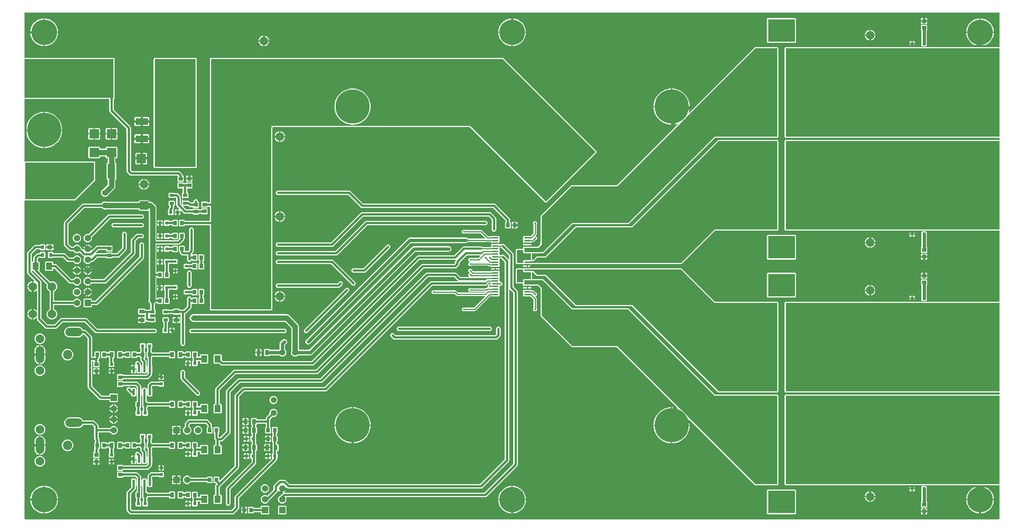
<source format=gtl>
G04 Layer_Physical_Order=1*
G04 Layer_Color=255*
%FSLAX25Y25*%
%MOIN*%
G70*
G01*
G75*
%ADD10R,0.03150X0.03150*%
%ADD11R,0.03937X0.02756*%
%ADD12R,0.03543X0.03937*%
%ADD13R,0.08661X0.08661*%
%ADD14R,0.07008X0.13780*%
%ADD15R,0.11811X0.06299*%
%ADD16R,0.23622X0.23622*%
%ADD17R,0.03150X0.03150*%
%ADD18R,0.04724X0.03543*%
%ADD19R,0.03543X0.04724*%
%ADD20R,0.03937X0.03543*%
%ADD21R,0.05512X0.06693*%
%ADD22R,0.07087X0.13386*%
%ADD23R,0.02362X0.05905*%
%ADD24R,0.08661X0.08661*%
%ADD25R,0.03150X0.03543*%
%ADD26R,0.05709X0.01575*%
%ADD27R,0.02756X0.02362*%
%ADD28R,0.25000X0.20866*%
%ADD29R,0.21260X0.22047*%
%ADD30C,0.02000*%
%ADD31C,0.05000*%
%ADD32C,0.03000*%
%ADD33C,0.01000*%
%ADD34R,0.05905X0.05905*%
%ADD35C,0.05905*%
%ADD36R,0.05905X0.05905*%
%ADD37C,0.05512*%
%ADD38C,0.07874*%
%ADD39R,0.07874X0.07874*%
%ADD40C,0.31496*%
%ADD41C,0.23622*%
%ADD42O,0.07874X0.15748*%
%ADD43O,0.15748X0.07874*%
%ADD44C,0.08661*%
%ADD45R,0.07874X0.07874*%
%ADD46C,0.09842*%
%ADD47C,0.01575*%
G36*
X903982Y270000D02*
X902197D01*
X902000Y270039D01*
X838000D01*
X837803Y270000D01*
X830197D01*
X830000Y270039D01*
X706000D01*
X706000Y351961D01*
X902000D01*
X902197Y352000D01*
X903982D01*
Y270000D01*
D02*
G37*
G36*
X2558Y331961D02*
X65961D01*
Y315961D01*
X48039Y298039D01*
X2558D01*
X2500Y298028D01*
X2000Y298314D01*
Y331686D01*
X2500Y331972D01*
X2558Y331961D01*
D02*
G37*
G36*
X903982Y34000D02*
X902197D01*
X902000Y34039D01*
X838000D01*
X837803Y34000D01*
X830197D01*
X830000Y34039D01*
X706000D01*
X706000Y115961D01*
X902000D01*
X902197Y116000D01*
X903982D01*
Y34000D01*
D02*
G37*
G36*
X2203Y428000D02*
X2400Y427961D01*
X83961D01*
Y422000D01*
Y414000D01*
Y406000D01*
Y398000D01*
Y392000D01*
X78197D01*
X78000Y392039D01*
X2558D01*
X2361Y392000D01*
X1529D01*
Y428000D01*
X2203D01*
D02*
G37*
G36*
X903982Y356000D02*
X902197D01*
X902000Y356039D01*
X706000D01*
X706000Y437961D01*
X829000D01*
X829197Y438000D01*
X837803D01*
X838000Y437961D01*
X902000D01*
X902197Y438000D01*
X903982D01*
Y356000D01*
D02*
G37*
G36*
Y120000D02*
X902197D01*
X902000Y120039D01*
X706000D01*
X706000Y201961D01*
X781500D01*
X781697Y202000D01*
X781803D01*
X782000Y201961D01*
X830000D01*
X830197Y202000D01*
X837803D01*
X838000Y201961D01*
X902000D01*
X902197Y202000D01*
X903982D01*
Y120000D01*
D02*
G37*
G36*
Y439020D02*
X902197D01*
X902098Y439000D01*
X901998D01*
X901900Y438980D01*
X838100D01*
X838002Y439000D01*
X837901D01*
X837803Y439020D01*
X829197D01*
X829099Y439000D01*
X828998D01*
X828900Y438980D01*
X706000D01*
X705610Y438903D01*
X705279Y438682D01*
X705058Y438351D01*
X704980Y437961D01*
X704980Y356039D01*
X705058Y355649D01*
X705279Y355318D01*
X705610Y355097D01*
X706000Y355020D01*
X901900D01*
X901998Y355000D01*
X902098D01*
X902197Y354980D01*
X903982D01*
Y353020D01*
X902197D01*
X902098Y353000D01*
X901998D01*
X901900Y352980D01*
X706000D01*
X705610Y352903D01*
X705279Y352682D01*
X705058Y352351D01*
X704980Y351961D01*
X704981Y270039D01*
X705058Y269649D01*
X705279Y269318D01*
X705610Y269097D01*
X706000Y269020D01*
X829900D01*
X829998Y269000D01*
X830099D01*
X830197Y268980D01*
X837803D01*
X837901Y269000D01*
X838002D01*
X838100Y269020D01*
X901900D01*
X901998Y269000D01*
X902099D01*
X902197Y268980D01*
X903982D01*
Y203020D01*
X902197D01*
X902098Y203000D01*
X901998D01*
X901900Y202980D01*
X838100D01*
X838002Y203000D01*
X837901D01*
X837803Y203020D01*
X830197D01*
X830099Y203000D01*
X829998D01*
X829900Y202980D01*
X782100D01*
X782002Y203000D01*
X781902D01*
X781803Y203020D01*
X781697D01*
X781598Y203000D01*
X781498D01*
X781400Y202980D01*
X706000D01*
X705610Y202903D01*
X705279Y202682D01*
X705058Y202351D01*
X704980Y201961D01*
X704980Y120039D01*
X705058Y119649D01*
X705279Y119318D01*
X705610Y119097D01*
X706000Y119020D01*
X901900D01*
X901998Y119000D01*
X902098D01*
X902197Y118980D01*
X903982D01*
Y117020D01*
X902197D01*
X902099Y117000D01*
X901998D01*
X901900Y116980D01*
X706000D01*
X705610Y116903D01*
X705279Y116682D01*
X705058Y116351D01*
X704980Y115961D01*
X704980Y34039D01*
X705058Y33649D01*
X705279Y33318D01*
X705610Y33097D01*
X706000Y33020D01*
X829900D01*
X829998Y33000D01*
X830099D01*
X830197Y32980D01*
X837803D01*
X837901Y33000D01*
X838002D01*
X838100Y33020D01*
X885603D01*
X885622Y32520D01*
X885541Y32513D01*
X883817Y32377D01*
X881856Y31907D01*
X879993Y31135D01*
X878273Y30081D01*
X876740Y28772D01*
X875430Y27239D01*
X874377Y25519D01*
X873605Y23656D01*
X873134Y21695D01*
X873015Y20185D01*
X898638D01*
X898519Y21695D01*
X898048Y23656D01*
X897277Y25519D01*
X896223Y27239D01*
X894913Y28772D01*
X893380Y30081D01*
X891661Y31135D01*
X889798Y31907D01*
X887837Y32377D01*
X886112Y32513D01*
X886031Y32520D01*
X886051Y33020D01*
X901900D01*
X901998Y33000D01*
X902098D01*
X902197Y32980D01*
X903982D01*
Y1529D01*
X1529D01*
Y296854D01*
X1936Y297134D01*
X2029Y297131D01*
X2149Y297091D01*
X2301Y297028D01*
X2337D01*
X2370Y297016D01*
X2522Y297027D01*
X2558Y297020D01*
X48039D01*
X48429Y297097D01*
X48760Y297318D01*
X66682Y315240D01*
X66903Y315571D01*
X66980Y315961D01*
Y331961D01*
X66903Y332351D01*
X66682Y332682D01*
X66351Y332903D01*
X65961Y332980D01*
X2558D01*
X2522Y332973D01*
X2370Y332984D01*
X2337Y332972D01*
X2301D01*
X2149Y332909D01*
X2029Y332869D01*
X1936Y332866D01*
X1529Y333146D01*
Y390980D01*
X2361D01*
X2460Y391000D01*
X2560D01*
X2658Y391020D01*
X77900D01*
X77998Y391000D01*
X78099D01*
X78197Y390980D01*
X79961D01*
Y380000D01*
X80116Y379220D01*
X80558Y378558D01*
X95961Y363155D01*
Y324000D01*
X96116Y323220D01*
X96558Y322558D01*
X98558Y320558D01*
X99220Y320116D01*
X100000Y319961D01*
X142956D01*
X143202Y319480D01*
X143089Y319311D01*
X143012Y318921D01*
Y315378D01*
X143089Y314988D01*
X143310Y314657D01*
X143641Y314436D01*
X144032Y314358D01*
X147968D01*
X148359Y314436D01*
X148689Y314657D01*
X148910Y314988D01*
X148988Y315378D01*
Y318921D01*
X148910Y319311D01*
X148689Y319642D01*
X148359Y319863D01*
X148039Y319927D01*
Y320000D01*
X147884Y320780D01*
X147442Y321442D01*
X145442Y323442D01*
X144780Y323884D01*
X144000Y324039D01*
X100845D01*
X100039Y324845D01*
Y364000D01*
X99884Y364780D01*
X99442Y365442D01*
X84039Y380845D01*
Y390996D01*
X84351Y391058D01*
X84682Y391279D01*
X84903Y391610D01*
X84980Y392000D01*
Y398000D01*
Y406000D01*
Y414000D01*
Y422000D01*
Y427961D01*
X84903Y428351D01*
X84682Y428682D01*
X84351Y428903D01*
X83961Y428980D01*
X2500D01*
X2402Y429000D01*
X2301D01*
X2203Y429020D01*
X1529D01*
Y470912D01*
X903982D01*
Y439020D01*
D02*
G37*
%LPC*%
G36*
X83500Y107921D02*
X82968Y107851D01*
X82007Y107453D01*
X81181Y106819D01*
X80547Y105993D01*
X80149Y105032D01*
X80079Y104500D01*
X83500D01*
Y107921D01*
D02*
G37*
G36*
X154425Y102594D02*
X153350D01*
Y100500D01*
X155445D01*
Y101575D01*
X155367Y101965D01*
X155146Y102296D01*
X154815Y102517D01*
X154425Y102594D01*
D02*
G37*
G36*
X113681Y123342D02*
X111319D01*
X110929Y123265D01*
X110598Y123044D01*
X110377Y122713D01*
X110299Y122323D01*
Y116417D01*
X110377Y116027D01*
X110461Y115902D01*
Y110396D01*
X110436Y110359D01*
X110358Y109968D01*
Y106032D01*
X110436Y105641D01*
X110657Y105310D01*
X110988Y105089D01*
X111110Y105065D01*
Y102467D01*
X110854Y102296D01*
X110633Y101965D01*
X110555Y101575D01*
Y98425D01*
X110633Y98035D01*
X110854Y97704D01*
X111185Y97483D01*
X111575Y97406D01*
X114724D01*
X115115Y97483D01*
X115445Y97704D01*
X115666Y98035D01*
X115744Y98425D01*
Y101575D01*
X115666Y101965D01*
X115445Y102296D01*
X115189Y102467D01*
Y105065D01*
X115311Y105089D01*
X115642Y105310D01*
X115863Y105641D01*
X115927Y105961D01*
X135272D01*
Y105638D01*
X135349Y105248D01*
X135570Y104917D01*
X135901Y104696D01*
X136291Y104618D01*
X139835D01*
X140225Y104696D01*
X140556Y104917D01*
X140777Y105248D01*
X140854Y105638D01*
Y110362D01*
X140777Y110752D01*
X140556Y111083D01*
X140225Y111304D01*
X139835Y111382D01*
X136291D01*
X135901Y111304D01*
X135570Y111083D01*
X135349Y110752D01*
X135272Y110362D01*
Y110039D01*
X115927D01*
X115863Y110359D01*
X115642Y110689D01*
X115311Y110910D01*
X114921Y110988D01*
X114539D01*
Y115902D01*
X114623Y116027D01*
X114701Y116417D01*
Y122323D01*
X114623Y122713D01*
X114402Y123044D01*
X114071Y123265D01*
X113681Y123342D01*
D02*
G37*
G36*
X84500Y107921D02*
Y104500D01*
X87921D01*
X87851Y105032D01*
X87453Y105993D01*
X86819Y106819D01*
X85993Y107453D01*
X85032Y107851D01*
X84500Y107921D01*
D02*
G37*
G36*
X160921Y110988D02*
X157378D01*
X156988Y110910D01*
X156657Y110689D01*
X156436Y110359D01*
X156358Y109968D01*
Y106032D01*
X156436Y105641D01*
X156657Y105310D01*
X156988Y105089D01*
X157111Y105065D01*
Y102467D01*
X156854Y102296D01*
X156633Y101965D01*
X156555Y101575D01*
Y98425D01*
X156633Y98035D01*
X156854Y97704D01*
X157185Y97483D01*
X157575Y97406D01*
X160724D01*
X161115Y97483D01*
X161445Y97704D01*
X161666Y98035D01*
X161744Y98425D01*
Y101575D01*
X161737Y101610D01*
X162125Y102110D01*
X163925D01*
Y100654D01*
X164003Y100263D01*
X164224Y99933D01*
X164555Y99712D01*
X164945Y99634D01*
X170457D01*
X170847Y99712D01*
X171178Y99933D01*
X171399Y100263D01*
X171476Y100654D01*
Y107346D01*
X171399Y107737D01*
X171178Y108067D01*
X170847Y108288D01*
X170457Y108366D01*
X164945D01*
X164555Y108288D01*
X164224Y108067D01*
X164003Y107737D01*
X163925Y107346D01*
Y106189D01*
X161941D01*
Y109968D01*
X161863Y110359D01*
X161642Y110689D01*
X161311Y110910D01*
X160921Y110988D01*
D02*
G37*
G36*
X155445Y99500D02*
X153350D01*
Y97406D01*
X154425D01*
X154815Y97483D01*
X155146Y97704D01*
X155367Y98035D01*
X155445Y98425D01*
Y99500D01*
D02*
G37*
G36*
X83500Y103500D02*
X80079D01*
X80149Y102968D01*
X80547Y102007D01*
X81181Y101181D01*
X82007Y100547D01*
X82968Y100149D01*
X83500Y100079D01*
Y103500D01*
D02*
G37*
G36*
X152350Y102594D02*
X151276D01*
X150885Y102517D01*
X150555Y102296D01*
X150334Y101965D01*
X150256Y101575D01*
Y100500D01*
X152350D01*
Y102594D01*
D02*
G37*
G36*
X87921Y103500D02*
X84500D01*
Y100079D01*
X85032Y100149D01*
X85993Y100547D01*
X86819Y101181D01*
X87453Y102007D01*
X87851Y102968D01*
X87921Y103500D01*
D02*
G37*
G36*
X15748Y144216D02*
X14459Y144046D01*
X13258Y143549D01*
X12227Y142757D01*
X11436Y141726D01*
X10938Y140525D01*
X10768Y139236D01*
X10938Y137947D01*
X11436Y136746D01*
X12227Y135715D01*
X13258Y134924D01*
X14459Y134426D01*
X15748Y134257D01*
X17037Y134426D01*
X18238Y134924D01*
X19269Y135715D01*
X20061Y136746D01*
X20558Y137947D01*
X20728Y139236D01*
X20558Y140525D01*
X20061Y141726D01*
X19269Y142757D01*
X18238Y143549D01*
X17037Y144046D01*
X15748Y144216D01*
D02*
G37*
G36*
X129575Y135744D02*
X128500D01*
Y133650D01*
X130594D01*
Y134724D01*
X130517Y135115D01*
X130296Y135445D01*
X129965Y135666D01*
X129575Y135744D01*
D02*
G37*
G36*
X127500D02*
X126425D01*
X126035Y135666D01*
X125704Y135445D01*
X125483Y135115D01*
X125406Y134724D01*
Y133650D01*
X127500D01*
Y135744D01*
D02*
G37*
G36*
X81500Y138350D02*
X79406D01*
Y137276D01*
X79483Y136885D01*
X79704Y136555D01*
X80035Y136334D01*
X80425Y136256D01*
X81500D01*
Y138350D01*
D02*
G37*
G36*
X70988D02*
X68500D01*
Y136059D01*
X69968D01*
X70359Y136137D01*
X70689Y136358D01*
X70911Y136689D01*
X70988Y137079D01*
Y138350D01*
D02*
G37*
G36*
X67500D02*
X65012D01*
Y137079D01*
X65089Y136689D01*
X65311Y136358D01*
X65641Y136137D01*
X66031Y136059D01*
X67500D01*
Y138350D01*
D02*
G37*
G36*
X130594Y132650D02*
X128500D01*
Y130555D01*
X129575D01*
X129965Y130633D01*
X130296Y130854D01*
X130517Y131185D01*
X130594Y131575D01*
Y132650D01*
D02*
G37*
G36*
X98000Y124039D02*
X97220Y123884D01*
X96558Y123442D01*
X96116Y122780D01*
X95961Y122000D01*
X96116Y121220D01*
X96558Y120558D01*
X99188Y117928D01*
X99850Y117486D01*
X100299Y117397D01*
Y116417D01*
X100377Y116027D01*
X100598Y115696D01*
X100929Y115475D01*
X101319Y115398D01*
X103681D01*
X104071Y115475D01*
X104402Y115696D01*
X104623Y116027D01*
X104701Y116417D01*
Y122323D01*
X104623Y122713D01*
X104402Y123044D01*
X104071Y123265D01*
X103681Y123342D01*
X101319D01*
X100929Y123265D01*
X100598Y123044D01*
X100578Y123013D01*
X99950Y122934D01*
X99442Y123442D01*
X98780Y123884D01*
X98000Y124039D01*
D02*
G37*
G36*
X232000Y115694D02*
X231019Y115565D01*
X230106Y115186D01*
X229321Y114584D01*
X228719Y113800D01*
X228341Y112886D01*
X228212Y111906D01*
X228341Y110925D01*
X228719Y110011D01*
X229321Y109227D01*
X230106Y108625D01*
X231019Y108246D01*
X232000Y108117D01*
X232980Y108246D01*
X233894Y108625D01*
X234679Y109227D01*
X235281Y110011D01*
X235659Y110925D01*
X235788Y111906D01*
X235659Y112886D01*
X235281Y113800D01*
X234679Y114584D01*
X233894Y115186D01*
X232980Y115565D01*
X232000Y115694D01*
D02*
G37*
G36*
X147709Y111382D02*
X144165D01*
X143775Y111304D01*
X143444Y111083D01*
X143223Y110752D01*
X143146Y110362D01*
Y108328D01*
X143110Y108150D01*
X143146Y107972D01*
Y105638D01*
X143223Y105248D01*
X143444Y104917D01*
X143775Y104696D01*
X144165Y104618D01*
X147709D01*
X148099Y104696D01*
X148430Y104917D01*
X148651Y105248D01*
X148728Y105638D01*
Y106110D01*
X150059D01*
Y106032D01*
X150137Y105641D01*
X150358Y105310D01*
X150689Y105089D01*
X151079Y105012D01*
X154622D01*
X155012Y105089D01*
X155343Y105310D01*
X155564Y105641D01*
X155642Y106032D01*
Y109968D01*
X155564Y110359D01*
X155343Y110689D01*
X155012Y110910D01*
X154622Y110988D01*
X151079D01*
X150689Y110910D01*
X150358Y110689D01*
X150137Y110359D01*
X150103Y110189D01*
X148728D01*
Y110362D01*
X148651Y110752D01*
X148430Y111083D01*
X148099Y111304D01*
X147709Y111382D01*
D02*
G37*
G36*
X127500Y132650D02*
X125406D01*
Y131575D01*
X125483Y131185D01*
X125704Y130854D01*
X126035Y130633D01*
X126425Y130555D01*
X127500D01*
Y132650D01*
D02*
G37*
G36*
X129575Y129445D02*
X126425D01*
X126035Y129367D01*
X125704Y129146D01*
X125633Y129039D01*
X119000D01*
X118220Y128884D01*
X117558Y128442D01*
X116058Y126942D01*
X115616Y126280D01*
X115461Y125500D01*
Y122838D01*
X115377Y122713D01*
X115299Y122323D01*
Y116417D01*
X115377Y116027D01*
X115598Y115696D01*
X115929Y115475D01*
X116319Y115398D01*
X118681D01*
X119071Y115475D01*
X119402Y115696D01*
X119623Y116027D01*
X119701Y116417D01*
Y122323D01*
X119623Y122713D01*
X119539Y122839D01*
Y124655D01*
X119845Y124961D01*
X125468D01*
X125483Y124885D01*
X125704Y124555D01*
X126035Y124334D01*
X126425Y124256D01*
X129575D01*
X129965Y124334D01*
X130296Y124555D01*
X130517Y124885D01*
X130594Y125276D01*
Y128425D01*
X130517Y128815D01*
X130296Y129146D01*
X129965Y129367D01*
X129575Y129445D01*
D02*
G37*
G36*
X148000Y140039D02*
X147220Y139884D01*
X146558Y139442D01*
X146116Y138780D01*
X145961Y138000D01*
Y132000D01*
X146116Y131220D01*
X146558Y130558D01*
X160558Y116558D01*
X161220Y116116D01*
X162000Y115961D01*
X162780Y116116D01*
X163442Y116558D01*
X163884Y117220D01*
X164039Y118000D01*
X163884Y118780D01*
X163442Y119442D01*
X150039Y132845D01*
Y138000D01*
X149884Y138780D01*
X149442Y139442D01*
X148780Y139884D01*
X148000Y140039D01*
D02*
G37*
G36*
X152350Y99500D02*
X150256D01*
Y98425D01*
X150334Y98035D01*
X150555Y97704D01*
X150885Y97483D01*
X151276Y97406D01*
X152350D01*
Y99500D01*
D02*
G37*
G36*
X170000Y94039D02*
X154000D01*
X153220Y93884D01*
X152558Y93442D01*
X150558Y91442D01*
X150116Y90780D01*
X149961Y90000D01*
Y87418D01*
X149181Y86819D01*
X148547Y85993D01*
X148149Y85032D01*
X148013Y84000D01*
X148149Y82968D01*
X148547Y82007D01*
X149181Y81181D01*
X150007Y80547D01*
X150968Y80149D01*
X152000Y80013D01*
X153032Y80149D01*
X153993Y80547D01*
X154819Y81181D01*
X155453Y82007D01*
X155851Y82968D01*
X155987Y84000D01*
X155851Y85032D01*
X155453Y85993D01*
X154819Y86819D01*
X154039Y87418D01*
Y89155D01*
X154845Y89961D01*
X169155D01*
X170811Y88305D01*
Y86935D01*
X170689Y86910D01*
X170358Y86690D01*
X170137Y86359D01*
X170059Y85969D01*
Y82032D01*
X170137Y81641D01*
X170358Y81310D01*
X170689Y81090D01*
X171079Y81012D01*
X174622D01*
X175012Y81090D01*
X175343Y81310D01*
X175564Y81641D01*
X175642Y82032D01*
Y85969D01*
X175564Y86359D01*
X175343Y86690D01*
X175012Y86910D01*
X174890Y86935D01*
Y89150D01*
X174734Y89930D01*
X174292Y90592D01*
X171442Y93442D01*
X170780Y93884D01*
X170000Y94039D01*
D02*
G37*
G36*
X208854Y83500D02*
X206563D01*
Y80618D01*
X207835D01*
X208225Y80696D01*
X208556Y80917D01*
X208777Y81248D01*
X208854Y81638D01*
Y83500D01*
D02*
G37*
G36*
X205563D02*
X203272D01*
Y81638D01*
X203349Y81248D01*
X203570Y80917D01*
X203901Y80696D01*
X204291Y80618D01*
X205563D01*
Y83500D01*
D02*
G37*
G36*
X144953Y87972D02*
X142500D01*
Y84500D01*
X145972D01*
Y86953D01*
X145895Y87343D01*
X145674Y87674D01*
X145343Y87895D01*
X144953Y87972D01*
D02*
G37*
G36*
X141500D02*
X139047D01*
X138657Y87895D01*
X138326Y87674D01*
X138105Y87343D01*
X138028Y86953D01*
Y84500D01*
X141500D01*
Y87972D01*
D02*
G37*
G36*
X205563Y87382D02*
X204291D01*
X203901Y87304D01*
X203570Y87083D01*
X203349Y86752D01*
X203272Y86362D01*
Y84500D01*
X205563D01*
Y87382D01*
D02*
G37*
G36*
X145972Y83500D02*
X142500D01*
Y80028D01*
X144953D01*
X145343Y80105D01*
X145674Y80326D01*
X145895Y80657D01*
X145972Y81047D01*
Y83500D01*
D02*
G37*
G36*
X15748Y89743D02*
X14459Y89574D01*
X13258Y89076D01*
X12227Y88285D01*
X11436Y87254D01*
X10938Y86053D01*
X10768Y84764D01*
X10938Y83475D01*
X11436Y82274D01*
X12227Y81243D01*
X13258Y80451D01*
X14459Y79954D01*
X15748Y79784D01*
X17037Y79954D01*
X18238Y80451D01*
X19269Y81243D01*
X20061Y82274D01*
X20558Y83475D01*
X20728Y84764D01*
X20558Y86053D01*
X20061Y87254D01*
X19269Y88285D01*
X18238Y89076D01*
X17037Y89574D01*
X15748Y89743D01*
D02*
G37*
G36*
X208425Y78594D02*
X207350D01*
Y76500D01*
X209445D01*
Y77575D01*
X209367Y77965D01*
X209146Y78296D01*
X208815Y78517D01*
X208425Y78594D01*
D02*
G37*
G36*
X228622Y78988D02*
X227350D01*
Y76500D01*
X229642D01*
Y77969D01*
X229564Y78359D01*
X229343Y78689D01*
X229012Y78910D01*
X228622Y78988D01*
D02*
G37*
G36*
X141500Y83500D02*
X138028D01*
Y81047D01*
X138105Y80657D01*
X138326Y80326D01*
X138657Y80105D01*
X139047Y80028D01*
X141500D01*
Y83500D01*
D02*
G37*
G36*
X162000Y87987D02*
X160968Y87851D01*
X160007Y87453D01*
X159181Y86819D01*
X158547Y85993D01*
X158149Y85032D01*
X158013Y84000D01*
X158149Y82968D01*
X158547Y82007D01*
X159181Y81181D01*
X160007Y80547D01*
X160968Y80149D01*
X162000Y80013D01*
X163032Y80149D01*
X163993Y80547D01*
X164819Y81181D01*
X165453Y82007D01*
X165851Y82968D01*
X165987Y84000D01*
X165851Y85032D01*
X165453Y85993D01*
X164819Y86819D01*
X163993Y87453D01*
X163032Y87851D01*
X162000Y87987D01*
D02*
G37*
G36*
X51181Y95846D02*
X43307D01*
X42018Y95676D01*
X40817Y95179D01*
X39786Y94387D01*
X38995Y93356D01*
X38497Y92155D01*
X38328Y90866D01*
X38497Y89577D01*
X38995Y88376D01*
X39786Y87345D01*
X40817Y86554D01*
X42018Y86056D01*
X43307Y85887D01*
X51181D01*
X52470Y86056D01*
X53671Y86554D01*
X54702Y87345D01*
X55494Y88376D01*
X55680Y88827D01*
X64289D01*
X65961Y87155D01*
Y84000D01*
Y76000D01*
X66116Y75220D01*
X66558Y74558D01*
X66811Y74305D01*
Y72935D01*
X66689Y72910D01*
X66358Y72689D01*
X66137Y72359D01*
X66059Y71969D01*
Y68032D01*
X66137Y67641D01*
X66358Y67311D01*
X66366Y67305D01*
X66116Y66930D01*
X65961Y66150D01*
Y63927D01*
X65641Y63863D01*
X65311Y63642D01*
X65089Y63311D01*
X65012Y62921D01*
Y59378D01*
X65089Y58988D01*
X65311Y58657D01*
X65641Y58436D01*
X66031Y58358D01*
X69968D01*
X70359Y58436D01*
X70689Y58657D01*
X70911Y58988D01*
X70988Y59378D01*
Y62921D01*
X70911Y63311D01*
X70689Y63642D01*
X70359Y63863D01*
X70039Y63927D01*
Y65305D01*
X70292Y65558D01*
X70734Y66220D01*
X70890Y67000D01*
Y67065D01*
X71012Y67089D01*
X71343Y67311D01*
X71564Y67641D01*
X71642Y68032D01*
Y71969D01*
X71564Y72359D01*
X71343Y72689D01*
X71012Y72910D01*
X70890Y72935D01*
Y75150D01*
X70734Y75930D01*
X70292Y76591D01*
X70039Y76845D01*
Y81961D01*
X80582D01*
X81181Y81181D01*
X82007Y80547D01*
X82968Y80149D01*
X84000Y80013D01*
X85032Y80149D01*
X85993Y80547D01*
X86819Y81181D01*
X87453Y82007D01*
X87851Y82968D01*
X87884Y83222D01*
X88039Y84000D01*
X87884Y84778D01*
X87851Y85032D01*
X87453Y85993D01*
X86819Y86819D01*
X85993Y87453D01*
X85032Y87851D01*
X84000Y87987D01*
X82968Y87851D01*
X82007Y87453D01*
X81181Y86819D01*
X80582Y86039D01*
X70039D01*
Y88000D01*
X69884Y88780D01*
X69442Y89442D01*
X66576Y92308D01*
X65914Y92750D01*
X65134Y92905D01*
X55680D01*
X55494Y93356D01*
X54702Y94387D01*
X53671Y95179D01*
X52470Y95676D01*
X51181Y95846D01*
D02*
G37*
G36*
X207835Y87382D02*
X206563D01*
Y84500D01*
X208854D01*
Y86362D01*
X208777Y86752D01*
X208556Y87083D01*
X208225Y87304D01*
X207835Y87382D01*
D02*
G37*
G36*
X83500Y97921D02*
X82968Y97851D01*
X82007Y97453D01*
X81181Y96819D01*
X80547Y95993D01*
X80149Y95032D01*
X80079Y94500D01*
X83500D01*
Y97921D01*
D02*
G37*
G36*
X207835Y95382D02*
X206563D01*
Y92500D01*
X208854D01*
Y94362D01*
X208777Y94752D01*
X208556Y95083D01*
X208225Y95304D01*
X207835Y95382D01*
D02*
G37*
G36*
X205563D02*
X204291D01*
X203901Y95304D01*
X203570Y95083D01*
X203349Y94752D01*
X203272Y94362D01*
Y92500D01*
X205563D01*
Y95382D01*
D02*
G37*
G36*
X91969Y129642D02*
X88032D01*
X87641Y129564D01*
X87310Y129343D01*
X87090Y129012D01*
X87012Y128622D01*
Y125079D01*
X87090Y124689D01*
X87310Y124358D01*
X87641Y124137D01*
X88032Y124059D01*
X91969D01*
X92359Y124137D01*
X92690Y124358D01*
X92910Y124689D01*
X92965Y124961D01*
X104155D01*
X105461Y123655D01*
Y122838D01*
X105377Y122713D01*
X105299Y122323D01*
Y116417D01*
X105377Y116027D01*
X105461Y115902D01*
Y110988D01*
X105079D01*
X104689Y110910D01*
X104358Y110689D01*
X104137Y110359D01*
X104059Y109968D01*
Y106032D01*
X104137Y105641D01*
X104358Y105310D01*
X104689Y105089D01*
X104811Y105065D01*
Y102467D01*
X104555Y102296D01*
X104334Y101965D01*
X104256Y101575D01*
Y98425D01*
X104334Y98035D01*
X104555Y97704D01*
X104885Y97483D01*
X105276Y97406D01*
X108425D01*
X108815Y97483D01*
X109146Y97704D01*
X109367Y98035D01*
X109445Y98425D01*
Y101575D01*
X109367Y101965D01*
X109146Y102296D01*
X108889Y102467D01*
Y105065D01*
X109012Y105089D01*
X109343Y105310D01*
X109564Y105641D01*
X109642Y106032D01*
Y109968D01*
X109564Y110359D01*
X109539Y110396D01*
Y115902D01*
X109623Y116027D01*
X109701Y116417D01*
Y122323D01*
X109623Y122713D01*
X109539Y122839D01*
Y124500D01*
X109384Y125280D01*
X108942Y125942D01*
X106442Y128442D01*
X105780Y128884D01*
X105000Y129039D01*
X92892D01*
X92690Y129343D01*
X92359Y129564D01*
X91969Y129642D01*
D02*
G37*
G36*
X232000Y103883D02*
X231019Y103754D01*
X230106Y103375D01*
X229321Y102773D01*
X228719Y101989D01*
X228341Y101075D01*
X228212Y100094D01*
X228317Y99295D01*
X225409Y96387D01*
X224966Y95725D01*
X224811Y94945D01*
Y94039D01*
X216728D01*
Y94362D01*
X216651Y94752D01*
X216430Y95083D01*
X216099Y95304D01*
X215709Y95382D01*
X212165D01*
X211775Y95304D01*
X211444Y95083D01*
X211223Y94752D01*
X211146Y94362D01*
Y89638D01*
X211223Y89248D01*
X211444Y88917D01*
X211775Y88696D01*
X211898Y88671D01*
Y87329D01*
X211775Y87304D01*
X211444Y87083D01*
X211223Y86752D01*
X211146Y86362D01*
Y81638D01*
X211223Y81248D01*
X211444Y80917D01*
X211775Y80696D01*
X211898Y80671D01*
Y78594D01*
X211575D01*
X211185Y78517D01*
X210854Y78296D01*
X210633Y77965D01*
X210555Y77575D01*
Y74425D01*
X210633Y74035D01*
X210854Y73704D01*
X211185Y73483D01*
X211575Y73406D01*
X211898D01*
Y71329D01*
X211775Y71304D01*
X211444Y71083D01*
X211223Y70752D01*
X211146Y70362D01*
Y65638D01*
X211223Y65248D01*
X211444Y64917D01*
X211775Y64696D01*
X211898Y64671D01*
Y62594D01*
X211575D01*
X211185Y62517D01*
X210854Y62296D01*
X210633Y61965D01*
X210555Y61575D01*
Y58425D01*
X210633Y58035D01*
X210854Y57704D01*
X211185Y57483D01*
X211575Y57406D01*
X211898D01*
Y54782D01*
X188558Y31442D01*
X188116Y30780D01*
X187961Y30000D01*
Y16000D01*
X188116Y15220D01*
X188558Y14558D01*
X189220Y14116D01*
X190000Y13961D01*
X190780Y14116D01*
X191442Y14558D01*
X191884Y15220D01*
X192039Y16000D01*
Y29155D01*
X215379Y52495D01*
X215821Y53157D01*
X215976Y53937D01*
Y64671D01*
X216099Y64696D01*
X216430Y64917D01*
X216651Y65248D01*
X216728Y65638D01*
Y70362D01*
X216651Y70752D01*
X216430Y71083D01*
X216099Y71304D01*
X215976Y71329D01*
Y80671D01*
X216099Y80696D01*
X216430Y80917D01*
X216651Y81248D01*
X216728Y81638D01*
Y86362D01*
X216651Y86752D01*
X216430Y87083D01*
X216099Y87304D01*
X215976Y87329D01*
Y88671D01*
X216099Y88696D01*
X216430Y88917D01*
X216651Y89248D01*
X216728Y89638D01*
Y89961D01*
X224811D01*
Y86935D01*
X224689Y86910D01*
X224358Y86690D01*
X224137Y86359D01*
X224059Y85969D01*
Y82032D01*
X224137Y81641D01*
X224358Y81310D01*
X224689Y81090D01*
X225079Y81012D01*
X226593D01*
X226850Y80961D01*
X227107Y81012D01*
X228622D01*
X229012Y81090D01*
X229343Y81310D01*
X229564Y81641D01*
X229642Y82032D01*
Y85969D01*
X229564Y86359D01*
X229343Y86690D01*
X229012Y86910D01*
X228890Y86935D01*
Y92000D01*
Y94100D01*
X231201Y96411D01*
X232000Y96306D01*
X232980Y96435D01*
X233894Y96814D01*
X234679Y97416D01*
X235281Y98200D01*
X235659Y99114D01*
X235788Y100094D01*
X235659Y101075D01*
X235281Y101989D01*
X234679Y102773D01*
X233894Y103375D01*
X232980Y103754D01*
X232000Y103883D01*
D02*
G37*
G36*
X84500Y97921D02*
Y94500D01*
X87921D01*
X87851Y95032D01*
X87453Y95993D01*
X86819Y96819D01*
X85993Y97453D01*
X85032Y97851D01*
X84500Y97921D01*
D02*
G37*
G36*
X87921Y93500D02*
X84500D01*
Y90079D01*
X85032Y90149D01*
X85993Y90547D01*
X86819Y91181D01*
X87453Y92007D01*
X87851Y92968D01*
X87921Y93500D01*
D02*
G37*
G36*
X304618Y105334D02*
X302927Y105223D01*
X300774Y104795D01*
X298695Y104089D01*
X296726Y103118D01*
X294901Y101898D01*
X293250Y100451D01*
X291803Y98800D01*
X290583Y96975D01*
X289612Y95006D01*
X288906Y92927D01*
X288478Y90773D01*
X288367Y89083D01*
X304618D01*
Y105334D01*
D02*
G37*
G36*
X208854Y91500D02*
X206563D01*
Y88618D01*
X207835D01*
X208225Y88696D01*
X208556Y88917D01*
X208777Y89248D01*
X208854Y89638D01*
Y91500D01*
D02*
G37*
G36*
X205563D02*
X203272D01*
Y89638D01*
X203349Y89248D01*
X203570Y88917D01*
X203901Y88696D01*
X204291Y88618D01*
X205563D01*
Y91500D01*
D02*
G37*
G36*
X83500Y93500D02*
X80079D01*
X80149Y92968D01*
X80547Y92007D01*
X81181Y91181D01*
X82007Y90547D01*
X82968Y90149D01*
X83500Y90079D01*
Y93500D01*
D02*
G37*
G36*
X599894Y105334D02*
X598203Y105223D01*
X596050Y104795D01*
X593971Y104089D01*
X592002Y103118D01*
X590176Y101898D01*
X588526Y100451D01*
X587078Y98800D01*
X585858Y96975D01*
X584887Y95006D01*
X584182Y92927D01*
X583753Y90773D01*
X583642Y89083D01*
X599894D01*
Y105334D01*
D02*
G37*
G36*
X305618D02*
Y89083D01*
X321869D01*
X321759Y90773D01*
X321330Y92927D01*
X320624Y95006D01*
X319654Y96975D01*
X318434Y98800D01*
X316986Y100451D01*
X315335Y101898D01*
X313510Y103118D01*
X311541Y104089D01*
X309462Y104795D01*
X307309Y105223D01*
X305618Y105334D01*
D02*
G37*
G36*
X84594Y138350D02*
X82500D01*
Y136256D01*
X83575D01*
X83965Y136334D01*
X84296Y136555D01*
X84517Y136885D01*
X84594Y137276D01*
Y138350D01*
D02*
G37*
G36*
X242000Y178039D02*
X156000D01*
X155220Y177884D01*
X154558Y177442D01*
X154116Y176780D01*
X153961Y176000D01*
X154116Y175220D01*
X154558Y174558D01*
X155220Y174116D01*
X156000Y173961D01*
X242000D01*
X242780Y174116D01*
X243442Y174558D01*
X243884Y175220D01*
X244039Y176000D01*
X243884Y176780D01*
X243442Y177442D01*
X242780Y177884D01*
X242000Y178039D01*
D02*
G37*
G36*
X140598Y176000D02*
X138504D01*
Y173906D01*
X139579D01*
X139969Y173983D01*
X140300Y174204D01*
X140521Y174535D01*
X140598Y174925D01*
Y176000D01*
D02*
G37*
G36*
X137504D02*
X135409D01*
Y174925D01*
X135487Y174535D01*
X135708Y174204D01*
X136039Y173983D01*
X136429Y173906D01*
X137504D01*
Y176000D01*
D02*
G37*
G36*
Y179094D02*
X136429D01*
X136039Y179017D01*
X135708Y178796D01*
X135487Y178465D01*
X135409Y178075D01*
Y177000D01*
X137504D01*
Y179094D01*
D02*
G37*
G36*
X432000Y180039D02*
X348000D01*
X347220Y179884D01*
X346558Y179442D01*
X346116Y178780D01*
X345961Y178000D01*
X346116Y177220D01*
X346558Y176558D01*
X347220Y176116D01*
X348000Y175961D01*
X432000D01*
X432780Y176116D01*
X433442Y176558D01*
X433884Y177220D01*
X434039Y178000D01*
X433884Y178780D01*
X433442Y179442D01*
X432780Y179884D01*
X432000Y180039D01*
D02*
G37*
G36*
X300000Y216039D02*
X299220Y215884D01*
X298558Y215442D01*
X260558Y177442D01*
X260116Y176780D01*
X259961Y176000D01*
X260116Y175220D01*
X260558Y174558D01*
X261220Y174116D01*
X262000Y173961D01*
X262780Y174116D01*
X263442Y174558D01*
X301442Y212558D01*
X301884Y213220D01*
X302039Y214000D01*
X301884Y214780D01*
X301442Y215442D01*
X300780Y215884D01*
X300000Y216039D01*
D02*
G37*
G36*
X134268Y188657D02*
X130331D01*
X129940Y188580D01*
X129610Y188359D01*
X129389Y188028D01*
X129311Y187638D01*
Y184882D01*
X129389Y184492D01*
X129610Y184161D01*
X129940Y183940D01*
X130024Y183923D01*
Y179073D01*
X129740Y179017D01*
X129409Y178796D01*
X129188Y178465D01*
X129110Y178075D01*
Y174925D01*
X129188Y174535D01*
X129409Y174204D01*
X129740Y173983D01*
X130130Y173906D01*
X133279D01*
X133670Y173983D01*
X134000Y174204D01*
X134221Y174535D01*
X134299Y174925D01*
Y178075D01*
X134221Y178465D01*
X134102Y178643D01*
Y183862D01*
X134268D01*
X134658Y183940D01*
X134989Y184161D01*
X135210Y184492D01*
X135287Y184882D01*
Y187638D01*
X135210Y188028D01*
X134989Y188359D01*
X134658Y188580D01*
X134268Y188657D01*
D02*
G37*
G36*
X242000Y168549D02*
X241024Y168355D01*
X240198Y167802D01*
X238292Y165897D01*
X237739Y165070D01*
X237545Y164094D01*
Y158778D01*
X237416Y158679D01*
X237316Y158549D01*
X228691D01*
X228651Y158752D01*
X228430Y159083D01*
X228099Y159304D01*
X227709Y159382D01*
X224165D01*
X223775Y159304D01*
X223444Y159083D01*
X223223Y158752D01*
X223146Y158362D01*
Y153638D01*
X223223Y153248D01*
X223444Y152917D01*
X223775Y152696D01*
X224165Y152618D01*
X227709D01*
X228099Y152696D01*
X228430Y152917D01*
X228651Y153248D01*
X228691Y153451D01*
X237316D01*
X237416Y153321D01*
X238200Y152719D01*
X239114Y152341D01*
X240094Y152212D01*
X241075Y152341D01*
X241989Y152719D01*
X242773Y153321D01*
X243375Y154106D01*
X243754Y155019D01*
X243883Y156000D01*
X243754Y156981D01*
X243375Y157894D01*
X242773Y158679D01*
X242643Y158778D01*
Y163039D01*
X243802Y164198D01*
X244355Y165024D01*
X244549Y166000D01*
X244355Y166975D01*
X243802Y167802D01*
X242975Y168355D01*
X242000Y168549D01*
D02*
G37*
G36*
X219835Y159382D02*
X218563D01*
Y156500D01*
X220854D01*
Y158362D01*
X220777Y158752D01*
X220556Y159083D01*
X220225Y159304D01*
X219835Y159382D01*
D02*
G37*
G36*
X217563D02*
X216291D01*
X215901Y159304D01*
X215570Y159083D01*
X215349Y158752D01*
X215272Y158362D01*
Y156500D01*
X217563D01*
Y159382D01*
D02*
G37*
G36*
X440000Y180039D02*
X439220Y179884D01*
X438558Y179442D01*
X438116Y178780D01*
X437961Y178000D01*
Y172845D01*
X437155Y172039D01*
X344845D01*
X343442Y173442D01*
X342780Y173884D01*
X342000Y174039D01*
X341220Y173884D01*
X340558Y173442D01*
X340116Y172780D01*
X339961Y172000D01*
X340116Y171220D01*
X340558Y170558D01*
X342558Y168558D01*
X343220Y168116D01*
X344000Y167961D01*
X438000D01*
X438780Y168116D01*
X439442Y168558D01*
X441442Y170558D01*
X441884Y171220D01*
X442039Y172000D01*
Y178000D01*
X441884Y178780D01*
X441442Y179442D01*
X440780Y179884D01*
X440000Y180039D01*
D02*
G37*
G36*
X15748Y173743D02*
X14459Y173574D01*
X13258Y173076D01*
X12227Y172285D01*
X11436Y171254D01*
X10938Y170053D01*
X10768Y168764D01*
X10938Y167475D01*
X11436Y166274D01*
X12227Y165243D01*
X13258Y164451D01*
X14459Y163954D01*
X15748Y163784D01*
X17037Y163954D01*
X18238Y164451D01*
X19269Y165243D01*
X20061Y166274D01*
X20558Y167475D01*
X20728Y168764D01*
X20558Y170053D01*
X20061Y171254D01*
X19269Y172285D01*
X18238Y173076D01*
X17037Y173574D01*
X15748Y173743D01*
D02*
G37*
G36*
X394000Y254549D02*
X362000D01*
X361024Y254355D01*
X360198Y253802D01*
X264944Y158549D01*
X255436D01*
Y180095D01*
X255315Y181008D01*
X254963Y181860D01*
X254402Y182591D01*
X246496Y190496D01*
X245765Y191057D01*
X244914Y191410D01*
X244000Y191530D01*
X158927D01*
X158697Y191684D01*
X158000Y191822D01*
X157303Y191684D01*
X156711Y191289D01*
X156680Y191242D01*
X156235Y191057D01*
X155504Y190496D01*
X154943Y189765D01*
X154758Y189320D01*
X154711Y189289D01*
X154316Y188697D01*
X154178Y188000D01*
X154316Y187303D01*
X154711Y186711D01*
X154758Y186680D01*
X154943Y186235D01*
X155504Y185504D01*
X156235Y184943D01*
X156680Y184758D01*
X156711Y184711D01*
X157303Y184316D01*
X158000Y184178D01*
X158697Y184316D01*
X158927Y184470D01*
X242538D01*
X248375Y178632D01*
Y157292D01*
X248246Y156981D01*
X248117Y156000D01*
X248246Y155019D01*
X248625Y154106D01*
X249227Y153321D01*
X250011Y152719D01*
X250925Y152341D01*
X251905Y152212D01*
X252886Y152341D01*
X253800Y152719D01*
X254584Y153321D01*
X254684Y153451D01*
X266000D01*
X266975Y153645D01*
X267802Y154198D01*
X363056Y249451D01*
X394000D01*
X394975Y249645D01*
X395802Y250198D01*
X396355Y251025D01*
X396549Y252000D01*
X396355Y252976D01*
X395802Y253802D01*
X394975Y254355D01*
X394000Y254549D01*
D02*
G37*
G36*
X470638Y214250D02*
X462890D01*
Y213963D01*
X462967Y213572D01*
X463016Y213500D01*
X462967Y213428D01*
X462890Y213037D01*
Y211463D01*
X462967Y211072D01*
X463016Y211000D01*
X462967Y210928D01*
X462890Y210537D01*
Y208963D01*
X462967Y208572D01*
X463189Y208242D01*
X463519Y208021D01*
X463909Y207943D01*
X469618D01*
X469848Y207989D01*
X472471Y205366D01*
Y196928D01*
X472316Y196697D01*
X472178Y196000D01*
X472316Y195303D01*
X472711Y194711D01*
X473303Y194316D01*
X474000Y194178D01*
X474697Y194316D01*
X475289Y194711D01*
X475684Y195303D01*
X475822Y196000D01*
X475684Y196697D01*
X475529Y196928D01*
Y206000D01*
X475413Y206585D01*
X475081Y207081D01*
X474413Y207750D01*
X474578Y208293D01*
X474697Y208316D01*
X475289Y208711D01*
X475684Y209303D01*
X475822Y210000D01*
X475684Y210697D01*
X475289Y211289D01*
X474697Y211684D01*
X474425Y211738D01*
X472831Y213331D01*
X472335Y213663D01*
X471750Y213779D01*
X470788D01*
X470638Y213963D01*
Y214250D01*
D02*
G37*
G36*
X8642Y196423D02*
X7853Y196320D01*
X6652Y195822D01*
X5621Y195031D01*
X4829Y194000D01*
X4332Y192798D01*
X4228Y192010D01*
X8642D01*
Y196423D01*
D02*
G37*
G36*
Y191010D02*
X4228D01*
X4332Y190221D01*
X4829Y189020D01*
X5621Y187988D01*
X6652Y187197D01*
X7853Y186700D01*
X8642Y186596D01*
Y191010D01*
D02*
G37*
G36*
X237264Y207500D02*
X232850D01*
X232954Y206711D01*
X233451Y205510D01*
X234243Y204479D01*
X235274Y203688D01*
X236475Y203190D01*
X237264Y203086D01*
Y207500D01*
D02*
G37*
G36*
X166921Y214988D02*
X163378D01*
X162988Y214911D01*
X162657Y214689D01*
X162436Y214359D01*
X162358Y213968D01*
Y210032D01*
X162436Y209641D01*
X162657Y209311D01*
X162988Y209089D01*
X163110Y209065D01*
Y206935D01*
X162988Y206910D01*
X162657Y206690D01*
X162436Y206359D01*
X162358Y205968D01*
Y202031D01*
X162436Y201641D01*
X162657Y201310D01*
X162988Y201090D01*
X163378Y201012D01*
X166921D01*
X167311Y201090D01*
X167642Y201310D01*
X167863Y201641D01*
X167941Y202031D01*
Y205968D01*
X167863Y206359D01*
X167642Y206690D01*
X167311Y206910D01*
X167189Y206935D01*
Y209065D01*
X167311Y209089D01*
X167642Y209311D01*
X167863Y209641D01*
X167941Y210032D01*
Y213968D01*
X167863Y214359D01*
X167642Y214689D01*
X167311Y214911D01*
X166921Y214988D01*
D02*
G37*
G36*
X154000Y208039D02*
X153220Y207884D01*
X152558Y207442D01*
X152116Y206780D01*
X151961Y206000D01*
Y204000D01*
Y198845D01*
X148896Y195779D01*
X145368D01*
X145304Y196099D01*
X145083Y196430D01*
X144752Y196651D01*
X144362Y196728D01*
X139638D01*
X139248Y196651D01*
X138917Y196430D01*
X138696Y196099D01*
X138632Y195779D01*
X135029D01*
X134989Y195839D01*
X134658Y196060D01*
X134268Y196138D01*
X130331D01*
X129940Y196060D01*
X129610Y195839D01*
X129389Y195508D01*
X129311Y195118D01*
Y192362D01*
X129389Y191972D01*
X129610Y191641D01*
X129940Y191420D01*
X130331Y191343D01*
X134268D01*
X134658Y191420D01*
X134989Y191641D01*
X135029Y191701D01*
X138745D01*
X138917Y191444D01*
X139248Y191223D01*
X139638Y191146D01*
X144362D01*
X144752Y191223D01*
X145083Y191444D01*
X145255Y191701D01*
X145961D01*
Y164000D01*
X146116Y163220D01*
X146558Y162558D01*
X147220Y162116D01*
X148000Y161961D01*
X148780Y162116D01*
X149442Y162558D01*
X149884Y163220D01*
X150039Y164000D01*
Y191761D01*
X150521Y191856D01*
X151182Y192298D01*
X155442Y196558D01*
X155884Y197220D01*
X156039Y198000D01*
Y200956D01*
X156539Y201189D01*
X156689Y201090D01*
X157079Y201012D01*
X160622D01*
X161012Y201090D01*
X161343Y201310D01*
X161564Y201641D01*
X161642Y202031D01*
Y205968D01*
X161564Y206359D01*
X161343Y206690D01*
X161012Y206910D01*
X160622Y206988D01*
X157079D01*
X156689Y206910D01*
X156405Y206721D01*
X156131Y206752D01*
X155851Y206830D01*
X155442Y207442D01*
X154780Y207884D01*
X154000Y208039D01*
D02*
G37*
G36*
X144362Y188854D02*
X142500D01*
Y186563D01*
X145382D01*
Y187835D01*
X145304Y188225D01*
X145083Y188556D01*
X144752Y188777D01*
X144362Y188854D01*
D02*
G37*
G36*
X141500Y185563D02*
X138618D01*
Y184291D01*
X138696Y183901D01*
X138917Y183570D01*
X139248Y183349D01*
X139638Y183272D01*
X141500D01*
Y185563D01*
D02*
G37*
G36*
X109500D02*
X106618D01*
Y184291D01*
X106696Y183901D01*
X106917Y183570D01*
X107248Y183349D01*
X107638Y183272D01*
X109500D01*
Y185563D01*
D02*
G37*
G36*
X139579Y179094D02*
X138504D01*
Y177000D01*
X140598D01*
Y178075D01*
X140521Y178465D01*
X140300Y178796D01*
X139969Y179017D01*
X139579Y179094D01*
D02*
G37*
G36*
X141500Y188854D02*
X139638D01*
X139248Y188777D01*
X138917Y188556D01*
X138696Y188225D01*
X138618Y187835D01*
Y186563D01*
X141500D01*
Y188854D01*
D02*
G37*
G36*
X109500D02*
X107638D01*
X107248Y188777D01*
X106917Y188556D01*
X106696Y188225D01*
X106618Y187835D01*
Y186563D01*
X109500D01*
Y188854D01*
D02*
G37*
G36*
X145382Y185563D02*
X142500D01*
Y183272D01*
X144362D01*
X144752Y183349D01*
X145083Y183570D01*
X145304Y183901D01*
X145382Y184291D01*
Y185563D01*
D02*
G37*
G36*
X155445Y145500D02*
X153350D01*
Y143406D01*
X154425D01*
X154815Y143483D01*
X155146Y143704D01*
X155367Y144035D01*
X155445Y144425D01*
Y145500D01*
D02*
G37*
G36*
X152350D02*
X150256D01*
Y144425D01*
X150334Y144035D01*
X150555Y143704D01*
X150885Y143483D01*
X151276Y143406D01*
X152350D01*
Y145500D01*
D02*
G37*
G36*
X51181Y179846D02*
X43307D01*
X42018Y179676D01*
X40817Y179179D01*
X39786Y178387D01*
X38995Y177356D01*
X38497Y176155D01*
X38328Y174866D01*
X38497Y173577D01*
X38995Y172376D01*
X39786Y171345D01*
X40817Y170554D01*
X42018Y170056D01*
X43307Y169887D01*
X51181D01*
X52470Y170056D01*
X53671Y170554D01*
X54702Y171345D01*
X55494Y172376D01*
X55680Y172827D01*
X56289D01*
X59961Y169155D01*
Y150000D01*
Y124000D01*
X60116Y123220D01*
X60558Y122558D01*
X70558Y112558D01*
X70558Y112558D01*
X71220Y112116D01*
X72000Y111961D01*
X72000Y111961D01*
X80028D01*
Y111047D01*
X80105Y110657D01*
X80326Y110326D01*
X80657Y110105D01*
X81047Y110028D01*
X86953D01*
X87343Y110105D01*
X87674Y110326D01*
X87895Y110657D01*
X87972Y111047D01*
Y116953D01*
X87895Y117343D01*
X87674Y117674D01*
X87343Y117895D01*
X86953Y117972D01*
X81047D01*
X80657Y117895D01*
X80326Y117674D01*
X80105Y117343D01*
X80028Y116953D01*
Y116039D01*
X72845D01*
X64039Y124845D01*
Y147961D01*
X64956D01*
X65189Y147461D01*
X65089Y147311D01*
X65012Y146921D01*
Y143378D01*
X65089Y142988D01*
X65311Y142657D01*
X65641Y142436D01*
X66031Y142358D01*
X69968D01*
X70359Y142436D01*
X70689Y142657D01*
X70911Y142988D01*
X70988Y143378D01*
Y146921D01*
X70911Y147311D01*
X70689Y147642D01*
X70359Y147863D01*
X69968Y147941D01*
X69889D01*
Y149305D01*
X70292Y149708D01*
X70734Y150369D01*
X70872Y151062D01*
X71012Y151090D01*
X71343Y151311D01*
X71564Y151641D01*
X71642Y152032D01*
Y155968D01*
X71564Y156359D01*
X71343Y156690D01*
X71012Y156911D01*
X70622Y156988D01*
X67079D01*
X66689Y156911D01*
X66358Y156690D01*
X66137Y156359D01*
X66059Y155968D01*
Y152039D01*
X64039D01*
Y170000D01*
X63884Y170780D01*
X63442Y171442D01*
X58576Y176308D01*
X57914Y176750D01*
X57134Y176905D01*
X55680D01*
X55494Y177356D01*
X54702Y178387D01*
X53671Y179179D01*
X52470Y179676D01*
X51181Y179846D01*
D02*
G37*
G36*
X20728Y153500D02*
X16248D01*
Y145149D01*
X17037Y145253D01*
X18238Y145750D01*
X19269Y146542D01*
X20061Y147573D01*
X20558Y148774D01*
X20728Y150063D01*
Y153500D01*
D02*
G37*
G36*
X15248D02*
X10768D01*
Y150063D01*
X10938Y148774D01*
X11436Y147573D01*
X12227Y146542D01*
X13258Y145750D01*
X14459Y145253D01*
X15248Y145149D01*
Y153500D01*
D02*
G37*
G36*
X106000Y148039D02*
X105220Y147884D01*
X104558Y147442D01*
X104116Y146780D01*
X103961Y146000D01*
X104116Y145220D01*
X104296Y144951D01*
X104223Y144813D01*
X103965Y144546D01*
X103681Y144602D01*
X103000D01*
Y141130D01*
X104701D01*
Y143337D01*
X104990Y143568D01*
X105186Y143618D01*
X105299Y143509D01*
Y137677D01*
X105377Y137287D01*
X105598Y136956D01*
X105929Y136735D01*
X106319Y136658D01*
X108681D01*
X109071Y136735D01*
X109402Y136956D01*
X109623Y137287D01*
X109701Y137677D01*
Y143583D01*
X109623Y143973D01*
X109539Y144098D01*
Y144500D01*
X109384Y145280D01*
X108942Y145942D01*
X107442Y147442D01*
X106780Y147884D01*
X106000Y148039D01*
D02*
G37*
G36*
X102000Y144602D02*
X101319D01*
X100929Y144525D01*
X100598Y144304D01*
X100377Y143973D01*
X100299Y143583D01*
Y141130D01*
X102000D01*
Y144602D01*
D02*
G37*
G36*
X67500Y141642D02*
X66031D01*
X65641Y141564D01*
X65311Y141343D01*
X65089Y141012D01*
X65012Y140622D01*
Y139350D01*
X67500D01*
Y141642D01*
D02*
G37*
G36*
X104701Y140130D02*
X103000D01*
Y136658D01*
X103681D01*
X104071Y136735D01*
X104402Y136956D01*
X104623Y137287D01*
X104701Y137677D01*
Y140130D01*
D02*
G37*
G36*
X102000D02*
X100299D01*
Y137677D01*
X100377Y137287D01*
X100598Y136956D01*
X100929Y136735D01*
X101319Y136658D01*
X102000D01*
Y140130D01*
D02*
G37*
G36*
X83575Y141445D02*
X82500D01*
Y139350D01*
X84594D01*
Y140425D01*
X84517Y140815D01*
X84296Y141146D01*
X83965Y141367D01*
X83575Y141445D01*
D02*
G37*
G36*
X69968Y141642D02*
X68500D01*
Y139350D01*
X70988D01*
Y140622D01*
X70911Y141012D01*
X70689Y141343D01*
X70359Y141564D01*
X69968Y141642D01*
D02*
G37*
G36*
X81500Y141445D02*
X80425D01*
X80035Y141367D01*
X79704Y141146D01*
X79483Y140815D01*
X79406Y140425D01*
Y139350D01*
X81500D01*
Y141445D01*
D02*
G37*
G36*
X15248Y162851D02*
X14459Y162747D01*
X13258Y162250D01*
X12227Y161458D01*
X11436Y160427D01*
X10938Y159226D01*
X10768Y157937D01*
Y154500D01*
X15248D01*
Y162851D01*
D02*
G37*
G36*
X220854Y155500D02*
X218563D01*
Y152618D01*
X219835D01*
X220225Y152696D01*
X220556Y152917D01*
X220777Y153248D01*
X220854Y153638D01*
Y155500D01*
D02*
G37*
G36*
X217563D02*
X215272D01*
Y153638D01*
X215349Y153248D01*
X215570Y152917D01*
X215901Y152696D01*
X216291Y152618D01*
X217563D01*
Y155500D01*
D02*
G37*
G36*
X112425Y164594D02*
X109276D01*
X108885Y164517D01*
X108555Y164296D01*
X108334Y163965D01*
X108256Y163575D01*
Y160425D01*
X108334Y160035D01*
X108555Y159704D01*
X108811Y159533D01*
Y156935D01*
X108689Y156911D01*
X108358Y156690D01*
X108137Y156359D01*
X108103Y156189D01*
X105897D01*
X105863Y156359D01*
X105642Y156690D01*
X105311Y156911D01*
X104921Y156988D01*
X101378D01*
X100988Y156911D01*
X100657Y156690D01*
X100436Y156359D01*
X100358Y155968D01*
Y152032D01*
X100436Y151641D01*
X100657Y151311D01*
X100988Y151090D01*
X101378Y151012D01*
X104921D01*
X105311Y151090D01*
X105642Y151311D01*
X105863Y151641D01*
X105941Y152032D01*
Y152110D01*
X108059D01*
Y152032D01*
X108137Y151641D01*
X108358Y151311D01*
X108689Y151090D01*
X108811Y151065D01*
Y149150D01*
X108966Y148369D01*
X109408Y147708D01*
X110461Y146655D01*
Y144098D01*
X110377Y143973D01*
X110299Y143583D01*
Y137677D01*
X110377Y137287D01*
X110598Y136956D01*
X110929Y136735D01*
X111319Y136658D01*
X113681D01*
X114071Y136735D01*
X114402Y136956D01*
X114623Y137287D01*
X114701Y137677D01*
Y143583D01*
X114623Y143973D01*
X114539Y144098D01*
Y147500D01*
X114539Y147500D01*
X114384Y148280D01*
X113942Y148942D01*
X112890Y149994D01*
Y151065D01*
X113012Y151090D01*
X113343Y151311D01*
X113564Y151641D01*
X113642Y152032D01*
Y155968D01*
X113564Y156359D01*
X113343Y156690D01*
X113012Y156911D01*
X112890Y156935D01*
Y159533D01*
X113146Y159704D01*
X113367Y160035D01*
X113445Y160425D01*
Y163575D01*
X113367Y163965D01*
X113146Y164296D01*
X112815Y164517D01*
X112425Y164594D01*
D02*
G37*
G36*
X83835Y157382D02*
X80291D01*
X79901Y157304D01*
X79570Y157083D01*
X79349Y156752D01*
X79272Y156362D01*
Y156189D01*
X77897D01*
X77863Y156359D01*
X77642Y156690D01*
X77311Y156911D01*
X76921Y156988D01*
X73378D01*
X72988Y156911D01*
X72657Y156690D01*
X72436Y156359D01*
X72358Y155968D01*
Y152032D01*
X72436Y151641D01*
X72657Y151311D01*
X72988Y151090D01*
X73378Y151012D01*
X76921D01*
X77311Y151090D01*
X77642Y151311D01*
X77863Y151641D01*
X77941Y152032D01*
Y152110D01*
X79272D01*
Y151638D01*
X79349Y151248D01*
X79570Y150917D01*
X79811Y150756D01*
Y147517D01*
X79704Y147445D01*
X79483Y147115D01*
X79406Y146724D01*
Y143575D01*
X79483Y143185D01*
X79704Y142854D01*
X80035Y142633D01*
X80425Y142555D01*
X83575D01*
X83965Y142633D01*
X84296Y142854D01*
X84517Y143185D01*
X84594Y143575D01*
Y146724D01*
X84517Y147115D01*
X84296Y147445D01*
X83965Y147666D01*
X83890Y147681D01*
Y150629D01*
X84225Y150696D01*
X84556Y150917D01*
X84777Y151248D01*
X84854Y151638D01*
Y156362D01*
X84777Y156752D01*
X84556Y157083D01*
X84225Y157304D01*
X83835Y157382D01*
D02*
G37*
G36*
X16248Y162851D02*
Y154500D01*
X20728D01*
Y157937D01*
X20558Y159226D01*
X20061Y160427D01*
X19269Y161458D01*
X18238Y162250D01*
X17037Y162747D01*
X16248Y162851D01*
D02*
G37*
G36*
X147709Y157382D02*
X144165D01*
X143775Y157304D01*
X143444Y157083D01*
X143223Y156752D01*
X143146Y156362D01*
Y154178D01*
X143110Y154000D01*
X143146Y153822D01*
Y151638D01*
X143223Y151248D01*
X143444Y150917D01*
X143775Y150696D01*
X144165Y150618D01*
X147709D01*
X148099Y150696D01*
X148430Y150917D01*
X148651Y151248D01*
X148728Y151638D01*
Y151961D01*
X150073D01*
X150137Y151641D01*
X150358Y151311D01*
X150689Y151090D01*
X151079Y151012D01*
X154622D01*
X155012Y151090D01*
X155343Y151311D01*
X155564Y151641D01*
X155642Y152032D01*
Y155968D01*
X155564Y156359D01*
X155343Y156690D01*
X155012Y156911D01*
X154622Y156988D01*
X151079D01*
X150689Y156911D01*
X150358Y156690D01*
X150137Y156359D01*
X150073Y156039D01*
X148728D01*
Y156362D01*
X148651Y156752D01*
X148430Y157083D01*
X148099Y157304D01*
X147709Y157382D01*
D02*
G37*
G36*
X154425Y148594D02*
X153350D01*
Y146500D01*
X155445D01*
Y147575D01*
X155367Y147965D01*
X155146Y148296D01*
X154815Y148517D01*
X154425Y148594D01*
D02*
G37*
G36*
X152350D02*
X151276D01*
X150885Y148517D01*
X150555Y148296D01*
X150334Y147965D01*
X150256Y147575D01*
Y146500D01*
X152350D01*
Y148594D01*
D02*
G37*
G36*
X160921Y156988D02*
X157378D01*
X156988Y156911D01*
X156657Y156690D01*
X156436Y156359D01*
X156358Y155968D01*
Y152032D01*
X156436Y151641D01*
X156657Y151311D01*
X156988Y151090D01*
X157111Y151065D01*
Y148467D01*
X156854Y148296D01*
X156633Y147965D01*
X156555Y147575D01*
Y144425D01*
X156633Y144035D01*
X156854Y143704D01*
X157185Y143483D01*
X157575Y143406D01*
X160724D01*
X161115Y143483D01*
X161445Y143704D01*
X161666Y144035D01*
X161744Y144425D01*
Y147575D01*
X161737Y147610D01*
X162125Y148110D01*
X163925D01*
Y146653D01*
X164003Y146263D01*
X164224Y145933D01*
X164555Y145712D01*
X164945Y145634D01*
X170457D01*
X170847Y145712D01*
X171178Y145933D01*
X171399Y146263D01*
X171476Y146653D01*
Y153347D01*
X171399Y153737D01*
X171178Y154067D01*
X170847Y154288D01*
X170457Y154366D01*
X164945D01*
X164555Y154288D01*
X164224Y154067D01*
X164003Y153737D01*
X163925Y153347D01*
Y152189D01*
X161941D01*
Y155968D01*
X161863Y156359D01*
X161642Y156690D01*
X161311Y156911D01*
X160921Y156988D01*
D02*
G37*
G36*
X91709Y157382D02*
X88165D01*
X87775Y157304D01*
X87444Y157083D01*
X87223Y156752D01*
X87146Y156362D01*
Y154327D01*
X87110Y154150D01*
X87146Y153972D01*
Y151638D01*
X87223Y151248D01*
X87444Y150917D01*
X87775Y150696D01*
X88165Y150618D01*
X91709D01*
X92099Y150696D01*
X92430Y150917D01*
X92651Y151248D01*
X92728Y151638D01*
Y152110D01*
X94059D01*
Y152032D01*
X94137Y151641D01*
X94358Y151311D01*
X94689Y151090D01*
X95079Y151012D01*
X98622D01*
X99012Y151090D01*
X99343Y151311D01*
X99564Y151641D01*
X99642Y152032D01*
Y155968D01*
X99564Y156359D01*
X99343Y156690D01*
X99012Y156911D01*
X98622Y156988D01*
X95079D01*
X94689Y156911D01*
X94358Y156690D01*
X94137Y156359D01*
X94103Y156189D01*
X92728D01*
Y156362D01*
X92651Y156752D01*
X92430Y157083D01*
X92099Y157304D01*
X91709Y157382D01*
D02*
G37*
G36*
X118724Y164594D02*
X115575D01*
X115185Y164517D01*
X114854Y164296D01*
X114633Y163965D01*
X114555Y163575D01*
Y160425D01*
X114633Y160035D01*
X114854Y159704D01*
X115110Y159533D01*
Y156935D01*
X114988Y156911D01*
X114657Y156690D01*
X114436Y156359D01*
X114358Y155968D01*
Y152032D01*
X114436Y151641D01*
X114657Y151311D01*
X114988Y151090D01*
X115378Y151012D01*
X115461D01*
Y144098D01*
X115377Y143973D01*
X115299Y143583D01*
Y137677D01*
X115377Y137287D01*
X115461Y137162D01*
Y136644D01*
X114155Y135338D01*
X92892D01*
X92690Y135642D01*
X92359Y135863D01*
X91969Y135941D01*
X88032D01*
X87641Y135863D01*
X87310Y135642D01*
X87090Y135311D01*
X87012Y134921D01*
Y131378D01*
X87090Y130988D01*
X87310Y130657D01*
X87641Y130436D01*
X88032Y130358D01*
X91969D01*
X92359Y130436D01*
X92690Y130657D01*
X92910Y130988D01*
X92965Y131260D01*
X115000D01*
X115780Y131415D01*
X116442Y131857D01*
X118942Y134357D01*
X119384Y135019D01*
X119539Y135799D01*
Y137161D01*
X119623Y137287D01*
X119701Y137677D01*
Y143583D01*
X119623Y143973D01*
X119539Y144098D01*
Y151242D01*
X119642Y151311D01*
X119863Y151641D01*
X119927Y151961D01*
X135272D01*
Y151638D01*
X135349Y151248D01*
X135570Y150917D01*
X135901Y150696D01*
X136291Y150618D01*
X139835D01*
X140225Y150696D01*
X140556Y150917D01*
X140777Y151248D01*
X140854Y151638D01*
Y153822D01*
X140890Y154000D01*
X140854Y154178D01*
Y156362D01*
X140777Y156752D01*
X140556Y157083D01*
X140225Y157304D01*
X139835Y157382D01*
X136291D01*
X135901Y157304D01*
X135570Y157083D01*
X135349Y156752D01*
X135272Y156362D01*
Y156039D01*
X119927D01*
X119863Y156359D01*
X119642Y156690D01*
X119311Y156911D01*
X119189Y156935D01*
Y159533D01*
X119445Y159704D01*
X119666Y160035D01*
X119744Y160425D01*
Y163575D01*
X119666Y163965D01*
X119445Y164296D01*
X119115Y164517D01*
X118724Y164594D01*
D02*
G37*
G36*
X41339Y159377D02*
X39947Y159194D01*
X38650Y158656D01*
X37537Y157802D01*
X36682Y156688D01*
X36145Y155392D01*
X35962Y154000D01*
X36145Y152608D01*
X36682Y151312D01*
X37537Y150198D01*
X38650Y149344D01*
X39947Y148807D01*
X41339Y148623D01*
X42730Y148807D01*
X44027Y149344D01*
X45140Y150198D01*
X45995Y151312D01*
X46532Y152608D01*
X46715Y154000D01*
X46532Y155392D01*
X45995Y156688D01*
X45140Y157802D01*
X44027Y158656D01*
X42730Y159194D01*
X41339Y159377D01*
D02*
G37*
G36*
X224000Y33987D02*
X222968Y33851D01*
X222007Y33453D01*
X221181Y32819D01*
X220547Y31993D01*
X220149Y31032D01*
X220013Y30000D01*
X220149Y28968D01*
X220547Y28007D01*
X221181Y27181D01*
X222007Y26547D01*
X222968Y26149D01*
X224000Y26013D01*
X225032Y26149D01*
X225993Y26547D01*
X226819Y27181D01*
X227453Y28007D01*
X227851Y28968D01*
X227987Y30000D01*
X227851Y31032D01*
X227453Y31993D01*
X226819Y32819D01*
X225993Y33453D01*
X225032Y33851D01*
X224000Y33987D01*
D02*
G37*
G36*
X784500Y27386D02*
Y22972D01*
X788914D01*
X788810Y23761D01*
X788312Y24962D01*
X787521Y25994D01*
X786490Y26785D01*
X785289Y27282D01*
X784500Y27386D01*
D02*
G37*
G36*
X783500D02*
X782711Y27282D01*
X781510Y26785D01*
X780479Y25994D01*
X779688Y24962D01*
X779190Y23761D01*
X779086Y22972D01*
X783500D01*
Y27386D01*
D02*
G37*
G36*
X822500Y32445D02*
X821425D01*
X821035Y32367D01*
X820704Y32146D01*
X820483Y31815D01*
X820406Y31425D01*
Y30350D01*
X822500D01*
Y32445D01*
D02*
G37*
G36*
X825594Y29350D02*
X823500D01*
Y27256D01*
X824575D01*
X824965Y27334D01*
X825296Y27555D01*
X825517Y27885D01*
X825594Y28276D01*
Y29350D01*
D02*
G37*
G36*
X822500D02*
X820406D01*
Y28276D01*
X820483Y27885D01*
X820704Y27555D01*
X821035Y27334D01*
X821425Y27256D01*
X822500D01*
Y29350D01*
D02*
G37*
G36*
X147709Y27382D02*
X144165D01*
X143775Y27304D01*
X143444Y27083D01*
X143223Y26752D01*
X143146Y26362D01*
Y24328D01*
X143110Y24150D01*
X143146Y23972D01*
Y21638D01*
X143223Y21248D01*
X143444Y20917D01*
X143775Y20696D01*
X144165Y20618D01*
X147709D01*
X148099Y20696D01*
X148430Y20917D01*
X148651Y21248D01*
X148728Y21638D01*
Y22110D01*
X150059D01*
Y22031D01*
X150137Y21641D01*
X150358Y21310D01*
X150689Y21090D01*
X151079Y21012D01*
X154622D01*
X155012Y21090D01*
X155343Y21310D01*
X155564Y21641D01*
X155642Y22031D01*
Y25969D01*
X155564Y26359D01*
X155343Y26689D01*
X155012Y26910D01*
X154622Y26988D01*
X151079D01*
X150689Y26910D01*
X150358Y26689D01*
X150137Y26359D01*
X150103Y26189D01*
X148728D01*
Y26362D01*
X148651Y26752D01*
X148430Y27083D01*
X148099Y27304D01*
X147709Y27382D01*
D02*
G37*
G36*
X20185Y32496D02*
Y20185D01*
X32496D01*
X32377Y21695D01*
X31907Y23656D01*
X31135Y25519D01*
X30081Y27239D01*
X28772Y28772D01*
X27239Y30081D01*
X25519Y31135D01*
X23656Y31907D01*
X21695Y32377D01*
X20185Y32496D01*
D02*
G37*
G36*
X19185D02*
X17675Y32377D01*
X15714Y31907D01*
X13851Y31135D01*
X12132Y30081D01*
X10598Y28772D01*
X9289Y27239D01*
X8235Y25519D01*
X7463Y23656D01*
X6993Y21695D01*
X6874Y20185D01*
X19185D01*
Y32496D01*
D02*
G37*
G36*
X788914Y21972D02*
X784500D01*
Y17559D01*
X785289Y17662D01*
X786490Y18160D01*
X787521Y18951D01*
X788312Y19983D01*
X788810Y21184D01*
X788914Y21972D01*
D02*
G37*
G36*
X113681Y39342D02*
X111319D01*
X110929Y39265D01*
X110598Y39044D01*
X110377Y38713D01*
X110299Y38323D01*
Y32417D01*
X110377Y32027D01*
X110461Y31902D01*
Y26396D01*
X110436Y26359D01*
X110358Y25969D01*
Y22031D01*
X110436Y21641D01*
X110657Y21310D01*
X110988Y21090D01*
X111110Y21065D01*
Y18467D01*
X110854Y18296D01*
X110633Y17965D01*
X110555Y17575D01*
Y14425D01*
X110633Y14035D01*
X110854Y13704D01*
X111185Y13483D01*
X111575Y13406D01*
X114724D01*
X115115Y13483D01*
X115445Y13704D01*
X115666Y14035D01*
X115744Y14425D01*
Y17575D01*
X115666Y17965D01*
X115445Y18296D01*
X115189Y18467D01*
Y21065D01*
X115311Y21090D01*
X115642Y21310D01*
X115863Y21641D01*
X115927Y21961D01*
X135272D01*
Y21638D01*
X135349Y21248D01*
X135570Y20917D01*
X135901Y20696D01*
X136291Y20618D01*
X139835D01*
X140225Y20696D01*
X140556Y20917D01*
X140777Y21248D01*
X140854Y21638D01*
Y26362D01*
X140777Y26752D01*
X140556Y27083D01*
X140225Y27304D01*
X139835Y27382D01*
X136291D01*
X135901Y27304D01*
X135570Y27083D01*
X135349Y26752D01*
X135272Y26362D01*
Y26039D01*
X115927D01*
X115863Y26359D01*
X115642Y26689D01*
X115311Y26910D01*
X114921Y26988D01*
X114539D01*
Y31901D01*
X114623Y32027D01*
X114701Y32417D01*
Y38323D01*
X114623Y38713D01*
X114402Y39044D01*
X114071Y39265D01*
X113681Y39342D01*
D02*
G37*
G36*
X453256Y32496D02*
Y20185D01*
X465567D01*
X465448Y21695D01*
X464978Y23656D01*
X464206Y25519D01*
X463152Y27239D01*
X461843Y28772D01*
X460309Y30081D01*
X458590Y31135D01*
X456727Y31907D01*
X454766Y32377D01*
X453256Y32496D01*
D02*
G37*
G36*
X452256D02*
X450746Y32377D01*
X448785Y31907D01*
X446922Y31135D01*
X445202Y30081D01*
X443669Y28772D01*
X442359Y27239D01*
X441306Y25519D01*
X440534Y23656D01*
X440063Y21695D01*
X439945Y20185D01*
X452256D01*
Y32496D01*
D02*
G37*
G36*
X127500Y51744D02*
X126425D01*
X126035Y51666D01*
X125704Y51445D01*
X125483Y51115D01*
X125406Y50724D01*
Y49650D01*
X127500D01*
Y51744D01*
D02*
G37*
G36*
X130594Y48650D02*
X128500D01*
Y46555D01*
X129575D01*
X129965Y46633D01*
X130296Y46854D01*
X130517Y47185D01*
X130594Y47575D01*
Y48650D01*
D02*
G37*
G36*
X127500D02*
X125406D01*
Y47575D01*
X125483Y47185D01*
X125704Y46854D01*
X126035Y46633D01*
X126425Y46555D01*
X127500D01*
Y48650D01*
D02*
G37*
G36*
X67500Y54350D02*
X65012D01*
Y53079D01*
X65089Y52689D01*
X65311Y52358D01*
X65641Y52137D01*
X66031Y52059D01*
X67500D01*
Y54350D01*
D02*
G37*
G36*
X15748Y60216D02*
X14459Y60046D01*
X13258Y59549D01*
X12227Y58757D01*
X11436Y57726D01*
X10938Y56525D01*
X10768Y55236D01*
X10938Y53947D01*
X11436Y52746D01*
X12227Y51715D01*
X13258Y50924D01*
X14459Y50426D01*
X15748Y50257D01*
X17037Y50426D01*
X18238Y50924D01*
X19269Y51715D01*
X20061Y52746D01*
X20558Y53947D01*
X20728Y55236D01*
X20558Y56525D01*
X20061Y57726D01*
X19269Y58757D01*
X18238Y59549D01*
X17037Y60046D01*
X15748Y60216D01*
D02*
G37*
G36*
X129575Y51744D02*
X128500D01*
Y49650D01*
X130594D01*
Y50724D01*
X130517Y51115D01*
X130296Y51445D01*
X129965Y51666D01*
X129575Y51744D01*
D02*
G37*
G36*
Y45445D02*
X126425D01*
X126035Y45367D01*
X125704Y45146D01*
X125633Y45039D01*
X119000D01*
X118220Y44884D01*
X117558Y44442D01*
X116058Y42942D01*
X115616Y42280D01*
X115461Y41500D01*
Y38838D01*
X115377Y38713D01*
X115299Y38323D01*
Y32417D01*
X115377Y32027D01*
X115598Y31696D01*
X115929Y31475D01*
X116319Y31398D01*
X118681D01*
X119071Y31475D01*
X119402Y31696D01*
X119623Y32027D01*
X119701Y32417D01*
Y38323D01*
X119623Y38713D01*
X119539Y38839D01*
Y40655D01*
X119845Y40961D01*
X125468D01*
X125483Y40885D01*
X125704Y40555D01*
X126035Y40334D01*
X126425Y40256D01*
X129575D01*
X129965Y40334D01*
X130296Y40555D01*
X130517Y40885D01*
X130594Y41276D01*
Y44425D01*
X130517Y44815D01*
X130296Y45146D01*
X129965Y45367D01*
X129575Y45445D01*
D02*
G37*
G36*
X145972Y37500D02*
X142500D01*
Y34028D01*
X144953D01*
X145343Y34105D01*
X145674Y34326D01*
X145895Y34657D01*
X145972Y35047D01*
Y37500D01*
D02*
G37*
G36*
X141500D02*
X138028D01*
Y35047D01*
X138105Y34657D01*
X138326Y34326D01*
X138657Y34105D01*
X139047Y34028D01*
X141500D01*
Y37500D01*
D02*
G37*
G36*
X824575Y32445D02*
X823500D01*
Y30350D01*
X825594D01*
Y31425D01*
X825517Y31815D01*
X825296Y32146D01*
X824965Y32367D01*
X824575Y32445D01*
D02*
G37*
G36*
X144953Y41972D02*
X142500D01*
Y38500D01*
X145972D01*
Y40953D01*
X145895Y41343D01*
X145674Y41674D01*
X145343Y41895D01*
X144953Y41972D01*
D02*
G37*
G36*
X141500D02*
X139047D01*
X138657Y41895D01*
X138326Y41674D01*
X138105Y41343D01*
X138028Y40953D01*
Y38500D01*
X141500D01*
Y41972D01*
D02*
G37*
G36*
X152000Y41987D02*
X150968Y41851D01*
X150007Y41453D01*
X149181Y40819D01*
X148547Y39993D01*
X148149Y39032D01*
X148013Y38000D01*
X148149Y36968D01*
X148547Y36007D01*
X149181Y35181D01*
X150007Y34547D01*
X150968Y34149D01*
X152000Y34013D01*
X153032Y34149D01*
X153993Y34547D01*
X154819Y35181D01*
X155418Y35961D01*
X170073D01*
X170137Y35641D01*
X170358Y35311D01*
X170689Y35089D01*
X171079Y35012D01*
X174622D01*
X175012Y35089D01*
X175343Y35311D01*
X175564Y35641D01*
X175642Y36031D01*
Y39968D01*
X175564Y40359D01*
X175343Y40690D01*
X175012Y40911D01*
X174622Y40988D01*
X171079D01*
X170689Y40911D01*
X170358Y40690D01*
X170137Y40359D01*
X170073Y40039D01*
X155418D01*
X154819Y40819D01*
X153993Y41453D01*
X153032Y41851D01*
X152000Y41987D01*
D02*
G37*
G36*
X898638Y19185D02*
X886327D01*
Y6874D01*
X887837Y6993D01*
X889798Y7463D01*
X891661Y8235D01*
X893380Y9289D01*
X894913Y10598D01*
X896223Y12132D01*
X897277Y13851D01*
X898048Y15714D01*
X898519Y17675D01*
X898638Y19185D01*
D02*
G37*
G36*
X885327D02*
X873015D01*
X873134Y17675D01*
X873605Y15714D01*
X874377Y13851D01*
X875430Y12132D01*
X876740Y10598D01*
X878273Y9289D01*
X879993Y8235D01*
X881856Y7463D01*
X883817Y6993D01*
X885327Y6874D01*
Y19185D01*
D02*
G37*
G36*
X465567D02*
X453256D01*
Y6874D01*
X454766Y6993D01*
X456727Y7463D01*
X458590Y8235D01*
X460309Y9289D01*
X461843Y10598D01*
X463152Y12132D01*
X464206Y13851D01*
X464978Y15714D01*
X465448Y17675D01*
X465567Y19185D01*
D02*
G37*
G36*
X833500Y11642D02*
X832032D01*
X831641Y11564D01*
X831310Y11343D01*
X831089Y11012D01*
X831012Y10622D01*
Y9350D01*
X833500D01*
Y11642D01*
D02*
G37*
G36*
X207642Y9500D02*
X205350D01*
Y7012D01*
X206622D01*
X207012Y7090D01*
X207343Y7310D01*
X207564Y7641D01*
X207642Y8032D01*
Y9500D01*
D02*
G37*
G36*
X204350D02*
X202059D01*
Y8032D01*
X202137Y7641D01*
X202358Y7310D01*
X202689Y7090D01*
X203079Y7012D01*
X204350D01*
Y9500D01*
D02*
G37*
G36*
X452256Y19185D02*
X439945D01*
X440063Y17675D01*
X440534Y15714D01*
X441306Y13851D01*
X442359Y12132D01*
X443669Y10598D01*
X445202Y9289D01*
X446922Y8235D01*
X448785Y7463D01*
X450746Y6993D01*
X452256Y6874D01*
Y19185D01*
D02*
G37*
G36*
X836988Y8350D02*
X834500D01*
Y6059D01*
X835968D01*
X836359Y6137D01*
X836689Y6358D01*
X836911Y6689D01*
X836988Y7079D01*
Y8350D01*
D02*
G37*
G36*
X833500D02*
X831012D01*
Y7079D01*
X831089Y6689D01*
X831310Y6358D01*
X831641Y6137D01*
X832032Y6059D01*
X833500D01*
Y8350D01*
D02*
G37*
G36*
X242953Y13972D02*
X237047D01*
X236657Y13895D01*
X236326Y13674D01*
X236105Y13343D01*
X236028Y12953D01*
Y7047D01*
X236105Y6657D01*
X236326Y6326D01*
X236657Y6105D01*
X237047Y6028D01*
X242953D01*
X243343Y6105D01*
X243674Y6326D01*
X243895Y6657D01*
X243972Y7047D01*
Y12953D01*
X243895Y13343D01*
X243674Y13674D01*
X243343Y13895D01*
X242953Y13972D01*
D02*
G37*
G36*
X32496Y19185D02*
X20185D01*
Y6874D01*
X21695Y6993D01*
X23656Y7463D01*
X25519Y8235D01*
X27239Y9289D01*
X28772Y10598D01*
X30081Y12132D01*
X31135Y13851D01*
X31907Y15714D01*
X32377Y17675D01*
X32496Y19185D01*
D02*
G37*
G36*
X19185D02*
X6874D01*
X6993Y17675D01*
X7463Y15714D01*
X8235Y13851D01*
X9289Y12132D01*
X10598Y10598D01*
X12132Y9289D01*
X13851Y8235D01*
X15714Y7463D01*
X17675Y6993D01*
X19185Y6874D01*
Y19185D01*
D02*
G37*
G36*
X714500Y29020D02*
X689500D01*
X689110Y28942D01*
X688779Y28721D01*
X688558Y28390D01*
X688480Y28000D01*
Y7134D01*
X688558Y6744D01*
X688779Y6413D01*
X689110Y6192D01*
X689500Y6114D01*
X714500D01*
X714890Y6192D01*
X715221Y6413D01*
X715442Y6744D01*
X715520Y7134D01*
Y28000D01*
X715442Y28390D01*
X715221Y28721D01*
X714890Y28942D01*
X714500Y29020D01*
D02*
G37*
G36*
X160921Y26988D02*
X157378D01*
X156988Y26910D01*
X156657Y26689D01*
X156436Y26359D01*
X156358Y25969D01*
Y22031D01*
X156436Y21641D01*
X156657Y21310D01*
X156988Y21090D01*
X157111Y21065D01*
Y18467D01*
X156854Y18296D01*
X156633Y17965D01*
X156555Y17575D01*
Y14425D01*
X156633Y14035D01*
X156854Y13704D01*
X157185Y13483D01*
X157575Y13406D01*
X160724D01*
X161115Y13483D01*
X161445Y13704D01*
X161666Y14035D01*
X161744Y14425D01*
Y17575D01*
X161737Y17610D01*
X162125Y18110D01*
X163925D01*
Y16654D01*
X164003Y16263D01*
X164224Y15933D01*
X164555Y15712D01*
X164945Y15634D01*
X170457D01*
X170847Y15712D01*
X171178Y15933D01*
X171399Y16263D01*
X171476Y16654D01*
Y23346D01*
X171399Y23737D01*
X171178Y24067D01*
X170847Y24288D01*
X170457Y24366D01*
X164945D01*
X164555Y24288D01*
X164224Y24067D01*
X164003Y23737D01*
X163925Y23346D01*
Y22189D01*
X161941D01*
Y25969D01*
X161863Y26359D01*
X161642Y26689D01*
X161311Y26910D01*
X160921Y26988D01*
D02*
G37*
G36*
X155445Y15500D02*
X153350D01*
Y13406D01*
X154425D01*
X154815Y13483D01*
X155146Y13704D01*
X155367Y14035D01*
X155445Y14425D01*
Y15500D01*
D02*
G37*
G36*
X152350D02*
X150256D01*
Y14425D01*
X150334Y14035D01*
X150555Y13704D01*
X150885Y13483D01*
X151276Y13406D01*
X152350D01*
Y15500D01*
D02*
G37*
G36*
X783500Y21972D02*
X779086D01*
X779190Y21184D01*
X779688Y19983D01*
X780479Y18951D01*
X781510Y18160D01*
X782711Y17662D01*
X783500Y17559D01*
Y21972D01*
D02*
G37*
G36*
X154425Y18594D02*
X153350D01*
Y16500D01*
X155445D01*
Y17575D01*
X155367Y17965D01*
X155146Y18296D01*
X154815Y18517D01*
X154425Y18594D01*
D02*
G37*
G36*
X152350D02*
X151276D01*
X150885Y18517D01*
X150555Y18296D01*
X150334Y17965D01*
X150256Y17575D01*
Y16500D01*
X152350D01*
Y18594D01*
D02*
G37*
G36*
X91969Y45642D02*
X88032D01*
X87641Y45564D01*
X87310Y45343D01*
X87090Y45012D01*
X87012Y44622D01*
Y41079D01*
X87090Y40689D01*
X87310Y40358D01*
X87641Y40137D01*
X88032Y40059D01*
X91969D01*
X92359Y40137D01*
X92690Y40358D01*
X92910Y40689D01*
X92965Y40961D01*
X104305D01*
X105461Y39805D01*
Y38838D01*
X105377Y38713D01*
X105299Y38323D01*
Y32417D01*
X105377Y32027D01*
X105461Y31902D01*
Y26988D01*
X105079D01*
X104689Y26910D01*
X104358Y26689D01*
X104137Y26359D01*
X104059Y25969D01*
Y22031D01*
X104137Y21641D01*
X104358Y21310D01*
X104689Y21090D01*
X104811Y21065D01*
Y18467D01*
X104555Y18296D01*
X104334Y17965D01*
X104256Y17575D01*
Y14425D01*
X104334Y14035D01*
X104555Y13704D01*
X104885Y13483D01*
X105276Y13406D01*
X108425D01*
X108815Y13483D01*
X109146Y13704D01*
X109367Y14035D01*
X109445Y14425D01*
Y17575D01*
X109367Y17965D01*
X109146Y18296D01*
X108889Y18467D01*
Y21065D01*
X109012Y21090D01*
X109343Y21310D01*
X109564Y21641D01*
X109642Y22031D01*
Y25969D01*
X109564Y26359D01*
X109539Y26396D01*
Y31901D01*
X109623Y32027D01*
X109701Y32417D01*
Y38323D01*
X109623Y38713D01*
X109539Y38839D01*
Y40650D01*
X109539Y40650D01*
X109384Y41430D01*
X108942Y42092D01*
X106592Y44442D01*
X105930Y44884D01*
X105150Y45039D01*
X92892D01*
X92690Y45343D01*
X92359Y45564D01*
X91969Y45642D01*
D02*
G37*
G36*
X204350Y12988D02*
X203079D01*
X202689Y12911D01*
X202358Y12689D01*
X202137Y12359D01*
X202059Y11969D01*
Y10500D01*
X204350D01*
Y12988D01*
D02*
G37*
G36*
X234921Y86988D02*
X231378D01*
X230988Y86910D01*
X230657Y86690D01*
X230436Y86359D01*
X230358Y85969D01*
Y82032D01*
X230436Y81641D01*
X230657Y81310D01*
X230988Y81090D01*
X231110Y81065D01*
Y78935D01*
X230988Y78910D01*
X230657Y78689D01*
X230436Y78359D01*
X230358Y77969D01*
Y74032D01*
X230436Y73641D01*
X230657Y73311D01*
X230988Y73089D01*
X231110Y73065D01*
Y62467D01*
X230854Y62296D01*
X230633Y61965D01*
X230555Y61575D01*
Y58425D01*
X230633Y58035D01*
X230840Y57724D01*
X196558Y23442D01*
X196116Y22780D01*
X195961Y22000D01*
Y12845D01*
X193155Y10039D01*
X100845D01*
X100039Y10845D01*
Y25155D01*
X103942Y29058D01*
X104384Y29720D01*
X104539Y30500D01*
X104539Y30500D01*
Y31902D01*
X104623Y32027D01*
X104701Y32417D01*
Y38323D01*
X104623Y38713D01*
X104402Y39044D01*
X104071Y39265D01*
X103681Y39342D01*
X101319D01*
X100929Y39265D01*
X100598Y39044D01*
X100377Y38713D01*
X100299Y38323D01*
Y32417D01*
X100377Y32027D01*
X100461Y31902D01*
Y31345D01*
X96558Y27442D01*
X96116Y26780D01*
X95961Y26000D01*
Y10000D01*
X96116Y9220D01*
X96558Y8558D01*
X98558Y6558D01*
X99220Y6116D01*
X100000Y5961D01*
X194000D01*
X194780Y6116D01*
X195442Y6558D01*
X199442Y10558D01*
X199884Y11220D01*
X200039Y12000D01*
Y21155D01*
X234592Y55708D01*
X234592Y55708D01*
X235034Y56369D01*
X235189Y57150D01*
X235189Y57150D01*
Y57533D01*
X235445Y57704D01*
X235666Y58035D01*
X235744Y58425D01*
Y61575D01*
X235666Y61965D01*
X235445Y62296D01*
X235189Y62467D01*
Y64618D01*
X235709D01*
X236099Y64696D01*
X236430Y64917D01*
X236651Y65248D01*
X236728Y65638D01*
Y70362D01*
X236651Y70752D01*
X236430Y71083D01*
X236099Y71304D01*
X235709Y71382D01*
X235189D01*
Y73065D01*
X235311Y73089D01*
X235642Y73311D01*
X235863Y73641D01*
X235941Y74032D01*
Y77969D01*
X235863Y78359D01*
X235642Y78689D01*
X235311Y78910D01*
X235189Y78935D01*
Y81065D01*
X235311Y81090D01*
X235642Y81310D01*
X235863Y81641D01*
X235941Y82032D01*
Y85969D01*
X235863Y86359D01*
X235642Y86690D01*
X235311Y86910D01*
X234921Y86988D01*
D02*
G37*
G36*
X835968Y11642D02*
X834500D01*
Y9350D01*
X836988D01*
Y10622D01*
X836911Y11012D01*
X836689Y11343D01*
X836359Y11564D01*
X835968Y11642D01*
D02*
G37*
G36*
X835575Y32445D02*
X832425D01*
X832035Y32367D01*
X831704Y32146D01*
X831483Y31815D01*
X831406Y31425D01*
Y28276D01*
X831451Y28047D01*
Y17736D01*
X831310Y17642D01*
X831089Y17311D01*
X831012Y16921D01*
Y13378D01*
X831089Y12988D01*
X831310Y12657D01*
X831641Y12436D01*
X832032Y12358D01*
X835968D01*
X836359Y12436D01*
X836689Y12657D01*
X836911Y12988D01*
X836988Y13378D01*
Y16921D01*
X836911Y17311D01*
X836689Y17642D01*
X836549Y17736D01*
Y28047D01*
X836594Y28276D01*
Y31425D01*
X836517Y31815D01*
X836296Y32146D01*
X835965Y32367D01*
X835575Y32445D01*
D02*
G37*
G36*
X226953Y13972D02*
X221047D01*
X220657Y13895D01*
X220326Y13674D01*
X220105Y13343D01*
X220028Y12953D01*
Y12039D01*
X213927D01*
X213863Y12359D01*
X213642Y12689D01*
X213311Y12911D01*
X212921Y12988D01*
X209378D01*
X208988Y12911D01*
X208657Y12689D01*
X208436Y12359D01*
X208358Y11969D01*
Y8032D01*
X208436Y7641D01*
X208657Y7310D01*
X208988Y7090D01*
X209378Y7012D01*
X212921D01*
X213311Y7090D01*
X213642Y7310D01*
X213863Y7641D01*
X213927Y7961D01*
X220028D01*
Y7047D01*
X220105Y6657D01*
X220326Y6326D01*
X220657Y6105D01*
X221047Y6028D01*
X226953D01*
X227343Y6105D01*
X227674Y6326D01*
X227895Y6657D01*
X227972Y7047D01*
Y12953D01*
X227895Y13343D01*
X227674Y13674D01*
X227343Y13895D01*
X226953Y13972D01*
D02*
G37*
G36*
X206622Y12988D02*
X205350D01*
Y10500D01*
X207642D01*
Y11969D01*
X207564Y12359D01*
X207343Y12689D01*
X207012Y12911D01*
X206622Y12988D01*
D02*
G37*
G36*
X205563Y71382D02*
X204291D01*
X203901Y71304D01*
X203570Y71083D01*
X203349Y70752D01*
X203272Y70362D01*
Y68500D01*
X205563D01*
Y71382D01*
D02*
G37*
G36*
X225563D02*
X224291D01*
X223901Y71304D01*
X223570Y71083D01*
X223349Y70752D01*
X223272Y70362D01*
Y68500D01*
X225563D01*
Y71382D01*
D02*
G37*
G36*
X147709Y73382D02*
X144165D01*
X143775Y73304D01*
X143444Y73083D01*
X143223Y72752D01*
X143146Y72362D01*
Y70328D01*
X143110Y70150D01*
X143146Y69972D01*
Y67638D01*
X143223Y67248D01*
X143444Y66917D01*
X143775Y66696D01*
X144165Y66618D01*
X147709D01*
X148099Y66696D01*
X148430Y66917D01*
X148651Y67248D01*
X148728Y67638D01*
Y68110D01*
X150059D01*
Y68032D01*
X150137Y67641D01*
X150358Y67311D01*
X150689Y67089D01*
X151079Y67012D01*
X154622D01*
X155012Y67089D01*
X155343Y67311D01*
X155564Y67641D01*
X155642Y68032D01*
Y71969D01*
X155564Y72359D01*
X155343Y72689D01*
X155012Y72910D01*
X154622Y72988D01*
X151079D01*
X150689Y72910D01*
X150358Y72689D01*
X150137Y72359D01*
X150103Y72189D01*
X148728D01*
Y72362D01*
X148651Y72752D01*
X148430Y73083D01*
X148099Y73304D01*
X147709Y73382D01*
D02*
G37*
G36*
X15248Y78851D02*
X14459Y78747D01*
X13258Y78250D01*
X12227Y77458D01*
X11436Y76427D01*
X10938Y75226D01*
X10768Y73937D01*
Y70500D01*
X15248D01*
Y78851D01*
D02*
G37*
G36*
X207835Y71382D02*
X206563D01*
Y68500D01*
X208854D01*
Y70362D01*
X208777Y70752D01*
X208556Y71083D01*
X208225Y71304D01*
X207835Y71382D01*
D02*
G37*
G36*
X227835D02*
X226563D01*
Y68500D01*
X228854D01*
Y70362D01*
X228777Y70752D01*
X228556Y71083D01*
X228225Y71304D01*
X227835Y71382D01*
D02*
G37*
G36*
X91709Y73382D02*
X88165D01*
X87775Y73304D01*
X87444Y73083D01*
X87223Y72752D01*
X87146Y72362D01*
Y70328D01*
X87110Y70150D01*
X87146Y69972D01*
Y67638D01*
X87223Y67248D01*
X87444Y66917D01*
X87775Y66696D01*
X88165Y66618D01*
X91709D01*
X92099Y66696D01*
X92430Y66917D01*
X92651Y67248D01*
X92728Y67638D01*
Y68111D01*
X94059D01*
Y68032D01*
X94137Y67641D01*
X94358Y67311D01*
X94689Y67089D01*
X95079Y67012D01*
X98622D01*
X99012Y67089D01*
X99343Y67311D01*
X99564Y67641D01*
X99642Y68032D01*
Y71969D01*
X99564Y72359D01*
X99343Y72689D01*
X99012Y72910D01*
X98622Y72988D01*
X95079D01*
X94689Y72910D01*
X94358Y72689D01*
X94137Y72359D01*
X94103Y72189D01*
X92728D01*
Y72362D01*
X92651Y72752D01*
X92430Y73083D01*
X92099Y73304D01*
X91709Y73382D01*
D02*
G37*
G36*
X225563Y67500D02*
X223272D01*
Y65638D01*
X223349Y65248D01*
X223570Y64917D01*
X223901Y64696D01*
X224291Y64618D01*
X225563D01*
Y67500D01*
D02*
G37*
G36*
X208854D02*
X206563D01*
Y64618D01*
X207835D01*
X208225Y64696D01*
X208556Y64917D01*
X208777Y65248D01*
X208854Y65638D01*
Y67500D01*
D02*
G37*
G36*
X205563D02*
X203272D01*
Y65638D01*
X203349Y65248D01*
X203570Y64917D01*
X203901Y64696D01*
X204291Y64618D01*
X205563D01*
Y67500D01*
D02*
G37*
G36*
X118724Y80594D02*
X115575D01*
X115185Y80517D01*
X114854Y80296D01*
X114633Y79965D01*
X114555Y79575D01*
Y76425D01*
X114633Y76035D01*
X114854Y75704D01*
X115111Y75533D01*
Y72935D01*
X114988Y72910D01*
X114657Y72689D01*
X114436Y72359D01*
X114358Y71969D01*
Y68032D01*
X114436Y67641D01*
X114657Y67311D01*
X114988Y67089D01*
X115378Y67012D01*
X115461D01*
Y60098D01*
X115377Y59973D01*
X115299Y59583D01*
Y53677D01*
X115377Y53287D01*
X115461Y53162D01*
Y52494D01*
X114305Y51338D01*
X92892D01*
X92690Y51642D01*
X92359Y51863D01*
X91969Y51941D01*
X88032D01*
X87641Y51863D01*
X87310Y51642D01*
X87090Y51311D01*
X87012Y50921D01*
Y47378D01*
X87090Y46988D01*
X87310Y46657D01*
X87641Y46436D01*
X88032Y46358D01*
X91969D01*
X92359Y46436D01*
X92690Y46657D01*
X92910Y46988D01*
X92965Y47260D01*
X115149D01*
X115930Y47415D01*
X116592Y47857D01*
X118942Y50208D01*
X119384Y50869D01*
X119539Y51650D01*
Y53161D01*
X119623Y53287D01*
X119701Y53677D01*
Y59583D01*
X119623Y59973D01*
X119539Y60098D01*
Y67242D01*
X119642Y67311D01*
X119863Y67641D01*
X119927Y67961D01*
X135272D01*
Y67638D01*
X135349Y67248D01*
X135570Y66917D01*
X135901Y66696D01*
X136291Y66618D01*
X139835D01*
X140225Y66696D01*
X140556Y66917D01*
X140777Y67248D01*
X140854Y67638D01*
Y72362D01*
X140777Y72752D01*
X140556Y73083D01*
X140225Y73304D01*
X139835Y73382D01*
X136291D01*
X135901Y73304D01*
X135570Y73083D01*
X135349Y72752D01*
X135272Y72362D01*
Y72039D01*
X119927D01*
X119863Y72359D01*
X119642Y72689D01*
X119311Y72910D01*
X119189Y72935D01*
Y75533D01*
X119445Y75704D01*
X119666Y76035D01*
X119744Y76425D01*
Y79575D01*
X119666Y79965D01*
X119445Y80296D01*
X119115Y80517D01*
X118724Y80594D01*
D02*
G37*
G36*
X41339Y75377D02*
X39947Y75194D01*
X38650Y74656D01*
X37537Y73802D01*
X36682Y72688D01*
X36145Y71392D01*
X35962Y70000D01*
X36145Y68608D01*
X36682Y67312D01*
X37537Y66198D01*
X38650Y65344D01*
X39947Y64806D01*
X41339Y64623D01*
X42730Y64806D01*
X44027Y65344D01*
X45140Y66198D01*
X45995Y67312D01*
X46532Y68608D01*
X46715Y70000D01*
X46532Y71392D01*
X45995Y72688D01*
X45140Y73802D01*
X44027Y74656D01*
X42730Y75194D01*
X41339Y75377D01*
D02*
G37*
G36*
X228854Y67500D02*
X226563D01*
Y64618D01*
X227835D01*
X228225Y64696D01*
X228556Y64917D01*
X228777Y65248D01*
X228854Y65638D01*
Y67500D01*
D02*
G37*
G36*
X206350Y75500D02*
X204256D01*
Y74425D01*
X204334Y74035D01*
X204555Y73704D01*
X204885Y73483D01*
X205276Y73406D01*
X206350D01*
Y75500D01*
D02*
G37*
G36*
X229642D02*
X227350D01*
Y73012D01*
X228622D01*
X229012Y73089D01*
X229343Y73311D01*
X229564Y73641D01*
X229642Y74032D01*
Y75500D01*
D02*
G37*
G36*
X226350D02*
X224059D01*
Y74032D01*
X224137Y73641D01*
X224358Y73311D01*
X224689Y73089D01*
X225079Y73012D01*
X226350D01*
Y75500D01*
D02*
G37*
G36*
X206350Y78594D02*
X205276D01*
X204885Y78517D01*
X204555Y78296D01*
X204334Y77965D01*
X204256Y77575D01*
Y76500D01*
X206350D01*
Y78594D01*
D02*
G37*
G36*
X226350Y78988D02*
X225079D01*
X224689Y78910D01*
X224358Y78689D01*
X224137Y78359D01*
X224059Y77969D01*
Y76500D01*
X226350D01*
Y78988D01*
D02*
G37*
G36*
X209445Y75500D02*
X207350D01*
Y73406D01*
X208425D01*
X208815Y73483D01*
X209146Y73704D01*
X209367Y74035D01*
X209445Y74425D01*
Y75500D01*
D02*
G37*
G36*
X112425Y80594D02*
X109276D01*
X108885Y80517D01*
X108555Y80296D01*
X108334Y79965D01*
X108256Y79575D01*
Y76425D01*
X108334Y76035D01*
X108555Y75704D01*
X108811Y75533D01*
Y72935D01*
X108689Y72910D01*
X108358Y72689D01*
X108137Y72359D01*
X108103Y72189D01*
X105897D01*
X105863Y72359D01*
X105642Y72689D01*
X105311Y72910D01*
X104921Y72988D01*
X101378D01*
X100988Y72910D01*
X100657Y72689D01*
X100436Y72359D01*
X100358Y71969D01*
Y68032D01*
X100436Y67641D01*
X100657Y67311D01*
X100988Y67089D01*
X101378Y67012D01*
X104921D01*
X105311Y67089D01*
X105642Y67311D01*
X105863Y67641D01*
X105941Y68032D01*
Y68110D01*
X108059D01*
Y68032D01*
X108137Y67641D01*
X108358Y67311D01*
X108689Y67089D01*
X108811Y67065D01*
Y65299D01*
X108966Y64519D01*
X109408Y63857D01*
X110461Y62805D01*
Y60098D01*
X110377Y59973D01*
X110299Y59583D01*
Y53677D01*
X110377Y53287D01*
X110598Y52956D01*
X110929Y52735D01*
X111319Y52658D01*
X113681D01*
X114071Y52735D01*
X114402Y52956D01*
X114623Y53287D01*
X114701Y53677D01*
Y59583D01*
X114623Y59973D01*
X114539Y60098D01*
Y63650D01*
X114539Y63650D01*
X114384Y64430D01*
X113942Y65092D01*
X112890Y66144D01*
Y67065D01*
X113012Y67089D01*
X113343Y67311D01*
X113564Y67641D01*
X113642Y68032D01*
Y71969D01*
X113564Y72359D01*
X113343Y72689D01*
X113012Y72910D01*
X112890Y72935D01*
Y75533D01*
X113146Y75704D01*
X113367Y76035D01*
X113445Y76425D01*
Y79575D01*
X113367Y79965D01*
X113146Y80296D01*
X112815Y80517D01*
X112425Y80594D01*
D02*
G37*
G36*
X321869Y88083D02*
X305618D01*
Y71832D01*
X307309Y71942D01*
X309462Y72371D01*
X311541Y73076D01*
X313510Y74047D01*
X315335Y75267D01*
X316986Y76715D01*
X318434Y78365D01*
X319654Y80191D01*
X320624Y82160D01*
X321330Y84239D01*
X321759Y86392D01*
X321869Y88083D01*
D02*
G37*
G36*
X304618D02*
X288367D01*
X288478Y86392D01*
X288906Y84239D01*
X289612Y82160D01*
X290583Y80191D01*
X291803Y78365D01*
X293250Y76715D01*
X294901Y75267D01*
X296726Y74047D01*
X298695Y73076D01*
X300774Y72371D01*
X302927Y71942D01*
X304618Y71832D01*
Y88083D01*
D02*
G37*
G36*
X16248Y78851D02*
Y70500D01*
X20728D01*
Y73937D01*
X20558Y75226D01*
X20061Y76427D01*
X19269Y77458D01*
X18238Y78250D01*
X17037Y78747D01*
X16248Y78851D01*
D02*
G37*
G36*
X83835Y73382D02*
X80291D01*
X79901Y73304D01*
X79570Y73083D01*
X79349Y72752D01*
X79272Y72362D01*
Y72189D01*
X77897D01*
X77863Y72359D01*
X77642Y72689D01*
X77311Y72910D01*
X76921Y72988D01*
X73378D01*
X72988Y72910D01*
X72657Y72689D01*
X72436Y72359D01*
X72358Y71969D01*
Y68032D01*
X72436Y67641D01*
X72657Y67311D01*
X72988Y67089D01*
X73378Y67012D01*
X76921D01*
X77311Y67089D01*
X77642Y67311D01*
X77863Y67641D01*
X77941Y68032D01*
Y68110D01*
X79272D01*
Y67638D01*
X79349Y67248D01*
X79570Y66917D01*
X79901Y66696D01*
X79961Y66684D01*
Y63617D01*
X79704Y63445D01*
X79483Y63115D01*
X79406Y62724D01*
Y59575D01*
X79483Y59185D01*
X79704Y58854D01*
X80035Y58633D01*
X80425Y58555D01*
X83575D01*
X83965Y58633D01*
X84296Y58854D01*
X84517Y59185D01*
X84594Y59575D01*
Y62724D01*
X84517Y63115D01*
X84296Y63445D01*
X84039Y63617D01*
Y66659D01*
X84225Y66696D01*
X84556Y66917D01*
X84777Y67248D01*
X84854Y67638D01*
Y69972D01*
X84890Y70150D01*
X84854Y70327D01*
Y72362D01*
X84777Y72752D01*
X84556Y73083D01*
X84225Y73304D01*
X83835Y73382D01*
D02*
G37*
G36*
X617145Y88083D02*
X600894D01*
Y71832D01*
X602585Y71942D01*
X604738Y72371D01*
X606817Y73076D01*
X608786Y74047D01*
X610611Y75267D01*
X612262Y76715D01*
X613709Y78365D01*
X614929Y80191D01*
X615900Y82160D01*
X616606Y84239D01*
X617034Y86392D01*
X617145Y88083D01*
D02*
G37*
G36*
X599894D02*
X583642D01*
X583753Y86392D01*
X584182Y84239D01*
X584887Y82160D01*
X585858Y80191D01*
X587078Y78365D01*
X588526Y76715D01*
X590176Y75267D01*
X592002Y74047D01*
X593971Y73076D01*
X596050Y72371D01*
X598203Y71942D01*
X599894Y71832D01*
Y88083D01*
D02*
G37*
G36*
X102000Y60602D02*
X101319D01*
X100929Y60525D01*
X100598Y60304D01*
X100377Y59973D01*
X100299Y59583D01*
Y57130D01*
X102000D01*
Y60602D01*
D02*
G37*
G36*
X83575Y57445D02*
X82500D01*
Y55350D01*
X84594D01*
Y56425D01*
X84517Y56815D01*
X84296Y57146D01*
X83965Y57367D01*
X83575Y57445D01*
D02*
G37*
G36*
X69968Y57642D02*
X68500D01*
Y55350D01*
X70988D01*
Y56622D01*
X70911Y57012D01*
X70689Y57343D01*
X70359Y57564D01*
X69968Y57642D01*
D02*
G37*
G36*
X226350Y59500D02*
X224256D01*
Y58425D01*
X224334Y58035D01*
X224555Y57704D01*
X224885Y57483D01*
X225276Y57406D01*
X226350D01*
Y59500D01*
D02*
G37*
G36*
X209445D02*
X207350D01*
Y57406D01*
X208425D01*
X208815Y57483D01*
X209146Y57704D01*
X209367Y58035D01*
X209445Y58425D01*
Y59500D01*
D02*
G37*
G36*
X206350D02*
X204256D01*
Y58425D01*
X204334Y58035D01*
X204555Y57704D01*
X204885Y57483D01*
X205276Y57406D01*
X206350D01*
Y59500D01*
D02*
G37*
G36*
X81500Y57445D02*
X80425D01*
X80035Y57367D01*
X79704Y57146D01*
X79483Y56815D01*
X79406Y56425D01*
Y55350D01*
X81500D01*
Y57445D01*
D02*
G37*
G36*
X84594Y54350D02*
X82500D01*
Y52256D01*
X83575D01*
X83965Y52334D01*
X84296Y52555D01*
X84517Y52885D01*
X84594Y53276D01*
Y54350D01*
D02*
G37*
G36*
X81500D02*
X79406D01*
Y53276D01*
X79483Y52885D01*
X79704Y52555D01*
X80035Y52334D01*
X80425Y52256D01*
X81500D01*
Y54350D01*
D02*
G37*
G36*
X70988D02*
X68500D01*
Y52059D01*
X69968D01*
X70359Y52137D01*
X70689Y52358D01*
X70911Y52689D01*
X70988Y53079D01*
Y54350D01*
D02*
G37*
G36*
X67500Y57642D02*
X66031D01*
X65641Y57564D01*
X65311Y57343D01*
X65089Y57012D01*
X65012Y56622D01*
Y55350D01*
X67500D01*
Y57642D01*
D02*
G37*
G36*
X104701Y56130D02*
X103000D01*
Y52658D01*
X103681D01*
X104071Y52735D01*
X104402Y52956D01*
X104623Y53287D01*
X104701Y53677D01*
Y56130D01*
D02*
G37*
G36*
X102000D02*
X100299D01*
Y53677D01*
X100377Y53287D01*
X100598Y52956D01*
X100929Y52735D01*
X101319Y52658D01*
X102000D01*
Y56130D01*
D02*
G37*
G36*
X20728Y69500D02*
X16248D01*
Y61149D01*
X17037Y61253D01*
X18238Y61751D01*
X19269Y62542D01*
X20061Y63573D01*
X20558Y64774D01*
X20728Y66063D01*
Y69500D01*
D02*
G37*
G36*
X15248D02*
X10768D01*
Y66063D01*
X10938Y64774D01*
X11436Y63573D01*
X12227Y62542D01*
X13258Y61751D01*
X14459Y61253D01*
X15248Y61149D01*
Y69500D01*
D02*
G37*
G36*
X106000Y64039D02*
X105220Y63884D01*
X104558Y63442D01*
X104116Y62780D01*
X103961Y62000D01*
X104116Y61220D01*
X104296Y60951D01*
X104223Y60813D01*
X103965Y60546D01*
X103681Y60602D01*
X103000D01*
Y57130D01*
X104701D01*
Y59337D01*
X104990Y59568D01*
X105186Y59618D01*
X105299Y59509D01*
Y53677D01*
X105377Y53287D01*
X105598Y52956D01*
X105929Y52735D01*
X106319Y52658D01*
X108681D01*
X109071Y52735D01*
X109402Y52956D01*
X109623Y53287D01*
X109701Y53677D01*
Y59583D01*
X109623Y59973D01*
X109539Y60098D01*
Y60500D01*
X109384Y61280D01*
X108942Y61942D01*
X107442Y63442D01*
X106780Y63884D01*
X106000Y64039D01*
D02*
G37*
G36*
X154425Y64594D02*
X153350D01*
Y62500D01*
X155445D01*
Y63575D01*
X155367Y63965D01*
X155146Y64296D01*
X154815Y64517D01*
X154425Y64594D01*
D02*
G37*
G36*
X152350D02*
X151276D01*
X150885Y64517D01*
X150555Y64296D01*
X150334Y63965D01*
X150256Y63575D01*
Y62500D01*
X152350D01*
Y64594D01*
D02*
G37*
G36*
X160921Y72988D02*
X157378D01*
X156988Y72910D01*
X156657Y72689D01*
X156436Y72359D01*
X156358Y71969D01*
Y68032D01*
X156436Y67641D01*
X156657Y67311D01*
X156988Y67089D01*
X157111Y67065D01*
Y64467D01*
X156854Y64296D01*
X156633Y63965D01*
X156555Y63575D01*
Y60425D01*
X156633Y60035D01*
X156854Y59704D01*
X157185Y59483D01*
X157575Y59406D01*
X160724D01*
X161115Y59483D01*
X161445Y59704D01*
X161666Y60035D01*
X161744Y60425D01*
Y63575D01*
X161737Y63610D01*
X162125Y64110D01*
X163925D01*
Y62653D01*
X164003Y62263D01*
X164224Y61933D01*
X164555Y61712D01*
X164945Y61634D01*
X170457D01*
X170847Y61712D01*
X171178Y61933D01*
X171399Y62263D01*
X171476Y62653D01*
Y69346D01*
X171399Y69737D01*
X171178Y70067D01*
X170847Y70288D01*
X170457Y70366D01*
X164945D01*
X164555Y70288D01*
X164224Y70067D01*
X164003Y69737D01*
X163925Y69346D01*
Y68189D01*
X161941D01*
Y71969D01*
X161863Y72359D01*
X161642Y72689D01*
X161311Y72910D01*
X160921Y72988D01*
D02*
G37*
G36*
X208425Y62594D02*
X207350D01*
Y60500D01*
X209445D01*
Y61575D01*
X209367Y61965D01*
X209146Y62296D01*
X208815Y62517D01*
X208425Y62594D01*
D02*
G37*
G36*
X155445Y61500D02*
X153350D01*
Y59406D01*
X154425D01*
X154815Y59483D01*
X155146Y59704D01*
X155367Y60035D01*
X155445Y60425D01*
Y61500D01*
D02*
G37*
G36*
X152350D02*
X150256D01*
Y60425D01*
X150334Y60035D01*
X150555Y59704D01*
X150885Y59483D01*
X151276Y59406D01*
X152350D01*
Y61500D01*
D02*
G37*
G36*
X229445Y59500D02*
X227350D01*
Y57406D01*
X228425D01*
X228815Y57483D01*
X229146Y57704D01*
X229367Y58035D01*
X229445Y58425D01*
Y59500D01*
D02*
G37*
G36*
X228425Y62594D02*
X227350D01*
Y60500D01*
X229445D01*
Y61575D01*
X229367Y61965D01*
X229146Y62296D01*
X228815Y62517D01*
X228425Y62594D01*
D02*
G37*
G36*
X206350D02*
X205276D01*
X204885Y62517D01*
X204555Y62296D01*
X204334Y61965D01*
X204256Y61575D01*
Y60500D01*
X206350D01*
Y62594D01*
D02*
G37*
G36*
X226350D02*
X225276D01*
X224885Y62517D01*
X224555Y62296D01*
X224334Y61965D01*
X224256Y61575D01*
Y60500D01*
X226350D01*
Y62594D01*
D02*
G37*
G36*
X153500Y316650D02*
X151012D01*
Y315378D01*
X151090Y314988D01*
X151311Y314657D01*
X151641Y314436D01*
X152032Y314358D01*
X153500D01*
Y316650D01*
D02*
G37*
G36*
X155968Y313642D02*
X152032D01*
X151641Y313564D01*
X151311Y313343D01*
X151090Y313012D01*
X151065Y312890D01*
X148935D01*
X148910Y313012D01*
X148689Y313343D01*
X148359Y313564D01*
X147968Y313642D01*
X144032D01*
X143641Y313564D01*
X143310Y313343D01*
X143089Y313012D01*
X143012Y312622D01*
Y309079D01*
X143089Y308689D01*
X143310Y308358D01*
X143641Y308137D01*
X144032Y308059D01*
X147961D01*
Y304064D01*
X147941Y304060D01*
X147610Y303839D01*
X147389Y303508D01*
X147311Y303118D01*
Y300362D01*
X147389Y299972D01*
X147457Y299870D01*
X147389Y299768D01*
X147311Y299378D01*
Y298500D01*
X150299D01*
X153287D01*
Y299378D01*
X153210Y299768D01*
X153142Y299870D01*
X153210Y299972D01*
X153287Y300362D01*
Y303118D01*
X153210Y303508D01*
X152989Y303839D01*
X152658Y304060D01*
X152268Y304138D01*
X152039D01*
Y308059D01*
X155968D01*
X156359Y308137D01*
X156690Y308358D01*
X156911Y308689D01*
X156988Y309079D01*
Y312622D01*
X156911Y313012D01*
X156690Y313343D01*
X156359Y313564D01*
X155968Y313642D01*
D02*
G37*
G36*
X112500Y316756D02*
Y312343D01*
X116914D01*
X116810Y313131D01*
X116313Y314332D01*
X115521Y315364D01*
X114490Y316155D01*
X113289Y316652D01*
X112500Y316756D01*
D02*
G37*
G36*
X155968Y319941D02*
X154500D01*
Y317650D01*
X156988D01*
Y318921D01*
X156911Y319311D01*
X156690Y319642D01*
X156359Y319863D01*
X155968Y319941D01*
D02*
G37*
G36*
X153500D02*
X152032D01*
X151641Y319863D01*
X151311Y319642D01*
X151090Y319311D01*
X151012Y318921D01*
Y317650D01*
X153500D01*
Y319941D01*
D02*
G37*
G36*
X156988Y316650D02*
X154500D01*
Y314358D01*
X155968D01*
X156359Y314436D01*
X156690Y314657D01*
X156911Y314988D01*
X156988Y315378D01*
Y316650D01*
D02*
G37*
G36*
X115937Y297114D02*
X108063D01*
X107673Y297037D01*
X107342Y296815D01*
X107121Y296485D01*
X107043Y296094D01*
Y295783D01*
X77292D01*
X76981Y295912D01*
X76000Y296041D01*
X75020Y295912D01*
X74106Y295534D01*
X73321Y294932D01*
X72719Y294147D01*
X72675Y294039D01*
X56000D01*
X55220Y293884D01*
X54558Y293442D01*
X38558Y277442D01*
X38116Y276780D01*
X37961Y276000D01*
Y256000D01*
X38116Y255220D01*
X38558Y254558D01*
X42558Y250558D01*
X43220Y250116D01*
X44000Y249961D01*
X46582D01*
X47181Y249181D01*
X48007Y248547D01*
X48968Y248149D01*
X50000Y248013D01*
X51032Y248149D01*
X51993Y248547D01*
X52319Y248797D01*
X55511Y245605D01*
X56172Y245163D01*
X56730Y245052D01*
X56946Y244584D01*
X56945Y244511D01*
X56547Y243993D01*
X56149Y243032D01*
X56013Y242000D01*
X56149Y240968D01*
X56547Y240007D01*
X57181Y239181D01*
X58007Y238547D01*
X58968Y238149D01*
X60000Y238013D01*
X61032Y238149D01*
X61993Y238547D01*
X62819Y239181D01*
X63418Y239961D01*
X64000D01*
X64780Y240116D01*
X65442Y240558D01*
X68845Y243961D01*
X77065D01*
X77090Y243838D01*
X77311Y243507D01*
X77641Y243286D01*
X78031Y243209D01*
X81968D01*
X82359Y243286D01*
X82689Y243507D01*
X82911Y243838D01*
X82935Y243961D01*
X88000D01*
X88780Y244116D01*
X89442Y244558D01*
X95442Y250558D01*
X95884Y251220D01*
X96039Y252000D01*
Y266000D01*
X95884Y266780D01*
X95442Y267442D01*
X94780Y267884D01*
X94000Y268039D01*
X93220Y267884D01*
X92558Y267442D01*
X92116Y266780D01*
X91961Y266000D01*
Y252845D01*
X87155Y248039D01*
X82935D01*
X82911Y248162D01*
X82689Y248493D01*
X82359Y248714D01*
X81968Y248791D01*
X78031D01*
X77641Y248714D01*
X77311Y248493D01*
X77090Y248162D01*
X77065Y248039D01*
X68000D01*
X67665Y247972D01*
X67418Y248433D01*
X68655Y249670D01*
X68742Y249800D01*
X70003Y251061D01*
X77012D01*
Y250528D01*
X77090Y250137D01*
X77311Y249807D01*
X77641Y249586D01*
X78031Y249508D01*
X81968D01*
X82359Y249586D01*
X82689Y249807D01*
X82911Y250137D01*
X82988Y250528D01*
Y254071D01*
X82911Y254461D01*
X82689Y254792D01*
X82359Y255013D01*
X81968Y255090D01*
X79444D01*
X79199Y255139D01*
X69158D01*
X68378Y254984D01*
X67716Y254542D01*
X65771Y252596D01*
X65684Y252466D01*
X64381Y251164D01*
X63907Y251397D01*
X63921Y251500D01*
X60000D01*
X56049D01*
X55604Y251280D01*
X53850Y253033D01*
X53453Y253993D01*
X52819Y254819D01*
X51993Y255453D01*
X51032Y255851D01*
X50000Y255987D01*
X48968Y255851D01*
X48007Y255453D01*
X47181Y254819D01*
X46582Y254039D01*
X44845D01*
X42039Y256845D01*
Y275155D01*
X56845Y289961D01*
X73025D01*
X73321Y289574D01*
X74106Y288972D01*
X75020Y288594D01*
X76000Y288465D01*
X76981Y288594D01*
X77292Y288723D01*
X107043D01*
Y288221D01*
X107121Y287830D01*
X107342Y287499D01*
X107673Y287279D01*
X108063Y287201D01*
X115937D01*
X115970Y287207D01*
X116470Y286818D01*
Y258000D01*
Y228000D01*
Y206000D01*
Y204927D01*
X116316Y204697D01*
X116178Y204000D01*
X116316Y203303D01*
X116711Y202711D01*
X116758Y202680D01*
X116943Y202235D01*
X117504Y201504D01*
X117961Y201153D01*
Y196138D01*
X117732D01*
X117342Y196060D01*
X117011Y195839D01*
X116971Y195779D01*
X113368D01*
X113304Y196099D01*
X113083Y196430D01*
X112752Y196651D01*
X112362Y196728D01*
X107638D01*
X107248Y196651D01*
X106917Y196430D01*
X106696Y196099D01*
X106618Y195709D01*
Y192165D01*
X106696Y191775D01*
X106917Y191444D01*
X107248Y191223D01*
X107638Y191146D01*
X112362D01*
X112410Y191155D01*
X112910Y190773D01*
Y189227D01*
X112410Y188845D01*
X112362Y188854D01*
X110500D01*
Y186063D01*
Y183272D01*
X112362D01*
X112752Y183349D01*
X113083Y183570D01*
X113304Y183901D01*
X113382Y184291D01*
Y185027D01*
X113882Y185234D01*
X114298Y184818D01*
X114960Y184376D01*
X115740Y184221D01*
X116971D01*
X117011Y184161D01*
X117342Y183940D01*
X117732Y183862D01*
X121669D01*
X122060Y183940D01*
X122390Y184161D01*
X122611Y184492D01*
X122689Y184882D01*
Y187638D01*
X122611Y188028D01*
X122543Y188130D01*
X122611Y188232D01*
X122689Y188622D01*
Y189500D01*
X119701D01*
Y190500D01*
X122689D01*
Y191378D01*
X122611Y191768D01*
X122543Y191870D01*
X122611Y191972D01*
X122689Y192362D01*
Y195118D01*
X122611Y195508D01*
X122390Y195839D01*
X122060Y196060D01*
X122039Y196064D01*
Y201153D01*
X122496Y201504D01*
X122847Y201961D01*
X124073D01*
X124137Y201641D01*
X124358Y201310D01*
X124689Y201090D01*
X125079Y201012D01*
X128622D01*
X129012Y201090D01*
X129343Y201310D01*
X129564Y201641D01*
X129642Y202031D01*
Y205968D01*
X129564Y206359D01*
X129343Y206690D01*
X129012Y206910D01*
X128622Y206988D01*
X125079D01*
X124689Y206910D01*
X124358Y206690D01*
X124137Y206359D01*
X124073Y206039D01*
X123530D01*
Y225961D01*
X124073D01*
X124137Y225641D01*
X124358Y225310D01*
X124689Y225090D01*
X125079Y225012D01*
X128622D01*
X129012Y225090D01*
X129343Y225310D01*
X129564Y225641D01*
X129642Y226031D01*
Y229969D01*
X129564Y230359D01*
X129343Y230690D01*
X129012Y230910D01*
X128622Y230988D01*
X125079D01*
X124689Y230910D01*
X124358Y230690D01*
X124137Y230359D01*
X124073Y230039D01*
X123530D01*
Y255961D01*
X144000D01*
X144780Y256116D01*
X145442Y256558D01*
X148591Y259708D01*
X149034Y260369D01*
X149171Y261062D01*
X149311Y261089D01*
X149642Y261311D01*
X149863Y261641D01*
X149941Y262032D01*
Y265968D01*
X149863Y266359D01*
X149642Y266689D01*
X149311Y266911D01*
X148921Y266988D01*
X145378D01*
X144988Y266911D01*
X144657Y266689D01*
X144436Y266359D01*
X144358Y265968D01*
Y262032D01*
X144436Y261641D01*
X144565Y261449D01*
X143155Y260039D01*
X123530D01*
Y290000D01*
X123410Y290914D01*
X123057Y291765D01*
X122496Y292496D01*
X120339Y294654D01*
X119608Y295215D01*
X118756Y295567D01*
X117842Y295688D01*
X116957D01*
Y296094D01*
X116879Y296485D01*
X116658Y296815D01*
X116327Y297037D01*
X115937Y297114D01*
D02*
G37*
G36*
X444039Y428980D02*
X174039D01*
X173649Y428903D01*
X173318Y428682D01*
X173097Y428351D01*
X173020Y427961D01*
Y422000D01*
Y414000D01*
Y406000D01*
Y398000D01*
Y390000D01*
Y382000D01*
Y370000D01*
Y366000D01*
Y358000D01*
Y348000D01*
Y340000D01*
Y332000D01*
Y326000D01*
Y318000D01*
Y308000D01*
Y300000D01*
Y296100D01*
X173000Y296002D01*
Y295901D01*
X172980Y295803D01*
Y295126D01*
X170947D01*
X170911Y295311D01*
X170689Y295642D01*
X170359Y295863D01*
X169968Y295941D01*
X166032D01*
X165641Y295863D01*
X165311Y295642D01*
X165089Y295311D01*
X165012Y294921D01*
Y291378D01*
X165089Y290988D01*
X165311Y290657D01*
X165641Y290436D01*
X166032Y290358D01*
X169968D01*
X170359Y290436D01*
X170689Y290657D01*
X170911Y290988D01*
X170922Y291047D01*
X172980D01*
Y290197D01*
X173000Y290099D01*
Y289998D01*
X173020Y289900D01*
Y280100D01*
X173000Y280002D01*
Y279902D01*
X172980Y279803D01*
Y278039D01*
X149927D01*
X149863Y278359D01*
X149642Y278690D01*
X149311Y278910D01*
X148921Y278988D01*
X145378D01*
X144988Y278910D01*
X144657Y278690D01*
X144436Y278359D01*
X144358Y277969D01*
Y274031D01*
X144436Y273641D01*
X144657Y273310D01*
X144988Y273090D01*
X145378Y273012D01*
X148921D01*
X149311Y273090D01*
X149642Y273310D01*
X149863Y273641D01*
X149927Y273961D01*
X172980D01*
Y272197D01*
X173000Y272098D01*
Y271998D01*
X173020Y271900D01*
Y256000D01*
Y248000D01*
Y244000D01*
Y236000D01*
Y232000D01*
Y228000D01*
Y222000D01*
Y216000D01*
Y214000D01*
Y204000D01*
Y196039D01*
X173097Y195649D01*
X173318Y195318D01*
X173649Y195097D01*
X174039Y195020D01*
X229961D01*
X230351Y195097D01*
X230682Y195318D01*
X230903Y195649D01*
X230980Y196039D01*
Y202000D01*
Y208000D01*
Y214000D01*
Y222000D01*
Y226000D01*
Y236000D01*
Y244000D01*
Y252000D01*
Y260000D01*
Y270000D01*
Y276000D01*
Y282000D01*
Y284000D01*
Y292000D01*
Y300000D01*
Y308000D01*
Y316000D01*
Y324000D01*
Y332000D01*
Y340000D01*
Y348000D01*
Y356000D01*
Y363900D01*
X231000Y363998D01*
Y364098D01*
X231020Y364197D01*
Y364980D01*
X231803D01*
X231901Y365000D01*
X232002D01*
X232100Y365020D01*
X413539D01*
X483279Y295279D01*
X483610Y295058D01*
X484000Y294980D01*
X484390Y295058D01*
X484721Y295279D01*
X530721Y341279D01*
X530942Y341610D01*
X531020Y342000D01*
X530942Y342390D01*
X530721Y342721D01*
X444761Y428682D01*
X444430Y428903D01*
X444039Y428980D01*
D02*
G37*
G36*
X139669Y304138D02*
X135732D01*
X135342Y304060D01*
X135011Y303839D01*
X134790Y303508D01*
X134713Y303118D01*
Y300362D01*
X134790Y299972D01*
X135011Y299641D01*
X135342Y299420D01*
X135732Y299343D01*
X139669D01*
X140059Y299420D01*
X140390Y299641D01*
X140430Y299701D01*
X141415D01*
X141961Y299155D01*
Y292850D01*
X142116Y292070D01*
X142558Y291408D01*
X144897Y289070D01*
X144775Y288734D01*
X144665Y288594D01*
X143650D01*
Y286500D01*
X145744D01*
Y287515D01*
X145883Y287625D01*
X146220Y287747D01*
X148857Y285109D01*
X149519Y284667D01*
X150299Y284512D01*
X157065D01*
X157089Y284389D01*
X157310Y284059D01*
X157641Y283838D01*
X158031Y283760D01*
X161969D01*
X162359Y283838D01*
X162689Y284059D01*
X162910Y284389D01*
X162935Y284512D01*
X165208D01*
X165311Y284358D01*
X165641Y284137D01*
X166032Y284059D01*
X169968D01*
X170359Y284137D01*
X170689Y284358D01*
X170911Y284689D01*
X170988Y285079D01*
Y288622D01*
X170911Y289012D01*
X170689Y289343D01*
X170359Y289564D01*
X169968Y289642D01*
X166032D01*
X165641Y289564D01*
X165311Y289343D01*
X165089Y289012D01*
X165012Y288622D01*
Y288590D01*
X162935D01*
X162910Y288713D01*
X162689Y289044D01*
X162359Y289265D01*
X161969Y289342D01*
X158031D01*
X157641Y289265D01*
X157310Y289044D01*
X157089Y288713D01*
X157065Y288590D01*
X151144D01*
X148372Y291362D01*
X148579Y291862D01*
X152268D01*
X152658Y291940D01*
X152770Y292015D01*
X153377Y291408D01*
X154039Y290966D01*
X154819Y290811D01*
X157065D01*
X157089Y290689D01*
X157310Y290358D01*
X157641Y290137D01*
X158031Y290059D01*
X161969D01*
X162359Y290137D01*
X162689Y290358D01*
X162910Y290689D01*
X162988Y291079D01*
Y294622D01*
X162910Y295012D01*
X162689Y295343D01*
X162359Y295564D01*
X162039Y295628D01*
Y296000D01*
X161884Y296780D01*
X161442Y297442D01*
X160780Y297884D01*
X160000Y298039D01*
X159220Y297884D01*
X158558Y297442D01*
X158116Y296780D01*
X157961Y296000D01*
Y295628D01*
X157641Y295564D01*
X157310Y295343D01*
X157089Y295012D01*
X157065Y294890D01*
X155664D01*
X154851Y295702D01*
X154190Y296144D01*
X153410Y296299D01*
X153259Y296482D01*
X153287Y296622D01*
Y297500D01*
X150299D01*
X147311D01*
Y296622D01*
X147389Y296232D01*
X147457Y296130D01*
X147389Y296028D01*
X147311Y295638D01*
Y293130D01*
X146811Y292923D01*
X146039Y293695D01*
Y300000D01*
X145884Y300780D01*
X145442Y301442D01*
X143702Y303182D01*
X143040Y303624D01*
X142260Y303779D01*
X140430D01*
X140390Y303839D01*
X140059Y304060D01*
X139669Y304138D01*
D02*
G37*
G36*
X111500Y316756D02*
X110711Y316652D01*
X109510Y316155D01*
X108479Y315364D01*
X107687Y314332D01*
X107190Y313131D01*
X107086Y312343D01*
X111500D01*
Y316756D01*
D02*
G37*
G36*
X116914Y311343D02*
X112500D01*
Y306929D01*
X113289Y307033D01*
X114490Y307530D01*
X115521Y308321D01*
X116313Y309353D01*
X116810Y310554D01*
X116914Y311343D01*
D02*
G37*
G36*
X111500D02*
X107086D01*
X107190Y310554D01*
X107687Y309353D01*
X108479Y308321D01*
X109510Y307530D01*
X110711Y307033D01*
X111500Y306929D01*
Y311343D01*
D02*
G37*
G36*
X159961Y428980D02*
X122000D01*
X121610Y428903D01*
X121279Y428682D01*
X121058Y428351D01*
X120980Y427961D01*
X120980Y344000D01*
Y328039D01*
X121058Y327649D01*
X121279Y327318D01*
X121610Y327097D01*
X122000Y327020D01*
X159961D01*
X160351Y327097D01*
X160682Y327318D01*
X160903Y327649D01*
X160980Y328039D01*
Y427961D01*
X160903Y428351D01*
X160682Y428682D01*
X160351Y428903D01*
X159961Y428980D01*
D02*
G37*
G36*
X116925Y353500D02*
X110500D01*
Y349831D01*
X115905D01*
X116296Y349908D01*
X116627Y350129D01*
X116848Y350460D01*
X116925Y350850D01*
Y353500D01*
D02*
G37*
G36*
X109500D02*
X103075D01*
Y350850D01*
X103153Y350460D01*
X103374Y350129D01*
X103704Y349908D01*
X104095Y349831D01*
X109500D01*
Y353500D01*
D02*
G37*
G36*
X36436Y361705D02*
X20185D01*
Y345454D01*
X21876Y345564D01*
X24029Y345993D01*
X26108Y346698D01*
X28077Y347669D01*
X29902Y348889D01*
X31553Y350337D01*
X33001Y351987D01*
X34220Y353813D01*
X35191Y355782D01*
X35897Y357861D01*
X36325Y360014D01*
X36436Y361705D01*
D02*
G37*
G36*
X65500Y358161D02*
X60650D01*
Y354331D01*
X60727Y353941D01*
X60948Y353610D01*
X61279Y353389D01*
X61669Y353311D01*
X65500D01*
Y358161D01*
D02*
G37*
G36*
X242678Y355500D02*
X238264D01*
Y351086D01*
X239053Y351190D01*
X240254Y351688D01*
X241285Y352479D01*
X242076Y353510D01*
X242574Y354711D01*
X242678Y355500D01*
D02*
G37*
G36*
X237264D02*
X232850D01*
X232954Y354711D01*
X233451Y353510D01*
X234243Y352479D01*
X235274Y351688D01*
X236475Y351190D01*
X237264Y351086D01*
Y355500D01*
D02*
G37*
G36*
X108940Y341093D02*
X105109D01*
X104719Y341016D01*
X104388Y340795D01*
X104167Y340464D01*
X104089Y340074D01*
Y336243D01*
X108940D01*
Y341093D01*
D02*
G37*
G36*
X114790Y335243D02*
X109940D01*
Y330393D01*
X113770D01*
X114161Y330470D01*
X114491Y330691D01*
X114713Y331022D01*
X114790Y331412D01*
Y335243D01*
D02*
G37*
G36*
X108940D02*
X104089D01*
Y331412D01*
X104167Y331022D01*
X104388Y330691D01*
X104719Y330470D01*
X105109Y330393D01*
X108940D01*
Y335243D01*
D02*
G37*
G36*
X19185Y361705D02*
X2934D01*
X3045Y360014D01*
X3473Y357861D01*
X4179Y355782D01*
X5150Y353813D01*
X6369Y351987D01*
X7817Y350337D01*
X9468Y348889D01*
X11293Y347669D01*
X13262Y346698D01*
X15341Y345993D01*
X17494Y345564D01*
X19185Y345454D01*
Y361705D01*
D02*
G37*
G36*
X86331Y346689D02*
X77669D01*
X77279Y346611D01*
X76948Y346390D01*
X76727Y346059D01*
X76650Y345669D01*
Y344869D01*
X71350D01*
Y345669D01*
X71273Y346059D01*
X71052Y346390D01*
X70721Y346611D01*
X70331Y346689D01*
X61669D01*
X61279Y346611D01*
X60948Y346390D01*
X60727Y346059D01*
X60650Y345669D01*
Y337008D01*
X60727Y336618D01*
X60948Y336287D01*
X61279Y336066D01*
X61669Y335988D01*
X70331D01*
X70721Y336066D01*
X71052Y336287D01*
X71273Y336618D01*
X71350Y337008D01*
Y337808D01*
X76650D01*
Y337008D01*
X76727Y336618D01*
X76948Y336287D01*
X77279Y336066D01*
X77669Y335988D01*
X78470D01*
Y331909D01*
X78438D01*
X78047Y331832D01*
X77717Y331611D01*
X77496Y331280D01*
X77418Y330890D01*
Y317110D01*
X77496Y316720D01*
X77717Y316389D01*
X78047Y316168D01*
X78438Y316091D01*
X78470D01*
Y311526D01*
X74417Y307474D01*
X74106Y307345D01*
X73321Y306743D01*
X72719Y305958D01*
X72341Y305045D01*
X72212Y304064D01*
X72341Y303083D01*
X72719Y302170D01*
X73321Y301385D01*
X74106Y300783D01*
X75020Y300405D01*
X76000Y300276D01*
X76981Y300405D01*
X77894Y300783D01*
X78679Y301385D01*
X79281Y302170D01*
X79410Y302481D01*
X84496Y307568D01*
X85057Y308299D01*
X85410Y309150D01*
X85530Y310064D01*
Y316108D01*
X85836Y316168D01*
X86166Y316389D01*
X86387Y316720D01*
X86465Y317110D01*
Y330890D01*
X86387Y331280D01*
X86166Y331611D01*
X85836Y331832D01*
X85530Y331892D01*
Y335988D01*
X86331D01*
X86721Y336066D01*
X87052Y336287D01*
X87273Y336618D01*
X87350Y337008D01*
Y345669D01*
X87273Y346059D01*
X87052Y346390D01*
X86721Y346611D01*
X86331Y346689D01*
D02*
G37*
G36*
X113770Y341093D02*
X109940D01*
Y336243D01*
X114790D01*
Y340074D01*
X114713Y340464D01*
X114491Y340795D01*
X114161Y341016D01*
X113770Y341093D01*
D02*
G37*
G36*
X142650Y288594D02*
X141575D01*
X141185Y288517D01*
X140854Y288296D01*
X140633Y287965D01*
X140555Y287575D01*
Y286500D01*
X142650D01*
Y288594D01*
D02*
G37*
G36*
X454650Y273500D02*
X452358D01*
Y272031D01*
X452436Y271641D01*
X452657Y271310D01*
X452988Y271090D01*
X453378Y271012D01*
X454650D01*
Y273500D01*
D02*
G37*
G36*
X302000Y306039D02*
X236000D01*
X235220Y305884D01*
X234558Y305442D01*
X234116Y304780D01*
X233961Y304000D01*
X234116Y303220D01*
X234558Y302558D01*
X235220Y302116D01*
X236000Y301961D01*
X301155D01*
X312558Y290558D01*
X313220Y290116D01*
X314000Y289961D01*
X435155D01*
X446811Y278305D01*
Y276935D01*
X446689Y276910D01*
X446358Y276690D01*
X446137Y276359D01*
X446059Y275969D01*
Y272031D01*
X446137Y271641D01*
X446358Y271310D01*
X446689Y271090D01*
X447079Y271012D01*
X450622D01*
X451012Y271090D01*
X451343Y271310D01*
X451564Y271641D01*
X451642Y272031D01*
Y275969D01*
X451564Y276359D01*
X451343Y276690D01*
X451012Y276910D01*
X450890Y276935D01*
Y279150D01*
X450890Y279150D01*
X450734Y279930D01*
X450292Y280592D01*
X437442Y293442D01*
X436780Y293884D01*
X436000Y294039D01*
X314845D01*
X303442Y305442D01*
X302780Y305884D01*
X302000Y306039D01*
D02*
G37*
G36*
X432000Y286039D02*
X314000D01*
X313220Y285884D01*
X312558Y285442D01*
X285155Y258039D01*
X236000D01*
X235220Y257884D01*
X234558Y257442D01*
X234116Y256780D01*
X233961Y256000D01*
X234116Y255220D01*
X234558Y254558D01*
X235220Y254116D01*
X236000Y253961D01*
X286000D01*
X286780Y254116D01*
X287442Y254558D01*
X314845Y281961D01*
X431155D01*
X433961Y279155D01*
Y270000D01*
X434116Y269220D01*
X434558Y268558D01*
X435220Y268116D01*
X436000Y267961D01*
X436780Y268116D01*
X437442Y268558D01*
X437884Y269220D01*
X438039Y270000D01*
Y280000D01*
X437884Y280780D01*
X437442Y281442D01*
X433442Y285442D01*
X432780Y285884D01*
X432000Y286039D01*
D02*
G37*
G36*
X126350Y275500D02*
X124256D01*
Y274425D01*
X124334Y274035D01*
X124555Y273704D01*
X124885Y273483D01*
X125276Y273406D01*
X126350D01*
Y275500D01*
D02*
G37*
G36*
X110000Y276039D02*
X84000D01*
X83220Y275884D01*
X82558Y275442D01*
X82116Y274780D01*
X81961Y274000D01*
X82116Y273220D01*
X82558Y272558D01*
X83220Y272116D01*
X84000Y271961D01*
X110000D01*
X110780Y272116D01*
X111442Y272558D01*
X111884Y273220D01*
X112039Y274000D01*
X111884Y274780D01*
X111442Y275442D01*
X110780Y275884D01*
X110000Y276039D01*
D02*
G37*
G36*
X457941Y273500D02*
X455650D01*
Y271012D01*
X456921D01*
X457311Y271090D01*
X457642Y271310D01*
X457863Y271641D01*
X457941Y272031D01*
Y273500D01*
D02*
G37*
G36*
X110000Y284039D02*
X80000D01*
X79220Y283884D01*
X78558Y283442D01*
X60975Y265859D01*
X60000Y265987D01*
X58968Y265851D01*
X58007Y265453D01*
X57181Y264819D01*
X56547Y263993D01*
X56149Y263032D01*
X56013Y262000D01*
X56149Y260968D01*
X56547Y260007D01*
X57181Y259181D01*
X58007Y258547D01*
X58968Y258149D01*
X60000Y258013D01*
X61032Y258149D01*
X61993Y258547D01*
X62819Y259181D01*
X63453Y260007D01*
X63851Y260968D01*
X63987Y262000D01*
X63858Y262975D01*
X80845Y279961D01*
X110000D01*
X110780Y280116D01*
X111442Y280558D01*
X111884Y281220D01*
X112039Y282000D01*
X111884Y282780D01*
X111442Y283442D01*
X110780Y283884D01*
X110000Y284039D01*
D02*
G37*
G36*
X128425Y266594D02*
X127350D01*
Y264500D01*
X129445D01*
Y265575D01*
X129367Y265965D01*
X129146Y266296D01*
X128815Y266517D01*
X128425Y266594D01*
D02*
G37*
G36*
X126350D02*
X125276D01*
X124885Y266517D01*
X124555Y266296D01*
X124334Y265965D01*
X124256Y265575D01*
Y264500D01*
X126350D01*
Y266594D01*
D02*
G37*
G36*
X824575Y268445D02*
X823500D01*
Y266350D01*
X825594D01*
Y267425D01*
X825517Y267815D01*
X825296Y268146D01*
X824965Y268367D01*
X824575Y268445D01*
D02*
G37*
G36*
X822500D02*
X821425D01*
X821035Y268367D01*
X820704Y268146D01*
X820483Y267815D01*
X820406Y267425D01*
Y266350D01*
X822500D01*
Y268445D01*
D02*
G37*
G36*
X142622Y266988D02*
X139079D01*
X138689Y266911D01*
X138358Y266689D01*
X138137Y266359D01*
X138073Y266039D01*
X135617D01*
X135445Y266296D01*
X135115Y266517D01*
X134724Y266594D01*
X131575D01*
X131185Y266517D01*
X130854Y266296D01*
X130633Y265965D01*
X130555Y265575D01*
Y262425D01*
X130633Y262035D01*
X130854Y261704D01*
X131185Y261483D01*
X131575Y261406D01*
X134724D01*
X135115Y261483D01*
X135445Y261704D01*
X135617Y261961D01*
X138073D01*
X138137Y261641D01*
X138358Y261311D01*
X138689Y261089D01*
X139079Y261012D01*
X142622D01*
X143012Y261089D01*
X143343Y261311D01*
X143564Y261641D01*
X143642Y262032D01*
Y265968D01*
X143564Y266359D01*
X143343Y266689D01*
X143012Y266911D01*
X142622Y266988D01*
D02*
G37*
G36*
X129445Y275500D02*
X127350D01*
Y273406D01*
X128425D01*
X128815Y273483D01*
X129146Y273704D01*
X129367Y274035D01*
X129445Y274425D01*
Y275500D01*
D02*
G37*
G36*
X238264Y286914D02*
Y282500D01*
X242678D01*
X242574Y283289D01*
X242076Y284490D01*
X241285Y285521D01*
X240254Y286313D01*
X239053Y286810D01*
X238264Y286914D01*
D02*
G37*
G36*
X237264D02*
X236475Y286810D01*
X235274Y286313D01*
X234243Y285521D01*
X233451Y284490D01*
X232954Y283289D01*
X232850Y282500D01*
X237264D01*
Y286914D01*
D02*
G37*
G36*
X142622Y278988D02*
X139079D01*
X138689Y278910D01*
X138358Y278690D01*
X138137Y278359D01*
X138073Y278039D01*
X135617D01*
X135445Y278296D01*
X135115Y278517D01*
X134724Y278594D01*
X131575D01*
X131185Y278517D01*
X130854Y278296D01*
X130633Y277965D01*
X130555Y277575D01*
Y274425D01*
X130633Y274035D01*
X130854Y273704D01*
X131185Y273483D01*
X131575Y273406D01*
X134724D01*
X135115Y273483D01*
X135445Y273704D01*
X135617Y273961D01*
X138073D01*
X138137Y273641D01*
X138358Y273310D01*
X138689Y273090D01*
X139079Y273012D01*
X142622D01*
X143012Y273090D01*
X143343Y273310D01*
X143564Y273641D01*
X143642Y274031D01*
Y277969D01*
X143564Y278359D01*
X143343Y278690D01*
X143012Y278910D01*
X142622Y278988D01*
D02*
G37*
G36*
X145744Y285500D02*
X143650D01*
Y283406D01*
X144724D01*
X145115Y283483D01*
X145445Y283704D01*
X145666Y284035D01*
X145744Y284425D01*
Y285500D01*
D02*
G37*
G36*
X142650D02*
X140555D01*
Y284425D01*
X140633Y284035D01*
X140854Y283704D01*
X141185Y283483D01*
X141575Y283406D01*
X142650D01*
Y285500D01*
D02*
G37*
G36*
X139669Y296657D02*
X135732D01*
X135342Y296580D01*
X135011Y296359D01*
X134790Y296028D01*
X134713Y295638D01*
Y292882D01*
X134790Y292492D01*
X135011Y292161D01*
X135342Y291940D01*
X135662Y291876D01*
Y290545D01*
X135408Y290292D01*
X134966Y289631D01*
X134811Y288850D01*
Y288467D01*
X134555Y288296D01*
X134334Y287965D01*
X134256Y287575D01*
Y284425D01*
X134334Y284035D01*
X134555Y283704D01*
X134885Y283483D01*
X135276Y283406D01*
X138425D01*
X138815Y283483D01*
X139146Y283704D01*
X139367Y284035D01*
X139445Y284425D01*
Y287575D01*
X139367Y287965D01*
X139157Y288280D01*
X139585Y288920D01*
X139651Y289254D01*
X139684Y289303D01*
X139822Y290000D01*
X139740Y290415D01*
Y291876D01*
X140059Y291940D01*
X140390Y292161D01*
X140611Y292492D01*
X140689Y292882D01*
Y295638D01*
X140611Y296028D01*
X140390Y296359D01*
X140059Y296580D01*
X139669Y296657D01*
D02*
G37*
G36*
X126350Y278594D02*
X125276D01*
X124885Y278517D01*
X124555Y278296D01*
X124334Y277965D01*
X124256Y277575D01*
Y276500D01*
X126350D01*
Y278594D01*
D02*
G37*
G36*
X456921Y276988D02*
X455650D01*
Y274500D01*
X457941D01*
Y275969D01*
X457863Y276359D01*
X457642Y276690D01*
X457311Y276910D01*
X456921Y276988D01*
D02*
G37*
G36*
X454650D02*
X453378D01*
X452988Y276910D01*
X452657Y276690D01*
X452436Y276359D01*
X452358Y275969D01*
Y274500D01*
X454650D01*
Y276988D01*
D02*
G37*
G36*
X242678Y281500D02*
X238264D01*
Y277086D01*
X239053Y277190D01*
X240254Y277688D01*
X241285Y278479D01*
X242076Y279510D01*
X242574Y280711D01*
X242678Y281500D01*
D02*
G37*
G36*
X237264D02*
X232850D01*
X232954Y280711D01*
X233451Y279510D01*
X234243Y278479D01*
X235274Y277688D01*
X236475Y277190D01*
X237264Y277086D01*
Y281500D01*
D02*
G37*
G36*
X128425Y278594D02*
X127350D01*
Y276500D01*
X129445D01*
Y277575D01*
X129367Y277965D01*
X129146Y278296D01*
X128815Y278517D01*
X128425Y278594D01*
D02*
G37*
G36*
X714500Y465886D02*
X689500D01*
X689110Y465808D01*
X688779Y465587D01*
X688558Y465256D01*
X688480Y464866D01*
Y444000D01*
X688558Y443610D01*
X688779Y443279D01*
X689110Y443058D01*
X689500Y442980D01*
X714500D01*
X714890Y443058D01*
X715221Y443279D01*
X715442Y443610D01*
X715520Y444000D01*
Y464866D01*
X715442Y465256D01*
X715221Y465587D01*
X714890Y465808D01*
X714500Y465886D01*
D02*
G37*
G36*
X824575Y444744D02*
X823500D01*
Y442650D01*
X825594D01*
Y443724D01*
X825517Y444115D01*
X825296Y444445D01*
X824965Y444666D01*
X824575Y444744D01*
D02*
G37*
G36*
X822500D02*
X821425D01*
X821035Y444666D01*
X820704Y444445D01*
X820483Y444115D01*
X820406Y443724D01*
Y442650D01*
X822500D01*
Y444744D01*
D02*
G37*
G36*
X222500Y449678D02*
X221711Y449574D01*
X220510Y449076D01*
X219479Y448285D01*
X218688Y447254D01*
X218190Y446053D01*
X218086Y445264D01*
X222500D01*
Y449678D01*
D02*
G37*
G36*
X788914Y449500D02*
X784500D01*
Y445086D01*
X785289Y445190D01*
X786490Y445687D01*
X787521Y446479D01*
X788312Y447510D01*
X788810Y448711D01*
X788914Y449500D01*
D02*
G37*
G36*
X783500D02*
X779086D01*
X779190Y448711D01*
X779688Y447510D01*
X780479Y446479D01*
X781510Y445687D01*
X782711Y445190D01*
X783500Y445086D01*
Y449500D01*
D02*
G37*
G36*
X452256Y452256D02*
X439945D01*
X440063Y450746D01*
X440534Y448785D01*
X441306Y446922D01*
X442359Y445202D01*
X443669Y443669D01*
X445202Y442359D01*
X446922Y441306D01*
X448785Y440534D01*
X450746Y440063D01*
X452256Y439945D01*
Y452256D01*
D02*
G37*
G36*
X32496D02*
X20185D01*
Y439945D01*
X21695Y440063D01*
X23656Y440534D01*
X25519Y441306D01*
X27239Y442359D01*
X28772Y443669D01*
X30081Y445202D01*
X31135Y446922D01*
X31907Y448785D01*
X32377Y450746D01*
X32496Y452256D01*
D02*
G37*
G36*
X19185D02*
X6874D01*
X6993Y450746D01*
X7463Y448785D01*
X8235Y446922D01*
X9289Y445202D01*
X10598Y443669D01*
X12132Y442359D01*
X13851Y441306D01*
X15714Y440534D01*
X17675Y440063D01*
X19185Y439945D01*
Y452256D01*
D02*
G37*
G36*
X898638D02*
X886327D01*
Y439945D01*
X887837Y440063D01*
X889798Y440534D01*
X891661Y441306D01*
X893380Y442359D01*
X894913Y443669D01*
X896223Y445202D01*
X897277Y446922D01*
X898048Y448785D01*
X898519Y450746D01*
X898638Y452256D01*
D02*
G37*
G36*
X885327D02*
X873015D01*
X873134Y450746D01*
X873605Y448785D01*
X874377Y446922D01*
X875430Y445202D01*
X876740Y443669D01*
X878273Y442359D01*
X879993Y441306D01*
X881856Y440534D01*
X883817Y440063D01*
X885327Y439945D01*
Y452256D01*
D02*
G37*
G36*
X465567D02*
X453256D01*
Y439945D01*
X454766Y440063D01*
X456727Y440534D01*
X458590Y441306D01*
X460309Y442359D01*
X461843Y443669D01*
X463152Y445202D01*
X464206Y446922D01*
X464978Y448785D01*
X465448Y450746D01*
X465567Y452256D01*
D02*
G37*
G36*
X223500Y449678D02*
Y445264D01*
X227914D01*
X227810Y446053D01*
X227312Y447254D01*
X226521Y448285D01*
X225490Y449076D01*
X224289Y449574D01*
X223500Y449678D01*
D02*
G37*
G36*
X833500Y462650D02*
X831012D01*
Y461378D01*
X831089Y460988D01*
X831310Y460657D01*
X831641Y460436D01*
X832032Y460358D01*
X833500D01*
Y462650D01*
D02*
G37*
G36*
X886327Y465567D02*
Y453256D01*
X898638D01*
X898519Y454766D01*
X898048Y456727D01*
X897277Y458590D01*
X896223Y460309D01*
X894913Y461843D01*
X893380Y463152D01*
X891661Y464206D01*
X889798Y464978D01*
X887837Y465448D01*
X886327Y465567D01*
D02*
G37*
G36*
X885327D02*
X883817Y465448D01*
X881856Y464978D01*
X879993Y464206D01*
X878273Y463152D01*
X876740Y461843D01*
X875430Y460309D01*
X874377Y458590D01*
X873605Y456727D01*
X873134Y454766D01*
X873015Y453256D01*
X885327D01*
Y465567D01*
D02*
G37*
G36*
X835968Y465941D02*
X834500D01*
Y463650D01*
X836988D01*
Y464921D01*
X836911Y465311D01*
X836689Y465642D01*
X836359Y465863D01*
X835968Y465941D01*
D02*
G37*
G36*
X833500D02*
X832032D01*
X831641Y465863D01*
X831310Y465642D01*
X831089Y465311D01*
X831012Y464921D01*
Y463650D01*
X833500D01*
Y465941D01*
D02*
G37*
G36*
X836988Y462650D02*
X834500D01*
Y460358D01*
X835968D01*
X836359Y460436D01*
X836689Y460657D01*
X836911Y460988D01*
X836988Y461378D01*
Y462650D01*
D02*
G37*
G36*
X19185Y465567D02*
X17675Y465448D01*
X15714Y464978D01*
X13851Y464206D01*
X12132Y463152D01*
X10598Y461843D01*
X9289Y460309D01*
X8235Y458590D01*
X7463Y456727D01*
X6993Y454766D01*
X6874Y453256D01*
X19185D01*
Y465567D01*
D02*
G37*
G36*
X784500Y454914D02*
Y450500D01*
X788914D01*
X788810Y451289D01*
X788312Y452490D01*
X787521Y453521D01*
X786490Y454313D01*
X785289Y454810D01*
X784500Y454914D01*
D02*
G37*
G36*
X783500D02*
X782711Y454810D01*
X781510Y454313D01*
X780479Y453521D01*
X779688Y452490D01*
X779190Y451289D01*
X779086Y450500D01*
X783500D01*
Y454914D01*
D02*
G37*
G36*
X453256Y465567D02*
Y453256D01*
X465567D01*
X465448Y454766D01*
X464978Y456727D01*
X464206Y458590D01*
X463152Y460309D01*
X461843Y461843D01*
X460309Y463152D01*
X458590Y464206D01*
X456727Y464978D01*
X454766Y465448D01*
X453256Y465567D01*
D02*
G37*
G36*
X452256D02*
X450746Y465448D01*
X448785Y464978D01*
X446922Y464206D01*
X445202Y463152D01*
X443669Y461843D01*
X442359Y460309D01*
X441306Y458590D01*
X440534Y456727D01*
X440063Y454766D01*
X439945Y453256D01*
X452256D01*
Y465567D01*
D02*
G37*
G36*
X20185D02*
Y453256D01*
X32496D01*
X32377Y454766D01*
X31907Y456727D01*
X31135Y458590D01*
X30081Y460309D01*
X28772Y461843D01*
X27239Y463152D01*
X25519Y464206D01*
X23656Y464978D01*
X21695Y465448D01*
X20185Y465567D01*
D02*
G37*
G36*
X222500Y444264D02*
X218086D01*
X218190Y443475D01*
X218688Y442274D01*
X219479Y441243D01*
X220510Y440451D01*
X221711Y439954D01*
X222500Y439850D01*
Y444264D01*
D02*
G37*
G36*
X81500Y364012D02*
X77669D01*
X77279Y363934D01*
X76948Y363713D01*
X76727Y363382D01*
X76650Y362992D01*
Y359161D01*
X81500D01*
Y364012D01*
D02*
G37*
G36*
X65500D02*
X61669D01*
X61279Y363934D01*
X60948Y363713D01*
X60727Y363382D01*
X60650Y362992D01*
Y359161D01*
X65500D01*
Y364012D01*
D02*
G37*
G36*
X238264Y360914D02*
Y356500D01*
X242678D01*
X242574Y357289D01*
X242076Y358490D01*
X241285Y359521D01*
X240254Y360313D01*
X239053Y360810D01*
X238264Y360914D01*
D02*
G37*
G36*
X19185Y378956D02*
X17494Y378845D01*
X15341Y378417D01*
X13262Y377711D01*
X11293Y376740D01*
X9468Y375520D01*
X7817Y374073D01*
X6369Y372422D01*
X5150Y370597D01*
X4179Y368628D01*
X3473Y366549D01*
X3045Y364395D01*
X2934Y362705D01*
X19185D01*
Y378956D01*
D02*
G37*
G36*
X86331Y364012D02*
X82500D01*
Y359161D01*
X87350D01*
Y362992D01*
X87273Y363382D01*
X87052Y363713D01*
X86721Y363934D01*
X86331Y364012D01*
D02*
G37*
G36*
X70331D02*
X66500D01*
Y359161D01*
X71350D01*
Y362992D01*
X71273Y363382D01*
X71052Y363713D01*
X70721Y363934D01*
X70331Y364012D01*
D02*
G37*
G36*
X87350Y358161D02*
X82500D01*
Y353311D01*
X86331D01*
X86721Y353389D01*
X87052Y353610D01*
X87273Y353941D01*
X87350Y354331D01*
Y358161D01*
D02*
G37*
G36*
X81500D02*
X76650D01*
Y354331D01*
X76727Y353941D01*
X76948Y353610D01*
X77279Y353389D01*
X77669Y353311D01*
X81500D01*
Y358161D01*
D02*
G37*
G36*
X71350D02*
X66500D01*
Y353311D01*
X70331D01*
X70721Y353389D01*
X71052Y353610D01*
X71273Y353941D01*
X71350Y354331D01*
Y358161D01*
D02*
G37*
G36*
X237264Y360914D02*
X236475Y360810D01*
X235274Y360313D01*
X234243Y359521D01*
X233451Y358490D01*
X232954Y357289D01*
X232850Y356500D01*
X237264D01*
Y360914D01*
D02*
G37*
G36*
X115905Y358169D02*
X110500D01*
Y354500D01*
X116925D01*
Y357150D01*
X116848Y357540D01*
X116627Y357871D01*
X116296Y358092D01*
X115905Y358169D01*
D02*
G37*
G36*
X109500D02*
X104095D01*
X103704Y358092D01*
X103374Y357871D01*
X103153Y357540D01*
X103075Y357150D01*
Y354500D01*
X109500D01*
Y358169D01*
D02*
G37*
G36*
X20185Y378956D02*
Y362705D01*
X36436D01*
X36325Y364395D01*
X35897Y366549D01*
X35191Y368628D01*
X34220Y370597D01*
X33001Y372422D01*
X31553Y374073D01*
X29902Y375520D01*
X28077Y376740D01*
X26108Y377711D01*
X24029Y378417D01*
X21876Y378845D01*
X20185Y378956D01*
D02*
G37*
G36*
X822500Y441650D02*
X820406D01*
Y440575D01*
X820483Y440185D01*
X820704Y439854D01*
X821035Y439633D01*
X821425Y439555D01*
X822500D01*
Y441650D01*
D02*
G37*
G36*
X600894Y400609D02*
Y384358D01*
X617145D01*
X617034Y386049D01*
X616606Y388202D01*
X615900Y390281D01*
X614929Y392250D01*
X613709Y394076D01*
X612262Y395726D01*
X610611Y397174D01*
X608786Y398394D01*
X606817Y399365D01*
X604738Y400070D01*
X602585Y400499D01*
X600894Y400609D01*
D02*
G37*
G36*
X599894D02*
X598203Y400499D01*
X596050Y400070D01*
X593971Y399365D01*
X592002Y398394D01*
X590176Y397174D01*
X588526Y395726D01*
X587078Y394076D01*
X585858Y392250D01*
X584887Y390281D01*
X584182Y388202D01*
X583753Y386049D01*
X583642Y384358D01*
X599894D01*
Y400609D01*
D02*
G37*
G36*
X227914Y444264D02*
X223500D01*
Y439850D01*
X224289Y439954D01*
X225490Y440451D01*
X226521Y441243D01*
X227312Y442274D01*
X227810Y443475D01*
X227914Y444264D01*
D02*
G37*
G36*
X835968Y459642D02*
X832032D01*
X831641Y459564D01*
X831310Y459343D01*
X831089Y459012D01*
X831012Y458622D01*
Y455079D01*
X831089Y454689D01*
X831310Y454358D01*
X831451Y454264D01*
Y443953D01*
X831406Y443724D01*
Y440575D01*
X831483Y440185D01*
X831704Y439854D01*
X832035Y439633D01*
X832425Y439555D01*
X835575D01*
X835965Y439633D01*
X836296Y439854D01*
X836517Y440185D01*
X836594Y440575D01*
Y443724D01*
X836549Y443953D01*
Y454264D01*
X836689Y454358D01*
X836911Y454689D01*
X836988Y455079D01*
Y458622D01*
X836911Y459012D01*
X836689Y459343D01*
X836359Y459564D01*
X835968Y459642D01*
D02*
G37*
G36*
X825594Y441650D02*
X823500D01*
Y439555D01*
X824575D01*
X824965Y439633D01*
X825296Y439854D01*
X825517Y440185D01*
X825594Y440575D01*
Y441650D01*
D02*
G37*
G36*
X599894Y383358D02*
X583642D01*
X583753Y381667D01*
X584182Y379514D01*
X584887Y377435D01*
X585858Y375466D01*
X587078Y373641D01*
X588526Y371990D01*
X590176Y370543D01*
X592002Y369323D01*
X593971Y368352D01*
X596050Y367646D01*
X598203Y367218D01*
X599894Y367107D01*
Y383358D01*
D02*
G37*
G36*
X116925Y369500D02*
X110500D01*
Y365831D01*
X115905D01*
X116296Y365908D01*
X116627Y366129D01*
X116848Y366460D01*
X116925Y366850D01*
Y369500D01*
D02*
G37*
G36*
X109500D02*
X103075D01*
Y366850D01*
X103153Y366460D01*
X103374Y366129D01*
X103704Y365908D01*
X104095Y365831D01*
X109500D01*
Y369500D01*
D02*
G37*
G36*
X698000Y438980D02*
X677961D01*
X677571Y438903D01*
X677240Y438682D01*
X616651Y378093D01*
X616216Y378364D01*
X616606Y379514D01*
X617034Y381667D01*
X617145Y383358D01*
X600894D01*
Y367107D01*
X602585Y367218D01*
X604738Y367646D01*
X605887Y368037D01*
X606159Y367600D01*
X549578Y311020D01*
X546197D01*
X546099Y311000D01*
X545998D01*
X545900Y310980D01*
X507961D01*
X507571Y310903D01*
X507240Y310682D01*
X479318Y282760D01*
X479097Y282429D01*
X479020Y282039D01*
Y280000D01*
Y270000D01*
Y259350D01*
X479000Y259252D01*
Y259152D01*
X478980Y259053D01*
Y256422D01*
X476578Y254020D01*
X476364D01*
X476266Y254000D01*
X476165D01*
X476000Y253967D01*
X475835Y254000D01*
X475734D01*
X475636Y254020D01*
X474364D01*
X474266Y254000D01*
X474165D01*
X474000Y253967D01*
X473835Y254000D01*
X473734D01*
X473636Y254020D01*
X472364D01*
X472266Y254000D01*
X472165D01*
X472000Y253967D01*
X471835Y254000D01*
X471734D01*
X471636Y254020D01*
X470638D01*
Y254250D01*
X462890D01*
Y253963D01*
X462967Y253572D01*
X463016Y253500D01*
X462967Y253428D01*
X462890Y253037D01*
Y252446D01*
X462858Y252371D01*
X462626Y252126D01*
X462472Y252020D01*
X457252D01*
X456862Y251942D01*
X456531Y251721D01*
X456310Y251390D01*
X456232Y251000D01*
Y250274D01*
X456178Y250000D01*
X456232Y249726D01*
Y247524D01*
X456178Y247250D01*
X456232Y246975D01*
Y242525D01*
X456178Y242250D01*
X456232Y241975D01*
Y240275D01*
X456178Y240000D01*
X456232Y239725D01*
Y239299D01*
X456260Y239159D01*
X456272Y239016D01*
X456299Y238965D01*
X456310Y238909D01*
X456389Y238790D01*
X456455Y238663D01*
X456499Y238626D01*
X456531Y238578D01*
X456650Y238498D01*
X456759Y238406D01*
X457259Y238130D01*
X457408Y238083D01*
X457553Y238023D01*
X457597D01*
X457638Y238010D01*
X457794Y238023D01*
X457951D01*
X458000Y238033D01*
X458165Y238000D01*
X458266D01*
X458364Y237980D01*
X459636D01*
X459734Y238000D01*
X459835D01*
X460000Y238033D01*
X460165Y238000D01*
X460266D01*
X460364Y237980D01*
X461636D01*
X461734Y238000D01*
X461835D01*
X462000Y238033D01*
X462165Y238000D01*
X462266D01*
X462364Y237980D01*
X462890D01*
Y237750D01*
X470638D01*
Y237980D01*
X609000Y237980D01*
X609390Y238058D01*
X609721Y238279D01*
X640422Y268980D01*
X641803D01*
X641902Y269000D01*
X642002D01*
X642100Y269020D01*
X698000D01*
X698390Y269097D01*
X698721Y269318D01*
X698942Y269649D01*
X699020Y270039D01*
Y351961D01*
X698942Y352351D01*
X698721Y352682D01*
X698390Y352903D01*
X698000Y352980D01*
X643961D01*
X643571Y352903D01*
X643240Y352682D01*
X563578Y273020D01*
X562197D01*
X562099Y273000D01*
X561998D01*
X561900Y272980D01*
X511961D01*
X511571Y272903D01*
X511240Y272682D01*
X483578Y245020D01*
X482197D01*
X482098Y245000D01*
X481998D01*
X481900Y244980D01*
X475961D01*
X475571Y244903D01*
X475240Y244682D01*
X472078Y241520D01*
X471440D01*
X471291Y241609D01*
X471020Y241969D01*
Y247531D01*
X471291Y247891D01*
X471440Y247980D01*
X481000D01*
X481390Y248058D01*
X481721Y248279D01*
X508461Y275019D01*
X509989Y275018D01*
X510000Y275020D01*
X510000Y275020D01*
X560039D01*
X560429Y275097D01*
X560760Y275318D01*
X640422Y354980D01*
X641803D01*
X641901Y355000D01*
X642002D01*
X642100Y355020D01*
X698000D01*
X698390Y355097D01*
X698721Y355318D01*
X698942Y355649D01*
X699020Y356039D01*
X699020Y437961D01*
X698942Y438351D01*
X698721Y438682D01*
X698390Y438903D01*
X698000Y438980D01*
D02*
G37*
G36*
X115905Y374169D02*
X110500D01*
Y370500D01*
X116925D01*
Y373150D01*
X116848Y373540D01*
X116627Y373871D01*
X116296Y374092D01*
X115905Y374169D01*
D02*
G37*
G36*
X109500D02*
X104095D01*
X103704Y374092D01*
X103374Y373871D01*
X103153Y373540D01*
X103075Y373150D01*
Y370500D01*
X109500D01*
Y374169D01*
D02*
G37*
G36*
X474000Y277822D02*
X473303Y277684D01*
X472711Y277289D01*
X472316Y276697D01*
X472178Y276000D01*
X472316Y275303D01*
X472471Y275072D01*
Y266634D01*
X469848Y264011D01*
X469618Y264057D01*
X463909D01*
X463519Y263979D01*
X463189Y263758D01*
X462967Y263428D01*
X462890Y263037D01*
Y261463D01*
X462967Y261072D01*
X463016Y261000D01*
X462967Y260928D01*
X462890Y260537D01*
Y258963D01*
X462967Y258572D01*
X463016Y258500D01*
X462967Y258428D01*
X462890Y258037D01*
Y257750D01*
X470638D01*
Y258037D01*
X470788Y258221D01*
X471750D01*
X472335Y258337D01*
X472831Y258669D01*
X474425Y260262D01*
X474697Y260316D01*
X475289Y260711D01*
X475684Y261303D01*
X475822Y262000D01*
X475684Y262697D01*
X475289Y263289D01*
X474697Y263684D01*
X474578Y263707D01*
X474413Y264250D01*
X475081Y264919D01*
X475413Y265415D01*
X475529Y266000D01*
Y275072D01*
X475684Y275303D01*
X475822Y276000D01*
X475684Y276697D01*
X475289Y277289D01*
X474697Y277684D01*
X474000Y277822D01*
D02*
G37*
G36*
X110000Y266039D02*
X106000D01*
X105220Y265884D01*
X104558Y265442D01*
X100558Y261442D01*
X100116Y260780D01*
X99961Y260000D01*
Y248845D01*
X75155Y224039D01*
X63418D01*
X62819Y224819D01*
X61993Y225453D01*
X61032Y225851D01*
X60000Y225987D01*
X58968Y225851D01*
X58007Y225453D01*
X57181Y224819D01*
X56547Y223993D01*
X56149Y223032D01*
X56013Y222000D01*
X56149Y220968D01*
X56547Y220007D01*
X57181Y219181D01*
X58007Y218547D01*
X58968Y218149D01*
X60000Y218013D01*
X61032Y218149D01*
X61993Y218547D01*
X62819Y219181D01*
X63418Y219961D01*
X76000D01*
X76780Y220116D01*
X77442Y220558D01*
X103442Y246558D01*
X103884Y247220D01*
X104039Y248000D01*
Y259155D01*
X106845Y261961D01*
X110000D01*
X110780Y262116D01*
X111442Y262558D01*
X111884Y263220D01*
X112039Y264000D01*
X111884Y264780D01*
X111442Y265442D01*
X110780Y265884D01*
X110000Y266039D01*
D02*
G37*
G36*
X27055Y240366D02*
X21543D01*
X21153Y240288D01*
X20822Y240067D01*
X20601Y239737D01*
X20524Y239347D01*
Y232653D01*
X20601Y232263D01*
X20822Y231933D01*
X21153Y231712D01*
X21543Y231634D01*
X27055D01*
X27445Y231712D01*
X27776Y231933D01*
X27997Y232263D01*
X28075Y232653D01*
Y233961D01*
X29155D01*
X42558Y220558D01*
X43220Y220116D01*
X44000Y219961D01*
X46582D01*
X47181Y219181D01*
X48007Y218547D01*
X48968Y218149D01*
X50000Y218013D01*
X51032Y218149D01*
X51993Y218547D01*
X52819Y219181D01*
X53453Y220007D01*
X53851Y220968D01*
X53987Y222000D01*
X53851Y223032D01*
X53453Y223993D01*
X52819Y224819D01*
X51993Y225453D01*
X51032Y225851D01*
X50000Y225987D01*
X48968Y225851D01*
X48007Y225453D01*
X47181Y224819D01*
X46582Y224039D01*
X44845D01*
X31442Y237442D01*
X30780Y237884D01*
X30000Y238039D01*
X28075D01*
Y239347D01*
X27997Y239737D01*
X27776Y240067D01*
X27445Y240288D01*
X27055Y240366D01*
D02*
G37*
G36*
X286000Y242039D02*
X236000D01*
X235220Y241884D01*
X234558Y241442D01*
X234116Y240780D01*
X233961Y240000D01*
X234116Y239220D01*
X234558Y238558D01*
X235220Y238116D01*
X236000Y237961D01*
X285155D01*
X304558Y218558D01*
X305220Y218116D01*
X306000Y217961D01*
X306780Y218116D01*
X307442Y218558D01*
X307884Y219220D01*
X308039Y220000D01*
X307884Y220780D01*
X307442Y221442D01*
X287442Y241442D01*
X286780Y241884D01*
X286000Y242039D01*
D02*
G37*
G36*
X414000Y233822D02*
X413303Y233684D01*
X412711Y233289D01*
X412316Y232697D01*
X412178Y232000D01*
X412316Y231303D01*
X412711Y230711D01*
X413303Y230316D01*
X413334Y230196D01*
X413303Y229684D01*
X412711Y229289D01*
X412316Y228697D01*
X412178Y228000D01*
X412316Y227303D01*
X412711Y226711D01*
X412969Y226539D01*
X412817Y226039D01*
X404845D01*
X401442Y229442D01*
X400780Y229884D01*
X400000Y230039D01*
X374000D01*
X373220Y229884D01*
X372558Y229442D01*
X275155Y132039D01*
X200000D01*
X200000Y132039D01*
X199220Y131884D01*
X198558Y131442D01*
X198558Y131442D01*
X188558Y121442D01*
X188116Y120780D01*
X187961Y120000D01*
Y82845D01*
X182856Y77740D01*
X181189D01*
Y81065D01*
X181311Y81090D01*
X181642Y81310D01*
X181863Y81641D01*
X181941Y82032D01*
Y85969D01*
X181863Y86359D01*
X181642Y86690D01*
X181311Y86910D01*
X180921Y86988D01*
X177378D01*
X176988Y86910D01*
X176657Y86690D01*
X176436Y86359D01*
X176358Y85969D01*
Y82032D01*
X176436Y81641D01*
X176657Y81310D01*
X176988Y81090D01*
X177110Y81065D01*
Y76850D01*
X177266Y76070D01*
X177708Y75409D01*
X178260Y74856D01*
Y70366D01*
X177543D01*
X177153Y70288D01*
X176822Y70067D01*
X176601Y69737D01*
X176524Y69346D01*
Y62653D01*
X176601Y62263D01*
X176822Y61933D01*
X177153Y61712D01*
X177543Y61634D01*
X183055D01*
X183445Y61712D01*
X183776Y61933D01*
X183997Y62263D01*
X184075Y62653D01*
Y69346D01*
X183997Y69737D01*
X183776Y70067D01*
X183445Y70288D01*
X183055Y70366D01*
X182338D01*
Y73662D01*
X183701D01*
X184481Y73817D01*
X185143Y74259D01*
X191442Y80558D01*
X191884Y81220D01*
X192039Y82000D01*
Y119155D01*
X200845Y127961D01*
X276000D01*
X276780Y128116D01*
X277442Y128558D01*
X374845Y225961D01*
X399155D01*
X402558Y222558D01*
X402586Y222539D01*
X402435Y222039D01*
X378000D01*
X377220Y221884D01*
X376558Y221442D01*
X279155Y124039D01*
X204000D01*
X203220Y123884D01*
X202558Y123442D01*
X196558Y117442D01*
X196116Y116780D01*
X195961Y116000D01*
Y50970D01*
X182441Y37450D01*
X181941Y37657D01*
Y39968D01*
X181863Y40359D01*
X181642Y40690D01*
X181311Y40911D01*
X180921Y40988D01*
X177378D01*
X176988Y40911D01*
X176657Y40690D01*
X176436Y40359D01*
X176358Y39968D01*
Y36031D01*
X176436Y35641D01*
X176657Y35311D01*
X176988Y35089D01*
X177378Y35012D01*
X178229D01*
X179116Y34125D01*
X178496Y33504D01*
X178053Y32843D01*
X177898Y32063D01*
X177961Y31748D01*
Y24366D01*
X177543D01*
X177153Y24288D01*
X176822Y24067D01*
X176601Y23737D01*
X176524Y23346D01*
Y16654D01*
X176601Y16263D01*
X176822Y15933D01*
X177153Y15712D01*
X177543Y15634D01*
X183055D01*
X183445Y15712D01*
X183776Y15933D01*
X183997Y16263D01*
X184075Y16654D01*
Y23346D01*
X183997Y23737D01*
X183776Y24067D01*
X183445Y24288D01*
X183055Y24366D01*
X182039D01*
Y31280D01*
X183442Y32683D01*
X183442Y32683D01*
X199442Y48683D01*
X199884Y49345D01*
X200039Y50125D01*
Y115155D01*
X204845Y119961D01*
X280000D01*
X280780Y120116D01*
X281442Y120558D01*
X378845Y217961D01*
X428000D01*
X428780Y218116D01*
X429442Y218558D01*
X429884Y219220D01*
X430009Y219846D01*
X430884Y220721D01*
X433212D01*
X433362Y220537D01*
Y219841D01*
X432862Y219573D01*
X432697Y219684D01*
X432000Y219822D01*
X431303Y219684D01*
X430711Y219289D01*
X430316Y218697D01*
X430178Y218000D01*
X430316Y217303D01*
X430666Y216779D01*
X430588Y216502D01*
X430458Y216279D01*
X429987D01*
X429401Y216163D01*
X428905Y215831D01*
X428479Y215405D01*
X415115D01*
X414697Y215684D01*
X414000Y215822D01*
X413303Y215684D01*
X412711Y215289D01*
X412316Y214697D01*
X412178Y214000D01*
X412316Y213303D01*
X412711Y212711D01*
X413303Y212316D01*
X414000Y212178D01*
X414697Y212316D01*
X414742Y212346D01*
X427530D01*
X427721Y211884D01*
X427366Y211529D01*
X402633D01*
X401081Y213081D01*
X400585Y213413D01*
X400000Y213529D01*
X380928D01*
X380697Y213684D01*
X380000Y213822D01*
X379303Y213684D01*
X378711Y213289D01*
X378316Y212697D01*
X378178Y212000D01*
X378316Y211303D01*
X378711Y210711D01*
X379303Y210316D01*
X380000Y210178D01*
X380697Y210316D01*
X380928Y210471D01*
X399366D01*
X400919Y208919D01*
X401415Y208587D01*
X402000Y208471D01*
X427601D01*
X427808Y207971D01*
X417367Y197529D01*
X408928D01*
X408697Y197684D01*
X408000Y197822D01*
X407303Y197684D01*
X406711Y197289D01*
X406316Y196697D01*
X406178Y196000D01*
X406316Y195303D01*
X406711Y194711D01*
X407303Y194316D01*
X408000Y194178D01*
X408697Y194316D01*
X408928Y194471D01*
X418000D01*
X418585Y194587D01*
X419081Y194919D01*
X432383Y208221D01*
X433692D01*
X433992Y208021D01*
X434382Y207943D01*
X440091D01*
X440481Y208021D01*
X440811Y208242D01*
X441033Y208572D01*
X441110Y208963D01*
Y210537D01*
X441033Y210928D01*
X440984Y211000D01*
X441033Y211072D01*
X441110Y211463D01*
Y213037D01*
X441033Y213428D01*
X440984Y213500D01*
X441033Y213572D01*
X441110Y213963D01*
Y215537D01*
X441033Y215928D01*
X440984Y216000D01*
X441033Y216072D01*
X441110Y216463D01*
Y217634D01*
X441114Y217642D01*
X441610Y218005D01*
X442000Y217928D01*
X442697Y218066D01*
X443289Y218461D01*
X443684Y219053D01*
X443822Y219750D01*
X443684Y220447D01*
X443289Y221039D01*
X442697Y221434D01*
X442000Y221572D01*
X441610Y221495D01*
X441114Y221858D01*
X441110Y221866D01*
Y223037D01*
X441033Y223428D01*
X440984Y223500D01*
X441033Y223572D01*
X441110Y223963D01*
Y225537D01*
X441033Y225928D01*
X440984Y226000D01*
X441033Y226072D01*
X441110Y226463D01*
Y228037D01*
X441033Y228428D01*
X440984Y228500D01*
X441033Y228572D01*
X441110Y228963D01*
Y230537D01*
X441033Y230928D01*
X440984Y231000D01*
X441033Y231072D01*
X441110Y231463D01*
Y231750D01*
X433362D01*
Y231463D01*
X433212Y231279D01*
X416884D01*
X415738Y232425D01*
X415684Y232697D01*
X415289Y233289D01*
X414697Y233684D01*
X414000Y233822D01*
D02*
G37*
G36*
X836988Y226650D02*
X834500D01*
Y224358D01*
X835968D01*
X836359Y224436D01*
X836689Y224657D01*
X836911Y224988D01*
X836988Y225378D01*
Y226650D01*
D02*
G37*
G36*
X833500D02*
X831012D01*
Y225378D01*
X831089Y224988D01*
X831310Y224657D01*
X831641Y224436D01*
X832032Y224358D01*
X833500D01*
Y226650D01*
D02*
G37*
G36*
X8642Y222014D02*
X7853Y221910D01*
X6652Y221413D01*
X5621Y220621D01*
X4829Y219590D01*
X4332Y218389D01*
X4228Y217600D01*
X8642D01*
Y222014D01*
D02*
G37*
G36*
X154000Y232039D02*
X153220Y231884D01*
X152558Y231442D01*
X152116Y230780D01*
X151961Y230000D01*
Y218000D01*
X152116Y217220D01*
X152558Y216558D01*
X153220Y216116D01*
X154000Y215961D01*
X154780Y216116D01*
X155442Y216558D01*
X155884Y217220D01*
X156039Y218000D01*
Y230000D01*
X155884Y230780D01*
X155442Y231442D01*
X154780Y231884D01*
X154000Y232039D01*
D02*
G37*
G36*
X470638Y216750D02*
X462890D01*
Y216463D01*
X462967Y216072D01*
X463016Y216000D01*
X462967Y215928D01*
X462890Y215537D01*
Y215250D01*
X470638D01*
Y215537D01*
X470560Y215928D01*
X470512Y216000D01*
X470560Y216072D01*
X470638Y216463D01*
Y216750D01*
D02*
G37*
G36*
X134724Y218594D02*
X131575D01*
X131185Y218517D01*
X130854Y218296D01*
X130633Y217965D01*
X130555Y217575D01*
Y214425D01*
X130633Y214035D01*
X130854Y213704D01*
X131110Y213533D01*
Y206935D01*
X130988Y206910D01*
X130657Y206690D01*
X130436Y206359D01*
X130358Y205968D01*
Y202031D01*
X130436Y201641D01*
X130657Y201310D01*
X130988Y201090D01*
X131378Y201012D01*
X134921D01*
X135311Y201090D01*
X135642Y201310D01*
X135863Y201641D01*
X135941Y202031D01*
Y205968D01*
X135863Y206359D01*
X135642Y206690D01*
X135311Y206910D01*
X135189Y206935D01*
Y213533D01*
X135445Y213704D01*
X135666Y214035D01*
X135717Y214292D01*
X138988D01*
X139114Y214208D01*
X139504Y214130D01*
X142260D01*
X142650Y214208D01*
X142981Y214429D01*
X143202Y214759D01*
X143279Y215150D01*
Y217512D01*
X143202Y217902D01*
X142981Y218233D01*
X142650Y218454D01*
X142260Y218531D01*
X139504D01*
X139114Y218454D01*
X138988Y218370D01*
X135334D01*
X135115Y218517D01*
X134724Y218594D01*
D02*
G37*
G36*
X128425D02*
X127350D01*
Y216500D01*
X129445D01*
Y217575D01*
X129367Y217965D01*
X129146Y218296D01*
X128815Y218517D01*
X128425Y218594D01*
D02*
G37*
G36*
X126350D02*
X125276D01*
X124885Y218517D01*
X124555Y218296D01*
X124334Y217965D01*
X124256Y217575D01*
Y216500D01*
X126350D01*
Y218594D01*
D02*
G37*
G36*
X294000Y222039D02*
X293220Y221884D01*
X292558Y221442D01*
X291155Y220039D01*
X236000D01*
X235220Y219884D01*
X234558Y219442D01*
X234116Y218780D01*
X233961Y218000D01*
X234116Y217220D01*
X234558Y216558D01*
X235220Y216116D01*
X236000Y215961D01*
X292000D01*
X292780Y216116D01*
X293442Y216558D01*
X295442Y218558D01*
X295884Y219220D01*
X296039Y220000D01*
X295884Y220780D01*
X295442Y221442D01*
X294780Y221884D01*
X294000Y222039D01*
D02*
G37*
G36*
X140382Y233870D02*
X139504D01*
X139114Y233792D01*
X138783Y233571D01*
X138562Y233241D01*
X138484Y232850D01*
Y232169D01*
X140382D01*
Y233870D01*
D02*
G37*
G36*
X338000Y256039D02*
X337220Y255884D01*
X336558Y255442D01*
X315155Y234039D01*
X306000D01*
X305220Y233884D01*
X304558Y233442D01*
X304116Y232780D01*
X303961Y232000D01*
X304116Y231220D01*
X304558Y230558D01*
X305220Y230116D01*
X306000Y229961D01*
X316000D01*
X316780Y230116D01*
X317442Y230558D01*
X339442Y252558D01*
X339884Y253220D01*
X340039Y254000D01*
X339884Y254780D01*
X339442Y255442D01*
X338780Y255884D01*
X338000Y256039D01*
D02*
G37*
G36*
X143279Y231169D02*
X141382D01*
Y229469D01*
X142260D01*
X142650Y229546D01*
X142981Y229767D01*
X143202Y230098D01*
X143279Y230488D01*
Y231169D01*
D02*
G37*
G36*
X59500Y235921D02*
X58968Y235851D01*
X58007Y235453D01*
X57181Y234819D01*
X56547Y233993D01*
X56149Y233032D01*
X56079Y232500D01*
X59500D01*
Y235921D01*
D02*
G37*
G36*
X49500D02*
X48968Y235851D01*
X48007Y235453D01*
X47181Y234819D01*
X46547Y233993D01*
X46149Y233032D01*
X46079Y232500D01*
X49500D01*
Y235921D01*
D02*
G37*
G36*
X142260Y233870D02*
X141382D01*
Y232169D01*
X143279D01*
Y232850D01*
X143202Y233241D01*
X142981Y233571D01*
X142650Y233792D01*
X142260Y233870D01*
D02*
G37*
G36*
X140382Y231169D02*
X138484D01*
Y230488D01*
X138562Y230098D01*
X138783Y229767D01*
X139114Y229546D01*
X139504Y229469D01*
X140382D01*
Y231169D01*
D02*
G37*
G36*
X49500Y231500D02*
X46079D01*
X46149Y230968D01*
X46547Y230007D01*
X47181Y229181D01*
X48007Y228547D01*
X48968Y228149D01*
X49500Y228079D01*
Y231500D01*
D02*
G37*
G36*
X835968Y229941D02*
X834500D01*
Y227650D01*
X836988D01*
Y228921D01*
X836911Y229311D01*
X836689Y229642D01*
X836359Y229863D01*
X835968Y229941D01*
D02*
G37*
G36*
X833500D02*
X832032D01*
X831641Y229863D01*
X831310Y229642D01*
X831089Y229311D01*
X831012Y228921D01*
Y227650D01*
X833500D01*
Y229941D01*
D02*
G37*
G36*
X63921Y231500D02*
X60500D01*
Y228079D01*
X61032Y228149D01*
X61993Y228547D01*
X62819Y229181D01*
X63453Y230007D01*
X63851Y230968D01*
X63921Y231500D01*
D02*
G37*
G36*
X53921D02*
X50500D01*
Y228079D01*
X51032Y228149D01*
X51993Y228547D01*
X52819Y229181D01*
X53453Y230007D01*
X53851Y230968D01*
X53921Y231500D01*
D02*
G37*
G36*
X59500D02*
X56079D01*
X56149Y230968D01*
X56547Y230007D01*
X57181Y229181D01*
X58007Y228547D01*
X58968Y228149D01*
X59500Y228079D01*
Y231500D01*
D02*
G37*
G36*
X160622Y214988D02*
X157079D01*
X156689Y214911D01*
X156358Y214689D01*
X156137Y214359D01*
X156073Y214039D01*
X153012D01*
X152886Y214123D01*
X152496Y214201D01*
X149740D01*
X149350Y214123D01*
X149019Y213902D01*
X148798Y213571D01*
X148721Y213181D01*
Y210819D01*
X148798Y210429D01*
X149019Y210098D01*
X149350Y209877D01*
X149740Y209799D01*
X152496D01*
X152886Y209877D01*
X153012Y209961D01*
X156073D01*
X156137Y209641D01*
X156358Y209311D01*
X156689Y209089D01*
X157079Y209012D01*
X160622D01*
X161012Y209089D01*
X161343Y209311D01*
X161564Y209641D01*
X161642Y210032D01*
Y213968D01*
X161564Y214359D01*
X161343Y214689D01*
X161012Y214911D01*
X160622Y214988D01*
D02*
G37*
G36*
X714500Y229886D02*
X689500D01*
X689110Y229808D01*
X688779Y229587D01*
X688558Y229256D01*
X688480Y228866D01*
Y208000D01*
X688558Y207610D01*
X688779Y207279D01*
X689110Y207058D01*
X689500Y206980D01*
X714500D01*
X714890Y207058D01*
X715221Y207279D01*
X715442Y207610D01*
X715520Y208000D01*
Y228866D01*
X715442Y229256D01*
X715221Y229587D01*
X714890Y229808D01*
X714500Y229886D01*
D02*
G37*
G36*
X824575Y208744D02*
X823500D01*
Y206650D01*
X825594D01*
Y207724D01*
X825517Y208115D01*
X825296Y208445D01*
X824965Y208666D01*
X824575Y208744D01*
D02*
G37*
G36*
X822500D02*
X821425D01*
X821035Y208666D01*
X820704Y208445D01*
X820483Y208115D01*
X820406Y207724D01*
Y206650D01*
X822500D01*
Y208744D01*
D02*
G37*
G36*
X63921Y211500D02*
X60500D01*
Y208079D01*
X61032Y208149D01*
X61993Y208547D01*
X62819Y209181D01*
X63453Y210007D01*
X63851Y210968D01*
X63921Y211500D01*
D02*
G37*
G36*
X59500D02*
X56079D01*
X56149Y210968D01*
X56547Y210007D01*
X57181Y209181D01*
X58007Y208547D01*
X58968Y208149D01*
X59500Y208079D01*
Y211500D01*
D02*
G37*
G36*
X50000Y215987D02*
X48968Y215851D01*
X48007Y215453D01*
X47181Y214819D01*
X46547Y213993D01*
X46149Y213032D01*
X46013Y212000D01*
X46149Y210968D01*
X46547Y210007D01*
X47181Y209181D01*
X48007Y208547D01*
X48968Y208149D01*
X50000Y208013D01*
X51032Y208149D01*
X51993Y208547D01*
X52819Y209181D01*
X53453Y210007D01*
X53851Y210968D01*
X53987Y212000D01*
X53851Y213032D01*
X53453Y213993D01*
X52819Y214819D01*
X51993Y215453D01*
X51032Y215851D01*
X50000Y215987D01*
D02*
G37*
G36*
X143279Y207169D02*
X141382D01*
Y205469D01*
X142260D01*
X142650Y205546D01*
X142981Y205767D01*
X143202Y206098D01*
X143279Y206488D01*
Y207169D01*
D02*
G37*
G36*
X825594Y205650D02*
X823500D01*
Y203555D01*
X824575D01*
X824965Y203633D01*
X825296Y203854D01*
X825517Y204185D01*
X825594Y204575D01*
Y205650D01*
D02*
G37*
G36*
X822500D02*
X820406D01*
Y204575D01*
X820483Y204185D01*
X820704Y203854D01*
X821035Y203633D01*
X821425Y203555D01*
X822500D01*
Y205650D01*
D02*
G37*
G36*
X242678Y207500D02*
X238264D01*
Y203086D01*
X239053Y203190D01*
X240254Y203688D01*
X241285Y204479D01*
X242076Y205510D01*
X242574Y206711D01*
X242678Y207500D01*
D02*
G37*
G36*
X140382Y207169D02*
X138484D01*
Y206488D01*
X138562Y206098D01*
X138783Y205767D01*
X139114Y205546D01*
X139504Y205469D01*
X140382D01*
Y207169D01*
D02*
G37*
G36*
X110000Y258039D02*
X109220Y257884D01*
X108558Y257442D01*
X108116Y256780D01*
X107961Y256000D01*
Y244845D01*
X67155Y204039D01*
X63972D01*
Y204953D01*
X63895Y205343D01*
X63674Y205674D01*
X63343Y205895D01*
X62953Y205972D01*
X57047D01*
X56657Y205895D01*
X56326Y205674D01*
X56105Y205343D01*
X56028Y204953D01*
Y199047D01*
X56105Y198657D01*
X56326Y198326D01*
X56657Y198105D01*
X57047Y198028D01*
X62953D01*
X63343Y198105D01*
X63674Y198326D01*
X63895Y198657D01*
X63972Y199047D01*
Y199961D01*
X68000D01*
X68780Y200116D01*
X69442Y200558D01*
X111442Y242558D01*
X111884Y243220D01*
X112039Y244000D01*
Y256000D01*
X111884Y256780D01*
X111442Y257442D01*
X110780Y257884D01*
X110000Y258039D01*
D02*
G37*
G36*
X835968Y223642D02*
X832032D01*
X831641Y223564D01*
X831310Y223343D01*
X831089Y223012D01*
X831012Y222622D01*
Y219079D01*
X831089Y218689D01*
X831310Y218358D01*
X831451Y218264D01*
Y207953D01*
X831406Y207724D01*
Y204575D01*
X831483Y204185D01*
X831704Y203854D01*
X832035Y203633D01*
X832425Y203555D01*
X835575D01*
X835965Y203633D01*
X836296Y203854D01*
X836517Y204185D01*
X836594Y204575D01*
Y207724D01*
X836549Y207953D01*
Y218264D01*
X836689Y218358D01*
X836911Y218689D01*
X836988Y219079D01*
Y222622D01*
X836911Y223012D01*
X836689Y223343D01*
X836359Y223564D01*
X835968Y223642D01*
D02*
G37*
G36*
X126350Y215500D02*
X124256D01*
Y214425D01*
X124334Y214035D01*
X124555Y213704D01*
X124885Y213483D01*
X125276Y213406D01*
X126350D01*
Y215500D01*
D02*
G37*
G36*
X60500Y215921D02*
Y212500D01*
X63921D01*
X63851Y213032D01*
X63453Y213993D01*
X62819Y214819D01*
X61993Y215453D01*
X61032Y215851D01*
X60500Y215921D01*
D02*
G37*
G36*
X59500D02*
X58968Y215851D01*
X58007Y215453D01*
X57181Y214819D01*
X56547Y213993D01*
X56149Y213032D01*
X56079Y212500D01*
X59500D01*
Y215921D01*
D02*
G37*
G36*
X784500Y218441D02*
Y214028D01*
X788914D01*
X788810Y214816D01*
X788312Y216017D01*
X787521Y217049D01*
X786490Y217840D01*
X785289Y218337D01*
X784500Y218441D01*
D02*
G37*
G36*
X783500D02*
X782711Y218337D01*
X781510Y217840D01*
X780479Y217049D01*
X779688Y216017D01*
X779190Y214816D01*
X779086Y214028D01*
X783500D01*
Y218441D01*
D02*
G37*
G36*
X129445Y215500D02*
X127350D01*
Y213406D01*
X128425D01*
X128815Y213483D01*
X129146Y213704D01*
X129367Y214035D01*
X129445Y214425D01*
Y215500D01*
D02*
G37*
G36*
X8642Y216600D02*
X4228D01*
X4332Y215811D01*
X4829Y214610D01*
X5621Y213579D01*
X6652Y212788D01*
X7853Y212290D01*
X8642Y212186D01*
Y216600D01*
D02*
G37*
G36*
X237264Y212914D02*
X236475Y212810D01*
X235274Y212313D01*
X234243Y211521D01*
X233451Y210490D01*
X232954Y209289D01*
X232850Y208500D01*
X237264D01*
Y212914D01*
D02*
G37*
G36*
X142260Y209870D02*
X141382D01*
Y208169D01*
X143279D01*
Y208850D01*
X143202Y209241D01*
X142981Y209571D01*
X142650Y209792D01*
X142260Y209870D01*
D02*
G37*
G36*
X140382D02*
X139504D01*
X139114Y209792D01*
X138783Y209571D01*
X138562Y209241D01*
X138484Y208850D01*
Y208169D01*
X140382D01*
Y209870D01*
D02*
G37*
G36*
X788914Y213028D02*
X784500D01*
Y208614D01*
X785289Y208718D01*
X786490Y209215D01*
X787521Y210006D01*
X788312Y211038D01*
X788810Y212239D01*
X788914Y213028D01*
D02*
G37*
G36*
X783500D02*
X779086D01*
X779190Y212239D01*
X779688Y211038D01*
X780479Y210006D01*
X781510Y209215D01*
X782711Y208718D01*
X783500Y208614D01*
Y213028D01*
D02*
G37*
G36*
X238264Y212914D02*
Y208500D01*
X242678D01*
X242574Y209289D01*
X242076Y210490D01*
X241285Y211521D01*
X240254Y212313D01*
X239053Y212810D01*
X238264Y212914D01*
D02*
G37*
G36*
X60500Y255921D02*
Y252500D01*
X63921D01*
X63851Y253032D01*
X63453Y253993D01*
X62819Y254819D01*
X61993Y255453D01*
X61032Y255851D01*
X60500Y255921D01*
D02*
G37*
G36*
X59500D02*
X58968Y255851D01*
X58007Y255453D01*
X57181Y254819D01*
X56547Y253993D01*
X56149Y253032D01*
X56079Y252500D01*
X59500D01*
Y255921D01*
D02*
G37*
G36*
X126350Y254594D02*
X125276D01*
X124885Y254517D01*
X124555Y254296D01*
X124334Y253965D01*
X124256Y253575D01*
Y252500D01*
X126350D01*
Y254594D01*
D02*
G37*
G36*
X788914Y257445D02*
X784500D01*
Y253031D01*
X785289Y253135D01*
X786490Y253632D01*
X787521Y254424D01*
X788312Y255455D01*
X788810Y256656D01*
X788914Y257445D01*
D02*
G37*
G36*
X783500D02*
X779086D01*
X779190Y256656D01*
X779688Y255455D01*
X780479Y254424D01*
X781510Y253632D01*
X782711Y253135D01*
X783500Y253031D01*
Y257445D01*
D02*
G37*
G36*
X128425Y254594D02*
X127350D01*
Y252500D01*
X129445D01*
Y253575D01*
X129367Y253965D01*
X129146Y254296D01*
X128815Y254517D01*
X128425Y254594D01*
D02*
G37*
G36*
X28335Y253043D02*
X25453D01*
Y250752D01*
X27315D01*
X27705Y250830D01*
X28036Y251051D01*
X28257Y251381D01*
X28335Y251772D01*
Y253043D01*
D02*
G37*
G36*
X129445Y251500D02*
X127350D01*
Y249406D01*
X128425D01*
X128815Y249483D01*
X129146Y249704D01*
X129367Y250035D01*
X129445Y250425D01*
Y251500D01*
D02*
G37*
G36*
X126350D02*
X124256D01*
Y250425D01*
X124334Y250035D01*
X124555Y249704D01*
X124885Y249483D01*
X125276Y249406D01*
X126350D01*
Y251500D01*
D02*
G37*
G36*
X835575Y268445D02*
X832425D01*
X832035Y268367D01*
X831704Y268146D01*
X831483Y267815D01*
X831406Y267425D01*
Y264276D01*
X831451Y264047D01*
Y253736D01*
X831310Y253642D01*
X831089Y253311D01*
X831012Y252921D01*
Y249378D01*
X831089Y248988D01*
X831310Y248657D01*
X831641Y248436D01*
X832032Y248358D01*
X835968D01*
X836359Y248436D01*
X836689Y248657D01*
X836911Y248988D01*
X836988Y249378D01*
Y252921D01*
X836911Y253311D01*
X836689Y253642D01*
X836549Y253736D01*
Y264047D01*
X836594Y264276D01*
Y267425D01*
X836517Y267815D01*
X836296Y268146D01*
X835965Y268367D01*
X835575Y268445D01*
D02*
G37*
G36*
X24453Y253043D02*
X21571D01*
Y251772D01*
X21649Y251381D01*
X21870Y251051D01*
X22200Y250830D01*
X22591Y250752D01*
X24453D01*
Y253043D01*
D02*
G37*
G36*
X19835Y256334D02*
X16685D01*
X16295Y256257D01*
X15964Y256036D01*
X15743Y255705D01*
X15719Y255582D01*
X11543D01*
X10763Y255427D01*
X10101Y254985D01*
X4558Y249442D01*
X4116Y248780D01*
X3961Y248000D01*
Y230000D01*
X4116Y229220D01*
X4558Y228558D01*
X10830Y222286D01*
X10547Y221862D01*
X10430Y221910D01*
X9642Y222014D01*
Y217100D01*
Y212186D01*
X10430Y212290D01*
X11631Y212788D01*
X12540Y213485D01*
X13040Y213308D01*
Y195302D01*
X12540Y195125D01*
X11631Y195822D01*
X10430Y196320D01*
X9642Y196423D01*
Y191510D01*
Y186596D01*
X10430Y186700D01*
X11631Y187197D01*
X12540Y187894D01*
X13040Y187717D01*
Y186921D01*
X13195Y186141D01*
X13637Y185479D01*
X20558Y178558D01*
X21220Y178116D01*
X22000Y177961D01*
X30000D01*
X30780Y178116D01*
X31442Y178558D01*
X36845Y183961D01*
X57155D01*
X66558Y174558D01*
X66558Y174558D01*
X67220Y174116D01*
X68000Y173961D01*
X68000Y173961D01*
X122000D01*
X122780Y174116D01*
X123442Y174558D01*
X123884Y175220D01*
X124039Y176000D01*
X123884Y176780D01*
X123442Y177442D01*
X122780Y177884D01*
X122000Y178039D01*
X68845D01*
X59442Y187442D01*
X58780Y187884D01*
X58000Y188039D01*
X36000D01*
X35220Y187884D01*
X34558Y187442D01*
X29155Y182039D01*
X22845D01*
X17118Y187766D01*
Y220921D01*
X16963Y221702D01*
X16521Y222363D01*
X8039Y230845D01*
Y231455D01*
X8539Y231722D01*
X8555Y231712D01*
X8945Y231634D01*
X9786D01*
X9817Y231477D01*
X10259Y230816D01*
X22235Y218840D01*
X22048Y218389D01*
X21879Y217100D01*
X22048Y215811D01*
X22546Y214610D01*
X23337Y213579D01*
X24369Y212788D01*
X24819Y212601D01*
Y202000D01*
Y196009D01*
X24369Y195822D01*
X23337Y195031D01*
X22546Y194000D01*
X22048Y192798D01*
X21879Y191510D01*
X22048Y190221D01*
X22546Y189020D01*
X23337Y187988D01*
X24369Y187197D01*
X25569Y186700D01*
X26858Y186530D01*
X28147Y186700D01*
X29348Y187197D01*
X30379Y187988D01*
X31171Y189020D01*
X31668Y190221D01*
X31838Y191510D01*
X31668Y192798D01*
X31171Y194000D01*
X30379Y195031D01*
X29348Y195822D01*
X28897Y196009D01*
Y199961D01*
X46582D01*
X47181Y199181D01*
X48007Y198547D01*
X48968Y198149D01*
X50000Y198013D01*
X51032Y198149D01*
X51993Y198547D01*
X52819Y199181D01*
X53453Y200007D01*
X53851Y200968D01*
X53987Y202000D01*
X53851Y203032D01*
X53453Y203993D01*
X52819Y204819D01*
X51993Y205453D01*
X51032Y205851D01*
X50000Y205987D01*
X48968Y205851D01*
X48007Y205453D01*
X47181Y204819D01*
X46582Y204039D01*
X28897D01*
Y212601D01*
X29348Y212788D01*
X30379Y213579D01*
X31171Y214610D01*
X31668Y215811D01*
X31838Y217100D01*
X31668Y218389D01*
X31171Y219590D01*
X30379Y220621D01*
X29348Y221413D01*
X28147Y221910D01*
X26858Y222080D01*
X25569Y221910D01*
X25119Y221724D01*
X15154Y231689D01*
X15178Y231933D01*
X15399Y232263D01*
X15476Y232653D01*
Y239347D01*
X15399Y239737D01*
X15178Y240067D01*
X14847Y240288D01*
X14457Y240366D01*
X13740D01*
Y242856D01*
X14845Y243961D01*
X15969D01*
X16295Y243743D01*
X16685Y243666D01*
X19835D01*
X20225Y243743D01*
X20556Y243964D01*
X20777Y244295D01*
X20854Y244685D01*
Y248228D01*
X20777Y248619D01*
X20556Y248949D01*
X20225Y249170D01*
X19835Y249248D01*
X16685D01*
X16295Y249170D01*
X15964Y248949D01*
X15743Y248619D01*
X15665Y248228D01*
Y248039D01*
X14000D01*
X13220Y247884D01*
X12558Y247442D01*
X10259Y245143D01*
X9817Y244481D01*
X9662Y243701D01*
Y240366D01*
X8945D01*
X8555Y240288D01*
X8539Y240278D01*
X8039Y240545D01*
Y247155D01*
X12388Y251504D01*
X15719D01*
X15743Y251381D01*
X15964Y251051D01*
X16295Y250830D01*
X16685Y250752D01*
X19835D01*
X20225Y250830D01*
X20556Y251051D01*
X20777Y251381D01*
X20854Y251772D01*
Y255315D01*
X20777Y255705D01*
X20556Y256036D01*
X20225Y256257D01*
X19835Y256334D01*
D02*
G37*
G36*
X156000Y272039D02*
X155220Y271884D01*
X154558Y271442D01*
X154116Y270780D01*
X153961Y270000D01*
Y250845D01*
X153155Y250039D01*
X149941D01*
Y253969D01*
X149863Y254359D01*
X149642Y254690D01*
X149311Y254910D01*
X148921Y254988D01*
X145378D01*
X144988Y254910D01*
X144657Y254690D01*
X144436Y254359D01*
X144358Y253969D01*
Y250031D01*
X144436Y249641D01*
X144657Y249310D01*
X144988Y249090D01*
X145110Y249065D01*
Y248850D01*
X145266Y248070D01*
X145708Y247409D01*
X146558Y246558D01*
X147220Y246116D01*
X148000Y245961D01*
X151961D01*
Y242000D01*
X152116Y241220D01*
X152558Y240558D01*
X153220Y240116D01*
X154000Y239961D01*
X154780Y240116D01*
X155442Y240558D01*
X155851Y241170D01*
X156131Y241248D01*
X156405Y241279D01*
X156689Y241090D01*
X157079Y241012D01*
X160622D01*
X161012Y241090D01*
X161343Y241311D01*
X161564Y241641D01*
X161642Y242032D01*
Y245969D01*
X161564Y246359D01*
X161343Y246690D01*
X161012Y246911D01*
X160622Y246988D01*
X157079D01*
X156935Y246959D01*
X156422Y247231D01*
X156367Y247297D01*
X156340Y247456D01*
X157442Y248558D01*
X157884Y249220D01*
X158039Y250000D01*
Y270000D01*
X157884Y270780D01*
X157442Y271442D01*
X156780Y271884D01*
X156000Y272039D01*
D02*
G37*
G36*
X129445Y263500D02*
X127350D01*
Y261406D01*
X128425D01*
X128815Y261483D01*
X129146Y261704D01*
X129367Y262035D01*
X129445Y262425D01*
Y263500D01*
D02*
G37*
G36*
X126350D02*
X124256D01*
Y262425D01*
X124334Y262035D01*
X124555Y261704D01*
X124885Y261483D01*
X125276Y261406D01*
X126350D01*
Y263500D01*
D02*
G37*
G36*
X784500Y262859D02*
Y258445D01*
X788914D01*
X788810Y259234D01*
X788312Y260435D01*
X787521Y261466D01*
X786490Y262257D01*
X785289Y262755D01*
X784500Y262859D01*
D02*
G37*
G36*
X825594Y265350D02*
X823500D01*
Y263256D01*
X824575D01*
X824965Y263334D01*
X825296Y263555D01*
X825517Y263885D01*
X825594Y264276D01*
Y265350D01*
D02*
G37*
G36*
X822500D02*
X820406D01*
Y264276D01*
X820483Y263885D01*
X820704Y263555D01*
X821035Y263334D01*
X821425Y263256D01*
X822500D01*
Y265350D01*
D02*
G37*
G36*
X408000Y269822D02*
X407303Y269684D01*
X406711Y269289D01*
X406316Y268697D01*
X406178Y268000D01*
X406316Y267303D01*
X406711Y266711D01*
X407303Y266316D01*
X408000Y266178D01*
X408697Y266316D01*
X408928Y266471D01*
X423366D01*
X427808Y262029D01*
X427601Y261529D01*
X411985D01*
X411802Y261802D01*
X410976Y262355D01*
X410000Y262549D01*
X358000D01*
X357025Y262355D01*
X356198Y261802D01*
X262198Y167802D01*
X261645Y166975D01*
X261451Y166000D01*
X261645Y165024D01*
X262198Y164198D01*
X263024Y163645D01*
X264000Y163451D01*
X264976Y163645D01*
X265802Y164198D01*
X359056Y257451D01*
X410000D01*
X410976Y257645D01*
X411802Y258198D01*
X411985Y258471D01*
X427465D01*
X427665Y258337D01*
X428250Y258221D01*
X433212D01*
X433362Y258037D01*
Y257750D01*
X441110D01*
Y258037D01*
X441033Y258428D01*
X440984Y258500D01*
X441033Y258572D01*
X441110Y258963D01*
Y260537D01*
X441033Y260928D01*
X440984Y261000D01*
X441033Y261072D01*
X441110Y261463D01*
Y263037D01*
X441033Y263428D01*
X440811Y263758D01*
X440481Y263979D01*
X440091Y264057D01*
X434382D01*
X433992Y263979D01*
X433692Y263779D01*
X430383D01*
X425081Y269081D01*
X424585Y269413D01*
X424000Y269529D01*
X408928D01*
X408697Y269684D01*
X408000Y269822D01*
D02*
G37*
G36*
X783500Y262859D02*
X782711Y262755D01*
X781510Y262257D01*
X780479Y261466D01*
X779688Y260435D01*
X779190Y259234D01*
X779086Y258445D01*
X783500D01*
Y262859D01*
D02*
G37*
G36*
X27315Y256334D02*
X25453D01*
Y254043D01*
X28335D01*
Y255315D01*
X28257Y255705D01*
X28036Y256036D01*
X27705Y256257D01*
X27315Y256334D01*
D02*
G37*
G36*
X24453D02*
X22591D01*
X22200Y256257D01*
X21870Y256036D01*
X21649Y255705D01*
X21571Y255315D01*
Y254043D01*
X24453D01*
Y256334D01*
D02*
G37*
G36*
X142622Y254988D02*
X139079D01*
X138689Y254910D01*
X138358Y254690D01*
X138137Y254359D01*
X138073Y254039D01*
X135617D01*
X135445Y254296D01*
X135115Y254517D01*
X134724Y254594D01*
X131575D01*
X131185Y254517D01*
X130854Y254296D01*
X130633Y253965D01*
X130555Y253575D01*
Y250425D01*
X130633Y250035D01*
X130854Y249704D01*
X131185Y249483D01*
X131575Y249406D01*
X134724D01*
X135115Y249483D01*
X135445Y249704D01*
X135617Y249961D01*
X138073D01*
X138137Y249641D01*
X138358Y249310D01*
X138689Y249090D01*
X139079Y249012D01*
X142622D01*
X143012Y249090D01*
X143343Y249310D01*
X143564Y249641D01*
X143642Y250031D01*
Y253969D01*
X143564Y254359D01*
X143343Y254690D01*
X143012Y254910D01*
X142622Y254988D01*
D02*
G37*
G36*
X50000Y265987D02*
X48968Y265851D01*
X48007Y265453D01*
X47181Y264819D01*
X46547Y263993D01*
X46149Y263032D01*
X46013Y262000D01*
X46149Y260968D01*
X46547Y260007D01*
X47181Y259181D01*
X48007Y258547D01*
X48968Y258149D01*
X50000Y258013D01*
X51032Y258149D01*
X51993Y258547D01*
X52819Y259181D01*
X53453Y260007D01*
X53851Y260968D01*
X53987Y262000D01*
X53851Y263032D01*
X53453Y263993D01*
X52819Y264819D01*
X51993Y265453D01*
X51032Y265851D01*
X50000Y265987D01*
D02*
G37*
G36*
X444000Y256789D02*
X443220Y256634D01*
X442689Y256279D01*
X441260D01*
X441110Y256463D01*
Y256750D01*
X433362D01*
Y256463D01*
X433440Y256072D01*
X433488Y256000D01*
X433440Y255928D01*
X433362Y255537D01*
Y253963D01*
X433212Y253779D01*
X425561D01*
X425030Y254134D01*
X424250Y254289D01*
X408250D01*
X407470Y254134D01*
X406808Y253692D01*
X399155Y246039D01*
X366000D01*
X365220Y245884D01*
X364558Y245442D01*
X267155Y148039D01*
X185144D01*
X184075Y149108D01*
Y153347D01*
X183997Y153737D01*
X183776Y154067D01*
X183445Y154288D01*
X183055Y154366D01*
X177543D01*
X177153Y154288D01*
X176822Y154067D01*
X176601Y153737D01*
X176524Y153347D01*
Y146653D01*
X176601Y146263D01*
X176822Y145933D01*
X177153Y145712D01*
X177543Y145634D01*
X181781D01*
X182857Y144558D01*
X183519Y144116D01*
X184299Y143961D01*
X268000D01*
X268780Y144116D01*
X269442Y144558D01*
X366845Y241961D01*
X400000D01*
X400462Y242053D01*
X400708Y241592D01*
X400558Y241442D01*
X400116Y240780D01*
X399961Y240000D01*
Y238845D01*
X399155Y238039D01*
X370000D01*
X369220Y237884D01*
X368558Y237442D01*
X271155Y140039D01*
X196000D01*
X195220Y139884D01*
X194558Y139442D01*
X178558Y123442D01*
X178116Y122780D01*
X177961Y122000D01*
Y108366D01*
X177543D01*
X177153Y108288D01*
X176822Y108067D01*
X176601Y107737D01*
X176524Y107346D01*
Y100654D01*
X176601Y100263D01*
X176822Y99933D01*
X177153Y99712D01*
X177543Y99634D01*
X183055D01*
X183445Y99712D01*
X183776Y99933D01*
X183997Y100263D01*
X184075Y100654D01*
Y107346D01*
X183997Y107737D01*
X183776Y108067D01*
X183445Y108288D01*
X183055Y108366D01*
X182039D01*
Y121155D01*
X196845Y135961D01*
X272000D01*
X272780Y136116D01*
X273442Y136558D01*
X370845Y233961D01*
X400000D01*
X400780Y234116D01*
X401442Y234558D01*
X403442Y236558D01*
X403884Y237220D01*
X404039Y238000D01*
Y239155D01*
X410845Y245961D01*
X423145D01*
X423336Y245499D01*
X421367Y243529D01*
X414928D01*
X414697Y243684D01*
X414000Y243822D01*
X413303Y243684D01*
X412711Y243289D01*
X412316Y242697D01*
X412178Y242000D01*
X412316Y241303D01*
X412711Y240711D01*
X413303Y240316D01*
X413611Y240255D01*
Y239745D01*
X413303Y239684D01*
X412711Y239289D01*
X412316Y238697D01*
X412178Y238000D01*
X412316Y237303D01*
X412711Y236711D01*
X413303Y236316D01*
X414000Y236178D01*
X414697Y236316D01*
X415023Y236534D01*
X430341D01*
X430706Y236169D01*
X431202Y235837D01*
X431787Y235721D01*
X433212D01*
X433362Y235537D01*
Y235250D01*
X441110D01*
Y235537D01*
X441033Y235928D01*
X440984Y236000D01*
X441033Y236072D01*
X441110Y236463D01*
Y238037D01*
X441033Y238428D01*
X440984Y238500D01*
X441033Y238572D01*
X441110Y238963D01*
Y240537D01*
X441033Y240928D01*
X440984Y241000D01*
X441033Y241072D01*
X441110Y241463D01*
Y243037D01*
X441260Y243221D01*
X442646D01*
X445961Y239905D01*
Y56845D01*
X423155Y34039D01*
X246845D01*
X243442Y37442D01*
X242780Y37884D01*
X242000Y38039D01*
X238000D01*
X237220Y37884D01*
X236558Y37442D01*
X232558Y33442D01*
X232116Y32780D01*
X231961Y32000D01*
Y28845D01*
X226319Y23203D01*
X225993Y23453D01*
X225032Y23851D01*
X224000Y23987D01*
X222968Y23851D01*
X222007Y23453D01*
X221181Y22819D01*
X220547Y21993D01*
X220149Y21032D01*
X220013Y20000D01*
X220149Y18968D01*
X220547Y18007D01*
X221181Y17181D01*
X222007Y16547D01*
X222968Y16149D01*
X224000Y16013D01*
X225032Y16149D01*
X225993Y16547D01*
X226819Y17181D01*
X227453Y18007D01*
X227850Y18967D01*
X235442Y26558D01*
X235884Y27220D01*
X236029Y27951D01*
X236077Y27976D01*
X236547Y28007D01*
X237181Y27181D01*
X238007Y26547D01*
X238968Y26149D01*
X239500Y26079D01*
Y30000D01*
X240000D01*
Y30500D01*
X243951D01*
X244396Y30720D01*
X244558Y30558D01*
X245220Y30116D01*
X246000Y29961D01*
X424000D01*
X424780Y30116D01*
X425442Y30558D01*
X449442Y54558D01*
X449442Y54558D01*
X449884Y55220D01*
X450039Y56000D01*
X450039Y56000D01*
Y214435D01*
X450539Y214586D01*
X450558Y214558D01*
X453961Y211155D01*
Y52845D01*
X427155Y26039D01*
X242000D01*
X241935Y26523D01*
X241993Y26547D01*
X242819Y27181D01*
X243453Y28007D01*
X243851Y28968D01*
X243921Y29500D01*
X240500D01*
Y26079D01*
X240639Y26097D01*
X240820Y25617D01*
X240558Y25442D01*
X238966Y23850D01*
X238007Y23453D01*
X237181Y22819D01*
X236547Y21993D01*
X236149Y21032D01*
X236116Y20778D01*
X235961Y20000D01*
X236116Y19222D01*
X236149Y18968D01*
X236547Y18007D01*
X237181Y17181D01*
X238007Y16547D01*
X238968Y16149D01*
X240000Y16013D01*
X241032Y16149D01*
X241993Y16547D01*
X242819Y17181D01*
X243453Y18007D01*
X243851Y18968D01*
X243987Y20000D01*
X243851Y21032D01*
X243638Y21545D01*
X243916Y21961D01*
X428000D01*
X428780Y22116D01*
X429442Y22558D01*
X457442Y50558D01*
X457884Y51220D01*
X458039Y52000D01*
Y212000D01*
X457884Y212780D01*
X457442Y213442D01*
X454039Y216845D01*
Y246750D01*
X453884Y247530D01*
X453442Y248192D01*
X445442Y256192D01*
X444780Y256634D01*
X444000Y256789D01*
D02*
G37*
G36*
X470638Y256750D02*
X462890D01*
Y256463D01*
X462967Y256072D01*
X463016Y256000D01*
X462967Y255928D01*
X462890Y255537D01*
Y255250D01*
X470638D01*
Y255537D01*
X470560Y255928D01*
X470512Y256000D01*
X470560Y256072D01*
X470638Y256463D01*
Y256750D01*
D02*
G37*
G36*
X428000Y278039D02*
X318000D01*
X317220Y277884D01*
X316558Y277442D01*
X289155Y250039D01*
X236000D01*
X235220Y249884D01*
X234558Y249442D01*
X234116Y248780D01*
X233961Y248000D01*
X234116Y247220D01*
X234558Y246558D01*
X235220Y246116D01*
X236000Y245961D01*
X290000D01*
X290780Y246116D01*
X291442Y246558D01*
X318845Y273961D01*
X428000D01*
X428780Y274116D01*
X429442Y274558D01*
X429884Y275220D01*
X430039Y276000D01*
X429884Y276780D01*
X429442Y277442D01*
X428780Y277884D01*
X428000Y278039D01*
D02*
G37*
G36*
X129445Y239500D02*
X127350D01*
Y237406D01*
X128425D01*
X128815Y237483D01*
X129146Y237704D01*
X129367Y238035D01*
X129445Y238425D01*
Y239500D01*
D02*
G37*
G36*
X126350D02*
X124256D01*
Y238425D01*
X124334Y238035D01*
X124555Y237704D01*
X124885Y237483D01*
X125276Y237406D01*
X126350D01*
Y239500D01*
D02*
G37*
G36*
X27315Y249248D02*
X24165D01*
X23775Y249170D01*
X23444Y248949D01*
X23223Y248619D01*
X23146Y248228D01*
Y244685D01*
X23223Y244295D01*
X23444Y243964D01*
X23775Y243743D01*
X24165Y243666D01*
X27315D01*
X27705Y243743D01*
X28031Y243961D01*
X37155D01*
X40558Y240558D01*
X41220Y240116D01*
X42000Y239961D01*
X46582D01*
X47181Y239181D01*
X48007Y238547D01*
X48968Y238149D01*
X50000Y238013D01*
X51032Y238149D01*
X51993Y238547D01*
X52819Y239181D01*
X53453Y240007D01*
X53851Y240968D01*
X53987Y242000D01*
X53851Y243032D01*
X53453Y243993D01*
X52819Y244819D01*
X51993Y245453D01*
X51032Y245851D01*
X50000Y245987D01*
X48968Y245851D01*
X48007Y245453D01*
X47181Y244819D01*
X46582Y244039D01*
X42845D01*
X39442Y247442D01*
X38780Y247884D01*
X38000Y248039D01*
X28335D01*
Y248228D01*
X28257Y248619D01*
X28036Y248949D01*
X27705Y249170D01*
X27315Y249248D01*
D02*
G37*
G36*
X134724Y242594D02*
X131575D01*
X131185Y242517D01*
X130854Y242296D01*
X130633Y241965D01*
X130555Y241575D01*
Y238425D01*
X130633Y238035D01*
X130854Y237704D01*
X131110Y237533D01*
Y230935D01*
X130988Y230910D01*
X130657Y230690D01*
X130436Y230359D01*
X130358Y229969D01*
Y226031D01*
X130436Y225641D01*
X130657Y225310D01*
X130988Y225090D01*
X131378Y225012D01*
X134921D01*
X135311Y225090D01*
X135642Y225310D01*
X135863Y225641D01*
X135941Y226031D01*
Y229969D01*
X135863Y230359D01*
X135642Y230690D01*
X135311Y230910D01*
X135189Y230935D01*
Y237533D01*
X135445Y237704D01*
X135666Y238035D01*
X135717Y238292D01*
X138988D01*
X139114Y238208D01*
X139504Y238130D01*
X142260D01*
X142650Y238208D01*
X142981Y238429D01*
X143202Y238759D01*
X143279Y239150D01*
Y241512D01*
X143202Y241902D01*
X142981Y242233D01*
X142650Y242454D01*
X142260Y242531D01*
X139504D01*
X139114Y242454D01*
X138988Y242370D01*
X135334D01*
X135115Y242517D01*
X134724Y242594D01*
D02*
G37*
G36*
X160622Y238988D02*
X157079D01*
X156689Y238911D01*
X156358Y238689D01*
X156137Y238359D01*
X156073Y238039D01*
X153012D01*
X152886Y238123D01*
X152496Y238201D01*
X149740D01*
X149350Y238123D01*
X149019Y237902D01*
X148798Y237571D01*
X148721Y237181D01*
Y234819D01*
X148798Y234429D01*
X149019Y234098D01*
X149350Y233877D01*
X149740Y233799D01*
X152496D01*
X152886Y233877D01*
X153012Y233961D01*
X156073D01*
X156137Y233641D01*
X156358Y233311D01*
X156689Y233089D01*
X157079Y233012D01*
X160622D01*
X161012Y233089D01*
X161343Y233311D01*
X161564Y233641D01*
X161642Y234032D01*
Y237968D01*
X161564Y238359D01*
X161343Y238689D01*
X161012Y238911D01*
X160622Y238988D01*
D02*
G37*
G36*
X470638Y236750D02*
X462890D01*
Y236463D01*
X462967Y236072D01*
X463016Y236000D01*
X462967Y235928D01*
X462890Y235537D01*
Y235250D01*
X470638D01*
Y235537D01*
X470560Y235928D01*
X470512Y236000D01*
X470560Y236072D01*
X470638Y236463D01*
Y236750D01*
D02*
G37*
G36*
X60500Y235921D02*
Y232500D01*
X63921D01*
X63851Y233032D01*
X63453Y233993D01*
X62819Y234819D01*
X61993Y235453D01*
X61032Y235851D01*
X60500Y235921D01*
D02*
G37*
G36*
X50500D02*
Y232500D01*
X53921D01*
X53851Y233032D01*
X53453Y233993D01*
X52819Y234819D01*
X51993Y235453D01*
X51032Y235851D01*
X50500Y235921D01*
D02*
G37*
G36*
X441110Y234250D02*
X433362D01*
Y233963D01*
X433440Y233572D01*
X433488Y233500D01*
X433440Y233428D01*
X433362Y233037D01*
Y232750D01*
X441110D01*
Y233037D01*
X441033Y233428D01*
X440984Y233500D01*
X441033Y233572D01*
X441110Y233963D01*
Y234250D01*
D02*
G37*
G36*
X470638D02*
X462890D01*
Y234020D01*
X462364D01*
X462266Y234000D01*
X462165D01*
X462000Y233967D01*
X461835Y234000D01*
X461734D01*
X461636Y234020D01*
X460364D01*
X460266Y234000D01*
X460165D01*
X460000Y233967D01*
X459835Y234000D01*
X459734D01*
X459636Y234020D01*
X458364D01*
X458266Y234000D01*
X458165D01*
X458000Y233967D01*
X457951Y233977D01*
X457794D01*
X457638Y233990D01*
X457597Y233977D01*
X457553D01*
X457408Y233917D01*
X457259Y233870D01*
X456759Y233594D01*
X456650Y233502D01*
X456531Y233422D01*
X456499Y233374D01*
X456455Y233337D01*
X456389Y233210D01*
X456310Y233091D01*
X456299Y233035D01*
X456272Y232984D01*
X456260Y232841D01*
X456232Y232701D01*
Y232275D01*
X456178Y232000D01*
X456232Y231726D01*
Y230025D01*
X456178Y229750D01*
X456232Y229475D01*
Y225025D01*
X456178Y224750D01*
X456232Y224476D01*
Y222274D01*
X456178Y222000D01*
X456232Y221726D01*
Y221000D01*
X456310Y220610D01*
X456531Y220279D01*
X456862Y220058D01*
X457252Y219980D01*
X462472D01*
X462626Y219874D01*
X462858Y219629D01*
X462890Y219554D01*
Y218963D01*
X462967Y218572D01*
X463016Y218500D01*
X462967Y218428D01*
X462890Y218037D01*
Y217750D01*
X470638D01*
Y217980D01*
X471636D01*
X471734Y218000D01*
X471835D01*
X472000Y218033D01*
X472165Y218000D01*
X472266D01*
X472364Y217980D01*
X473636D01*
X473734Y218000D01*
X473835D01*
X474000Y218033D01*
X474165Y218000D01*
X474266D01*
X474364Y217980D01*
X475636D01*
X475734Y218000D01*
X475835D01*
X476000Y218033D01*
X476165Y218000D01*
X476266D01*
X476364Y217980D01*
X476578D01*
X479056Y215502D01*
X479020Y203252D01*
X479020Y203251D01*
X479020Y203249D01*
Y202000D01*
Y192000D01*
Y189962D01*
X479021Y189957D01*
X479020Y189952D01*
X479059Y189762D01*
X479097Y189571D01*
X479100Y189567D01*
X479101Y189563D01*
X479210Y189403D01*
X479318Y189241D01*
X479322Y189238D01*
X479325Y189234D01*
X507755Y161312D01*
X507917Y161205D01*
X508079Y161097D01*
X508084Y161096D01*
X508087Y161094D01*
X508279Y161057D01*
X508469Y161020D01*
X547900D01*
X547998Y161000D01*
X548099D01*
X548197Y160980D01*
X549578D01*
X605512Y105046D01*
X605248Y104622D01*
X604738Y104795D01*
X602585Y105223D01*
X600894Y105334D01*
Y89083D01*
X617145D01*
X617034Y90773D01*
X616606Y92927D01*
X616433Y93437D01*
X616857Y93701D01*
X677240Y33318D01*
X677571Y33097D01*
X677961Y33020D01*
X698000D01*
X698390Y33097D01*
X698721Y33318D01*
X698942Y33649D01*
X699019Y34039D01*
X699020Y115961D01*
X698942Y116351D01*
X698721Y116682D01*
X698390Y116903D01*
X698000Y116980D01*
X642100D01*
X642002Y117000D01*
X641901D01*
X641803Y117020D01*
X640422D01*
X576721Y180721D01*
X560760Y196682D01*
X560429Y196903D01*
X560039Y196980D01*
X510100D01*
X510002Y197000D01*
X509902D01*
X509803Y197020D01*
X508422D01*
X481721Y223721D01*
X481390Y223942D01*
X481000Y224020D01*
X471440D01*
X471291Y224109D01*
X471020Y224469D01*
Y230031D01*
X471291Y230391D01*
X471440Y230480D01*
X472078D01*
X475240Y227318D01*
X475240Y227318D01*
X475571Y227097D01*
X475961Y227020D01*
X481900D01*
X481998Y227000D01*
X482098D01*
X482197Y226980D01*
X483578D01*
X511240Y199318D01*
X511571Y199097D01*
X511961Y199020D01*
X561900D01*
X561998Y199000D01*
X562099D01*
X562197Y198980D01*
X563578D01*
X643240Y119318D01*
X643571Y119097D01*
X643961Y119020D01*
X698000D01*
X698390Y119097D01*
X698721Y119318D01*
X698942Y119649D01*
X699020Y120039D01*
X699020Y201961D01*
X698942Y202351D01*
X698721Y202682D01*
X698390Y202903D01*
X698000Y202980D01*
X642100D01*
X642002Y203000D01*
X641902D01*
X641803Y203020D01*
X640422D01*
X609778Y233664D01*
X609447Y233885D01*
X609057Y233963D01*
X470638Y233963D01*
Y234250D01*
D02*
G37*
G36*
X166921Y246988D02*
X163378D01*
X162988Y246911D01*
X162657Y246690D01*
X162436Y246359D01*
X162358Y245969D01*
Y242032D01*
X162436Y241641D01*
X162657Y241311D01*
X162988Y241090D01*
X163110Y241065D01*
Y238935D01*
X162988Y238911D01*
X162657Y238689D01*
X162436Y238359D01*
X162358Y237968D01*
Y234032D01*
X162436Y233641D01*
X162657Y233311D01*
X162988Y233089D01*
X163378Y233012D01*
X166921D01*
X167311Y233089D01*
X167642Y233311D01*
X167863Y233641D01*
X167941Y234032D01*
Y237968D01*
X167863Y238359D01*
X167642Y238689D01*
X167311Y238911D01*
X167189Y238935D01*
Y241065D01*
X167311Y241090D01*
X167642Y241311D01*
X167863Y241641D01*
X167941Y242032D01*
Y245969D01*
X167863Y246359D01*
X167642Y246690D01*
X167311Y246911D01*
X166921Y246988D01*
D02*
G37*
G36*
X836988Y244350D02*
X834500D01*
Y242059D01*
X835968D01*
X836359Y242137D01*
X836689Y242358D01*
X836911Y242689D01*
X836988Y243079D01*
Y244350D01*
D02*
G37*
G36*
X833500D02*
X831012D01*
Y243079D01*
X831089Y242689D01*
X831310Y242358D01*
X831641Y242137D01*
X832032Y242059D01*
X833500D01*
Y244350D01*
D02*
G37*
G36*
X128425Y242594D02*
X127350D01*
Y240500D01*
X129445D01*
Y241575D01*
X129367Y241965D01*
X129146Y242296D01*
X128815Y242517D01*
X128425Y242594D01*
D02*
G37*
G36*
X835968Y247642D02*
X834500D01*
Y245350D01*
X836988D01*
Y246622D01*
X836911Y247012D01*
X836689Y247343D01*
X836359Y247564D01*
X835968Y247642D01*
D02*
G37*
G36*
X833500D02*
X832032D01*
X831641Y247564D01*
X831310Y247343D01*
X831089Y247012D01*
X831012Y246622D01*
Y245350D01*
X833500D01*
Y247642D01*
D02*
G37*
G36*
X714500Y265020D02*
X689500D01*
X689110Y264942D01*
X688779Y264721D01*
X688558Y264390D01*
X688480Y264000D01*
Y243134D01*
X688558Y242744D01*
X688779Y242413D01*
X689110Y242192D01*
X689500Y242114D01*
X714500D01*
X714890Y242192D01*
X715221Y242413D01*
X715442Y242744D01*
X715520Y243134D01*
Y264000D01*
X715442Y264390D01*
X715221Y264721D01*
X714890Y264942D01*
X714500Y265020D01*
D02*
G37*
G36*
X126350Y242594D02*
X125276D01*
X124885Y242517D01*
X124555Y242296D01*
X124334Y241965D01*
X124256Y241575D01*
Y240500D01*
X126350D01*
Y242594D01*
D02*
G37*
%LPD*%
G36*
X530000Y342000D02*
X484000Y296000D01*
X413961Y366039D01*
X232000D01*
X231803Y366000D01*
X230000D01*
Y364197D01*
X229961Y364000D01*
Y356000D01*
Y348000D01*
Y340000D01*
Y332000D01*
Y324000D01*
Y316000D01*
Y308000D01*
Y300000D01*
Y292000D01*
Y284000D01*
Y282000D01*
Y276000D01*
Y270000D01*
Y260000D01*
Y252000D01*
Y244000D01*
Y236000D01*
Y226000D01*
Y222000D01*
Y214000D01*
Y208000D01*
Y202000D01*
Y196039D01*
X174039D01*
Y204000D01*
Y214000D01*
Y216000D01*
Y222000D01*
Y228000D01*
Y232000D01*
Y236000D01*
Y244000D01*
Y248000D01*
Y256000D01*
Y272000D01*
X174000Y272197D01*
X174000Y279803D01*
X174039Y280000D01*
Y290000D01*
X174000Y290197D01*
Y295803D01*
X174039Y296000D01*
Y300000D01*
Y308000D01*
Y318000D01*
Y326000D01*
Y332000D01*
Y340000D01*
Y348000D01*
Y358000D01*
Y366000D01*
Y370000D01*
Y382000D01*
Y390000D01*
Y398000D01*
Y406000D01*
Y414000D01*
Y422000D01*
Y427961D01*
X444039D01*
X530000Y342000D01*
D02*
G37*
%LPC*%
G36*
X305118Y400642D02*
X302927Y400499D01*
X300774Y400070D01*
X298695Y399365D01*
X296726Y398394D01*
X294901Y397174D01*
X293250Y395726D01*
X291803Y394076D01*
X290583Y392250D01*
X289612Y390281D01*
X288906Y388202D01*
X288478Y386049D01*
X288334Y383858D01*
X288478Y381667D01*
X288906Y379514D01*
X289612Y377435D01*
X290583Y375466D01*
X291803Y373641D01*
X293250Y371990D01*
X294901Y370543D01*
X296726Y369323D01*
X298695Y368352D01*
X300774Y367646D01*
X302927Y367218D01*
X305118Y367074D01*
X307309Y367218D01*
X309462Y367646D01*
X311541Y368352D01*
X313510Y369323D01*
X315335Y370543D01*
X316986Y371990D01*
X318434Y373641D01*
X319654Y375466D01*
X320624Y377435D01*
X321330Y379514D01*
X321759Y381667D01*
X321902Y383858D01*
X321759Y386049D01*
X321330Y388202D01*
X320624Y390281D01*
X319654Y392250D01*
X318434Y394076D01*
X316986Y395726D01*
X315335Y397174D01*
X313510Y398394D01*
X311541Y399365D01*
X309462Y400070D01*
X307309Y400499D01*
X305118Y400642D01*
D02*
G37*
%LPD*%
G36*
X159961Y328039D02*
X122000D01*
Y344000D01*
X122000Y427961D01*
X159961D01*
Y328039D01*
D02*
G37*
G36*
X698000Y356039D02*
X642000D01*
X641803Y356000D01*
X640000D01*
X560039Y276039D01*
X510000D01*
X509990Y276037D01*
X508039Y276039D01*
X481000Y249000D01*
X469905D01*
X469618Y249057D01*
X464000D01*
X464000Y252943D01*
X469618D01*
X469905Y253000D01*
X471636D01*
X472000Y252928D01*
X472364Y253000D01*
X473636D01*
X474000Y252928D01*
X474364Y253000D01*
X475636D01*
X476000Y252928D01*
X476364Y253000D01*
X477000D01*
X480000Y256000D01*
Y259053D01*
X480039Y259250D01*
Y270000D01*
Y280000D01*
Y282039D01*
X507961Y309961D01*
X546000D01*
X546197Y310000D01*
X550000D01*
X610405Y370405D01*
X610611Y370543D01*
X612262Y371990D01*
X613709Y373641D01*
X613847Y373847D01*
X677961Y437961D01*
X698000D01*
X698000Y356039D01*
D02*
G37*
G36*
X462890Y250537D02*
Y248963D01*
X462967Y248572D01*
X463000Y248524D01*
Y248000D01*
X463623D01*
X463909Y247943D01*
X469618D01*
X470000Y247531D01*
Y241969D01*
X469618Y241557D01*
X463909D01*
X463519Y241479D01*
X463189Y241258D01*
X463016Y241000D01*
X463000D01*
Y240976D01*
X462967Y240928D01*
X462890Y240537D01*
Y239000D01*
X462364D01*
X462000Y239072D01*
X461636Y239000D01*
X460364D01*
X460000Y239072D01*
X459636Y239000D01*
X458364D01*
X458000Y239072D01*
X457752Y239023D01*
X457252Y239299D01*
Y251000D01*
X462472D01*
X462890Y250537D01*
D02*
G37*
G36*
X698000Y270039D02*
X642000D01*
X641803Y270000D01*
X640000D01*
X609000Y239000D01*
X470500Y239000D01*
X469905D01*
X469618Y239057D01*
X464000D01*
X464000Y240089D01*
X464354Y240443D01*
X469618D01*
X469905Y240500D01*
X472500D01*
X475961Y243961D01*
X482000D01*
X482197Y244000D01*
X484000D01*
X511961Y271961D01*
X562000D01*
X562197Y272000D01*
X564000D01*
X643961Y351961D01*
X698000D01*
Y270039D01*
D02*
G37*
G36*
X449961Y245905D02*
Y242315D01*
X449461Y242164D01*
X449442Y242192D01*
X445442Y246192D01*
X444780Y246634D01*
X444000Y246789D01*
X443220Y246634D01*
X442689Y246279D01*
X441260D01*
X441110Y246463D01*
Y248037D01*
X441033Y248428D01*
X440984Y248500D01*
X441033Y248572D01*
X441110Y248963D01*
Y250537D01*
X441033Y250928D01*
X440984Y251000D01*
X441033Y251072D01*
X441110Y251463D01*
Y253037D01*
X441260Y253221D01*
X442646D01*
X449961Y245905D01*
D02*
G37*
G36*
X462890Y231463D02*
X462967Y231072D01*
X463000Y231024D01*
Y231000D01*
X463016D01*
X463189Y230742D01*
X463519Y230521D01*
X463909Y230443D01*
X469618D01*
X470000Y230031D01*
Y224469D01*
X469618Y224057D01*
X463909D01*
X463623Y224000D01*
X463000D01*
Y223476D01*
X462967Y223428D01*
X462890Y223037D01*
Y221463D01*
X462472Y221000D01*
X457252D01*
Y232701D01*
X457752Y232977D01*
X458000Y232928D01*
X458364Y233000D01*
X459636D01*
X460000Y232928D01*
X460364Y233000D01*
X461636D01*
X462000Y232928D01*
X462364Y233000D01*
X462890D01*
Y231463D01*
D02*
G37*
G36*
X508000Y196000D02*
X509803D01*
X510000Y195961D01*
X560039D01*
X576000Y180000D01*
X640000Y116000D01*
X641803D01*
X642000Y115961D01*
X698000D01*
X698000Y34039D01*
X677961D01*
X614735Y97265D01*
X613709Y98800D01*
X612262Y100451D01*
X610611Y101898D01*
X609076Y102924D01*
X550000Y162000D01*
X548197D01*
X548000Y162039D01*
X508469D01*
X480039Y189962D01*
Y192000D01*
Y202000D01*
Y203249D01*
X480077Y215923D01*
X477000Y219000D01*
X476364D01*
X476000Y219072D01*
X475636Y219000D01*
X474364D01*
X474000Y219072D01*
X473636Y219000D01*
X472364D01*
X472000Y219072D01*
X471636Y219000D01*
X469905D01*
X469618Y219057D01*
X464000D01*
Y222943D01*
X469618D01*
X469905Y223000D01*
X481000D01*
X508000Y196000D01*
D02*
G37*
G36*
X640000Y202000D02*
X641803D01*
X642000Y201961D01*
X698000D01*
X698000Y120039D01*
X643961D01*
X564000Y200000D01*
X562197D01*
X562000Y200039D01*
X511961D01*
X484000Y228000D01*
X482197D01*
X482000Y228039D01*
X475961D01*
X472500Y231500D01*
X469905D01*
X469618Y231557D01*
X464354D01*
X464000Y231911D01*
X464000Y232943D01*
X470443D01*
X609057Y232943D01*
X640000Y202000D01*
D02*
G37*
D10*
X138004Y176500D02*
D03*
X131705D02*
D03*
X133150Y252000D02*
D03*
X126850D02*
D03*
X133150Y264000D02*
D03*
X126850D02*
D03*
X133150Y276000D02*
D03*
X126850D02*
D03*
X133150Y216000D02*
D03*
X126850D02*
D03*
X133150Y240000D02*
D03*
X126850D02*
D03*
X136850Y286000D02*
D03*
X143150D02*
D03*
X159150Y16000D02*
D03*
X152850D02*
D03*
X159150Y62000D02*
D03*
X152850D02*
D03*
X106850Y16000D02*
D03*
X113150D02*
D03*
X110850Y78000D02*
D03*
X117150D02*
D03*
X233150Y60000D02*
D03*
X226850D02*
D03*
X159150Y100000D02*
D03*
X152850D02*
D03*
X213150Y60000D02*
D03*
X206850D02*
D03*
X213150Y76000D02*
D03*
X206850D02*
D03*
X159150Y146000D02*
D03*
X152850D02*
D03*
X106850Y100000D02*
D03*
X113150D02*
D03*
X110850Y162000D02*
D03*
X117150D02*
D03*
D11*
X132299Y193740D02*
D03*
X119701Y190000D02*
D03*
X132299Y186260D02*
D03*
X119701D02*
D03*
Y193740D02*
D03*
X137701Y294260D02*
D03*
X150299Y298000D02*
D03*
X137701Y301740D02*
D03*
X150299D02*
D03*
Y294260D02*
D03*
D12*
X172850Y84000D02*
D03*
X179150D02*
D03*
Y38000D02*
D03*
X172850D02*
D03*
X455150Y274000D02*
D03*
X448850D02*
D03*
X204850Y10000D02*
D03*
X211150D02*
D03*
X159150Y24000D02*
D03*
X152850D02*
D03*
X103150Y70000D02*
D03*
X96850D02*
D03*
X75150D02*
D03*
X68850D02*
D03*
X113150Y24000D02*
D03*
X106850D02*
D03*
X117150Y70000D02*
D03*
X110850D02*
D03*
X233150Y76000D02*
D03*
X226850D02*
D03*
X159150Y70000D02*
D03*
X152850D02*
D03*
X147150Y252000D02*
D03*
X140850D02*
D03*
X147150Y264000D02*
D03*
X140850D02*
D03*
X147150Y276000D02*
D03*
X140850D02*
D03*
X226850Y84000D02*
D03*
X233150D02*
D03*
X159150Y108000D02*
D03*
X152850D02*
D03*
X103150Y154000D02*
D03*
X96850D02*
D03*
X75150D02*
D03*
X68850D02*
D03*
X158850Y212000D02*
D03*
X165150D02*
D03*
X158850Y236000D02*
D03*
X165150D02*
D03*
X113150Y108000D02*
D03*
X106850D02*
D03*
X126850Y204000D02*
D03*
X133150D02*
D03*
X158850D02*
D03*
X165150D02*
D03*
X126850Y228000D02*
D03*
X133150D02*
D03*
X158850Y244000D02*
D03*
X165150D02*
D03*
X117150Y154000D02*
D03*
X110850D02*
D03*
X159150D02*
D03*
X152850D02*
D03*
D13*
X82000Y341339D02*
D03*
Y358661D02*
D03*
X66000Y341339D02*
D03*
Y358661D02*
D03*
D14*
X81941Y324000D02*
D03*
X61351D02*
D03*
D15*
X110000Y354000D02*
D03*
Y370000D02*
D03*
D16*
X136000Y362000D02*
D03*
D17*
X823000Y36150D02*
D03*
Y29850D02*
D03*
X834000Y36150D02*
D03*
Y29850D02*
D03*
X823000Y199850D02*
D03*
Y206150D02*
D03*
X834000Y199850D02*
D03*
Y206150D02*
D03*
X823000Y272150D02*
D03*
Y265850D02*
D03*
X834000Y272150D02*
D03*
Y265850D02*
D03*
X823000Y435850D02*
D03*
Y442150D02*
D03*
X834000Y435850D02*
D03*
Y442150D02*
D03*
X82000Y61150D02*
D03*
Y54850D02*
D03*
X128000Y42850D02*
D03*
Y49150D02*
D03*
X82000Y145150D02*
D03*
Y138850D02*
D03*
X128000Y126850D02*
D03*
Y133150D02*
D03*
D18*
X142000Y193937D02*
D03*
Y186063D02*
D03*
X110000Y193937D02*
D03*
Y186063D02*
D03*
X24953Y253543D02*
D03*
D19*
X225937Y156000D02*
D03*
X218063D02*
D03*
X138063Y24000D02*
D03*
X145937D02*
D03*
X82063Y70000D02*
D03*
X89937D02*
D03*
X233937Y68000D02*
D03*
X226063D02*
D03*
X138063Y70000D02*
D03*
X145937D02*
D03*
X138063Y108000D02*
D03*
X145937D02*
D03*
X82063Y154000D02*
D03*
X89937D02*
D03*
X213937Y68000D02*
D03*
X206063D02*
D03*
X213937Y84000D02*
D03*
X206063D02*
D03*
X213937Y92000D02*
D03*
X206063D02*
D03*
X138063Y154000D02*
D03*
X145937D02*
D03*
D20*
X80000Y252299D02*
D03*
Y246000D02*
D03*
X834000Y15150D02*
D03*
Y8850D02*
D03*
Y220850D02*
D03*
Y227150D02*
D03*
Y251150D02*
D03*
Y244850D02*
D03*
Y456850D02*
D03*
Y463150D02*
D03*
X154000Y310850D02*
D03*
Y317150D02*
D03*
X146000D02*
D03*
Y310850D02*
D03*
X168000Y293150D02*
D03*
Y286850D02*
D03*
X160000Y292850D02*
D03*
Y286551D02*
D03*
X68000Y61150D02*
D03*
Y54850D02*
D03*
X90000Y42850D02*
D03*
Y49150D02*
D03*
X68000Y145150D02*
D03*
Y138850D02*
D03*
X90000Y126850D02*
D03*
Y133150D02*
D03*
D21*
X180299Y20000D02*
D03*
X167701D02*
D03*
X180299Y66000D02*
D03*
X167701D02*
D03*
X180299Y104000D02*
D03*
X167701D02*
D03*
X180299Y150000D02*
D03*
X167701D02*
D03*
X11701Y236000D02*
D03*
X24299D02*
D03*
D22*
X154124Y362000D02*
D03*
X179321D02*
D03*
X154124Y340000D02*
D03*
X179321D02*
D03*
D23*
X117500Y56630D02*
D03*
X112500D02*
D03*
X107500D02*
D03*
X102500D02*
D03*
Y35370D02*
D03*
X107500D02*
D03*
X112500D02*
D03*
X117500D02*
D03*
Y140630D02*
D03*
X112500D02*
D03*
X107500D02*
D03*
X102500D02*
D03*
Y119370D02*
D03*
X107500D02*
D03*
X112500D02*
D03*
X117500D02*
D03*
D24*
X126763Y335743D02*
D03*
X109440D02*
D03*
D25*
X25740Y246457D02*
D03*
X18260D02*
D03*
Y253543D02*
D03*
D26*
X437236Y232250D02*
D03*
Y229750D02*
D03*
Y227250D02*
D03*
Y224750D02*
D03*
Y222250D02*
D03*
Y219750D02*
D03*
Y217250D02*
D03*
Y214750D02*
D03*
Y212250D02*
D03*
Y209750D02*
D03*
X466764Y232250D02*
D03*
Y229750D02*
D03*
Y227250D02*
D03*
Y224750D02*
D03*
Y222250D02*
D03*
Y219750D02*
D03*
Y217250D02*
D03*
Y214750D02*
D03*
Y212250D02*
D03*
Y209750D02*
D03*
Y262250D02*
D03*
Y259750D02*
D03*
Y257250D02*
D03*
Y254750D02*
D03*
Y252250D02*
D03*
Y249750D02*
D03*
Y247250D02*
D03*
Y244750D02*
D03*
Y242250D02*
D03*
Y239750D02*
D03*
Y237250D02*
D03*
Y234750D02*
D03*
X437236D02*
D03*
Y237250D02*
D03*
Y239750D02*
D03*
Y242250D02*
D03*
Y244750D02*
D03*
Y247250D02*
D03*
Y249750D02*
D03*
Y252250D02*
D03*
Y254750D02*
D03*
Y257250D02*
D03*
Y259750D02*
D03*
Y262250D02*
D03*
D27*
X151118Y212000D02*
D03*
X140882Y207669D02*
D03*
Y216331D02*
D03*
X151118Y236000D02*
D03*
X140882Y231669D02*
D03*
Y240331D02*
D03*
D28*
X702000Y17567D02*
D03*
Y218433D02*
D03*
Y253567D02*
D03*
Y454433D02*
D03*
D29*
X686646Y104535D02*
D03*
X717354D02*
D03*
Y131465D02*
D03*
X686646D02*
D03*
Y340535D02*
D03*
X717354D02*
D03*
Y367465D02*
D03*
X686646D02*
D03*
D30*
X142000Y282000D02*
X152000D01*
X154000Y280000D01*
X166000D01*
X172000Y296000D02*
Y300000D01*
Y280000D02*
Y290000D01*
X166000Y280000D02*
X172000D01*
X166000Y272000D02*
X172000D01*
X160000Y266000D02*
X166000Y272000D01*
X172000Y256000D02*
Y272000D01*
X160000Y260000D02*
Y266000D01*
Y248000D02*
Y260000D01*
X156000Y250000D02*
Y270000D01*
X154000Y248000D02*
X156000Y250000D01*
X137701Y289701D02*
Y294260D01*
X172000Y248000D02*
Y256000D01*
Y244000D02*
Y248000D01*
X160000D02*
X172000D01*
X148000D02*
X154000D01*
X147150Y248850D02*
X148000Y248000D01*
X154000Y244000D02*
Y248000D01*
X136850Y288850D02*
X137701Y289701D01*
X136850Y286000D02*
Y288850D01*
X125984Y282000D02*
X142000D01*
X125984D02*
Y298000D01*
X138004Y176500D02*
X139937Y174567D01*
X34000Y190000D02*
Y198000D01*
X46000Y207047D02*
X55047D01*
X34000D02*
X46000D01*
X56000Y190000D02*
X60000D01*
X54000D02*
X56000D01*
X55047Y190953D02*
X56000Y190000D01*
X55047Y190953D02*
Y207047D01*
X34000Y190000D02*
X54000D01*
X89000Y229000D02*
X106000Y246000D01*
X72000Y212000D02*
X89000Y229000D01*
X90000Y242000D02*
X98000Y250000D01*
X80000Y232000D02*
X90000Y242000D01*
X114000Y260000D02*
Y261950D01*
Y242000D02*
Y260000D01*
X60000Y190000D02*
X62000D01*
X114000Y242000D01*
X34000Y207047D02*
Y224000D01*
X378000Y264000D02*
X390000D01*
X356000D02*
X378000D01*
Y272000D01*
X330000Y254000D02*
X338000Y262000D01*
X312000Y236000D02*
X330000Y254000D01*
Y270000D02*
Y272000D01*
Y270000D02*
X338000Y262000D01*
X232000Y260000D02*
X284000D01*
X232000D02*
Y270000D01*
Y252000D02*
Y260000D01*
X284000D02*
X312000Y288000D01*
X174000Y114000D02*
Y128000D01*
Y96000D02*
Y114000D01*
X69158Y253100D02*
X79199D01*
X67213Y251155D02*
X69158Y253100D01*
X66000Y254043D02*
Y256000D01*
X64313Y252356D02*
X66000Y254043D01*
X64313Y252313D02*
Y252356D01*
X64000Y252000D02*
X64313Y252313D01*
X67213Y251111D02*
Y251155D01*
X63148Y247047D02*
X67213Y251111D01*
X79199Y253100D02*
X80000Y252299D01*
X122000Y318000D02*
X132000D01*
X140000D01*
X154000Y204000D02*
Y206000D01*
Y218000D02*
Y230000D01*
Y242000D02*
Y244000D01*
X6000Y248000D02*
X11543Y253543D01*
X6000Y230000D02*
Y248000D01*
X11543Y253543D02*
X18260D01*
X82000Y278000D02*
X114000D01*
X140000Y308000D02*
Y318000D01*
X132000Y308000D02*
X140000D01*
X132000Y298000D02*
Y308000D01*
X172000Y300000D02*
Y308000D01*
Y318000D01*
X428000Y296000D02*
X444000D01*
X316000D02*
X428000D01*
X232000Y308000D02*
X304000D01*
X316000Y296000D01*
X314000Y292000D02*
X436000D01*
X302000Y304000D02*
X314000Y292000D01*
X236000Y304000D02*
X302000D01*
X428000Y288000D02*
X434000D01*
X312000D02*
X428000D01*
X300000Y300000D02*
X312000Y288000D01*
X232000Y300000D02*
X300000D01*
X66000Y256000D02*
Y262000D01*
X88000Y256000D02*
Y270000D01*
Y252000D02*
Y256000D01*
X66000D02*
X88000D01*
X94000Y252000D02*
Y266000D01*
X88000Y246000D02*
X94000Y252000D01*
X80000Y246000D02*
X88000D01*
Y270000D02*
X98000D01*
Y250000D02*
Y270000D01*
X60000Y232000D02*
X80000D01*
X102000Y260000D02*
X106000Y264000D01*
X102000Y248000D02*
Y260000D01*
X76000Y222000D02*
X102000Y248000D01*
X106000Y257899D02*
X108101Y260000D01*
X106000Y246000D02*
Y257899D01*
X60000Y212000D02*
X72000D01*
X60000Y202000D02*
X68000D01*
X60000Y222000D02*
X76000D01*
X106000Y264000D02*
X110000D01*
X108101Y260000D02*
X114000D01*
X68000Y202000D02*
X110000Y244000D01*
Y256000D01*
X113950Y262000D02*
Y263850D01*
X126850Y270000D02*
X152000D01*
Y252000D02*
Y270000D01*
X147150Y261150D02*
Y264000D01*
X144000Y258000D02*
X147150Y261150D01*
X120000Y258000D02*
X144000D01*
X318000Y276000D02*
X428000D01*
X290000Y248000D02*
X318000Y276000D01*
X236000Y248000D02*
X290000D01*
X236000Y256000D02*
X286000D01*
X314000Y284000D01*
X232000Y244000D02*
Y252000D01*
X288000D01*
X316000Y280000D01*
X144000Y236000D02*
X148000Y240000D01*
X138000Y236000D02*
X144000D01*
Y244000D02*
X148000Y240000D01*
X142000Y244000D02*
X144000D01*
X44000Y268000D02*
Y274000D01*
Y260000D02*
Y268000D01*
X53905D01*
X54953Y266953D01*
X112000Y286000D02*
X112101D01*
X70000D02*
X112000D01*
X53004Y258000D02*
X54953Y259948D01*
Y266953D01*
X70000Y282000D01*
Y286000D01*
X60000Y232000D02*
X70000Y242000D01*
X232000Y270000D02*
Y276000D01*
X98000Y270000D02*
X113950D01*
Y264000D02*
Y270000D01*
X64000Y242000D02*
X68000Y246000D01*
X60000Y242000D02*
X64000D01*
X68000Y246000D02*
X80000D01*
X56953Y247047D02*
X63148D01*
X60000Y252000D02*
X64000D01*
X42000Y248000D02*
X46000D01*
X36000Y254000D02*
X42000Y248000D01*
X44000Y252000D02*
X50000D01*
X40000Y256000D02*
X44000Y252000D01*
X46000Y248000D02*
X47047Y246953D01*
X38000Y246000D02*
X42000Y242000D01*
X26197Y246000D02*
X38000D01*
X25740Y246457D02*
X26197Y246000D01*
X114000Y228000D02*
Y242000D01*
X113950Y262000D02*
X114000Y261950D01*
X172000Y194000D02*
X176000D01*
X156000D02*
X172000D01*
X138000Y207669D02*
Y210000D01*
Y198000D02*
Y207669D01*
X126000Y210000D02*
Y220000D01*
X138000D02*
X150000D01*
X126000D02*
X138000D01*
X114000Y200000D02*
Y228000D01*
X55047Y207047D02*
X60000Y212000D01*
X126850Y244000D02*
Y252000D01*
X47047Y246953D02*
X52946D01*
X54953Y244946D01*
Y242094D02*
Y244946D01*
Y242094D02*
X55047Y242000D01*
X52000Y252000D02*
X56953Y247047D01*
X50000Y252000D02*
X52000D01*
X50000Y232000D02*
X60000D01*
X55047Y236953D02*
Y242000D01*
Y236953D02*
X60000Y232000D01*
X32000Y226000D02*
X34000Y224000D01*
X24000Y226000D02*
X32000D01*
X18000Y232000D02*
X24000Y226000D01*
X44000Y222000D02*
X50000D01*
X294000Y214000D02*
X300000Y220000D01*
X262000Y182000D02*
X294000Y214000D01*
X294000Y214000D02*
X294000Y214000D01*
X232000Y214000D02*
X294000D01*
X294000Y226000D02*
X300000Y220000D01*
X284000Y236000D02*
X294000Y226000D01*
X290000Y222000D02*
X294000Y226000D01*
X232000Y222000D02*
X290000D01*
X296000Y236000D02*
X312000Y220000D01*
X288000Y244000D02*
X296000Y236000D01*
X352000Y248000D02*
X360000Y256000D01*
X344000Y240000D02*
X352000Y248000D01*
X318000Y214000D02*
X344000Y240000D01*
X296000Y236000D02*
X312000D01*
X338000Y262000D02*
X346000Y254000D01*
X306000Y232000D02*
X316000D01*
X338000Y254000D01*
X292000Y218000D02*
X294000Y220000D01*
X236000Y218000D02*
X292000D01*
X232000Y236000D02*
X284000D01*
X232000Y244000D02*
X288000D01*
X236000Y240000D02*
X286000D01*
X306000Y220000D01*
X172000Y214000D02*
Y216000D01*
Y204000D02*
Y214000D01*
Y196000D02*
Y204000D01*
Y194000D02*
Y196000D01*
X232000Y214000D02*
Y222000D01*
Y208000D02*
Y214000D01*
Y222000D02*
Y226000D01*
X172000Y222000D02*
Y228000D01*
Y216000D02*
Y222000D01*
X232000Y236000D02*
Y244000D01*
Y226000D02*
Y236000D01*
X165150Y240000D02*
Y244000D01*
Y236000D02*
Y240000D01*
X338000Y364000D02*
X346000D01*
X330000D02*
X338000D01*
X322000D02*
X330000D01*
X314000D02*
X322000D01*
X306000D02*
X314000D01*
X298000D02*
X306000D01*
X290000D02*
X298000D01*
X282000D02*
X290000D01*
X274000D02*
X282000D01*
X266000D02*
X274000D01*
X232000Y356000D02*
X237764D01*
X232000Y282000D02*
Y284000D01*
Y276000D02*
Y282000D01*
X237764D01*
X232000Y202000D02*
Y208000D01*
X237764D01*
X75150Y154150D02*
X81850D01*
X82000Y69299D02*
X82850Y70150D01*
X82000Y61299D02*
Y69299D01*
X72000Y164000D02*
X98000D01*
X100000Y166000D01*
X100221D01*
X122000D01*
X126000Y180000D02*
Y190000D01*
Y166000D02*
Y180000D01*
X152000Y170000D02*
Y182000D01*
Y168000D02*
Y170000D01*
Y160000D02*
Y168000D01*
Y160000D02*
X170000D01*
X144000D02*
X152000D01*
X122000D02*
X144000D01*
X156000Y176000D02*
X242000D01*
X152000Y170000D02*
X238000D01*
X258000Y182000D02*
X262000D01*
X300000Y220000D02*
X306000Y214000D01*
X70000Y180000D02*
X126000D01*
X60000Y190000D02*
X70000Y180000D01*
X28000Y184000D02*
X34000Y190000D01*
X24000Y184000D02*
X28000D01*
X20000Y188000D02*
X24000Y184000D01*
X22000Y180000D02*
X30000D01*
X15079Y186921D02*
X22000Y180000D01*
X15079Y186921D02*
Y220921D01*
X30000Y180000D02*
X36000Y186000D01*
X20000Y188000D02*
Y212000D01*
X6000Y230000D02*
X15079Y220921D01*
X36000Y186000D02*
X58000D01*
X68000Y176000D01*
X122000D01*
X42000Y242000D02*
X50000D01*
X11701Y232258D02*
X26858Y217100D01*
Y191510D02*
Y202000D01*
X18000Y232000D02*
Y242000D01*
X262000Y176000D02*
X300000Y214000D01*
X304000Y36000D02*
X334000D01*
X248000D02*
X304000D01*
X305118Y37118D01*
Y88583D01*
X450000Y2400D02*
X454000D01*
X446000D02*
X450000D01*
X452756Y5156D01*
Y19685D01*
X885827Y2573D02*
X886000Y2400D01*
X885827Y2573D02*
Y19685D01*
X876000Y440000D02*
X894000D01*
X883817Y450746D02*
X885827Y452756D01*
X883817Y440063D02*
Y450746D01*
X452756Y468756D02*
X454000Y470000D01*
X452756Y452756D02*
Y468756D01*
X224000Y470000D02*
X230000D01*
X222000D02*
X224000D01*
X223000Y469000D02*
X224000Y470000D01*
X223000Y444764D02*
Y469000D01*
X2400Y452000D02*
X3156Y452756D01*
X19685D01*
X2558Y20000D02*
X2873Y19685D01*
X19685D01*
X148000Y132000D02*
Y138000D01*
Y132000D02*
X162000Y118000D01*
X134000Y114000D02*
X174000D01*
X122000Y166000D02*
X126000D01*
X122000Y160000D02*
Y166000D01*
X148000Y193740D02*
X149740D01*
X132299D02*
X148000D01*
Y164000D02*
Y193740D01*
X242000Y182000D02*
X246000Y178000D01*
Y170000D02*
Y178000D01*
Y194000D02*
X258000Y182000D01*
X232000Y194000D02*
X246000D01*
X258000Y170000D02*
Y182000D01*
X246000Y162000D02*
Y170000D01*
X238000D02*
X246000D01*
X152000Y182000D02*
Y190000D01*
Y182000D02*
X242000D01*
X230000Y162000D02*
X238000Y170000D01*
X218000Y162000D02*
X230000D01*
X224000Y194000D02*
X232000D01*
X216000D02*
X224000D01*
X208000D02*
X216000D01*
X200000D02*
X208000D01*
X192000D02*
X200000D01*
X184000D02*
X192000D01*
X176000D02*
X184000D01*
X232000Y356000D02*
Y364000D01*
Y348000D02*
Y356000D01*
Y340000D02*
Y348000D01*
Y332000D02*
Y340000D01*
Y324000D02*
Y332000D01*
Y316000D02*
Y324000D01*
Y308000D02*
Y316000D01*
Y300000D02*
Y308000D01*
Y292000D02*
Y300000D01*
Y284000D02*
Y292000D01*
Y194000D02*
Y202000D01*
X262000Y162000D02*
X266000D01*
X258000D02*
X262000D01*
X258000Y170000D02*
X262000D01*
X258000Y162000D02*
Y170000D01*
X306000Y202000D02*
X312000Y208000D01*
X266000Y162000D02*
X306000Y202000D01*
X122000Y204000D02*
X126850D01*
X120000D02*
X122000D01*
X120000Y202000D02*
Y204000D01*
Y194039D02*
Y202000D01*
X126850Y244000D02*
X142000D01*
X126850Y240000D02*
Y244000D01*
Y235150D02*
X130000Y232000D01*
X126850Y235150D02*
Y240000D01*
X112101Y286000D02*
X113950Y284151D01*
Y270000D02*
Y284151D01*
X80000Y282000D02*
X110000D01*
X84000Y274000D02*
X110000D01*
X104000Y200000D02*
X114000D01*
X113950Y270000D02*
X114000D01*
X30000Y236000D02*
X44000Y222000D01*
X24299Y236000D02*
X30000D01*
X158000Y216000D02*
X172000D01*
X158000D02*
Y232000D01*
X172000D02*
Y236000D01*
Y228000D02*
Y232000D01*
X158000D02*
X172000D01*
X138000Y220000D02*
Y231669D01*
X140882D01*
X138000D02*
Y236000D01*
X74000Y270000D02*
X88000D01*
X42000Y296000D02*
X50000D01*
X34000D02*
X42000D01*
X26000D02*
X34000D01*
X18000D02*
X26000D01*
X10000D02*
X18000D01*
X36000Y254000D02*
Y282000D01*
X50000Y296000D01*
X54000Y258000D02*
X60000Y252000D01*
X53004Y258000D02*
X54000D01*
X52052Y257047D02*
X53004Y258000D01*
X46953Y257047D02*
X52052D01*
X44000Y260000D02*
X46953Y257047D01*
X44000Y274000D02*
X56000Y286000D01*
X70000D01*
X40000Y256000D02*
Y276000D01*
X56000Y292000D01*
X75747D01*
X76000Y292253D01*
X74000Y270000D02*
X82000Y278000D01*
X66000Y262000D02*
X74000Y270000D01*
X152000Y276000D02*
X207236D01*
X147150D02*
X152000D01*
X60000Y262000D02*
X80000Y282000D01*
X66000Y298000D02*
X94000D01*
X132000D02*
X140000D01*
X122000D02*
X132000D01*
X94000Y318000D02*
Y328000D01*
Y300000D02*
Y318000D01*
Y298000D02*
Y300000D01*
X120000D02*
X122000Y298000D01*
X94000Y300000D02*
X120000D01*
X144000Y292850D02*
Y300000D01*
X142260Y301740D02*
X144000Y300000D01*
X94000Y318000D02*
X98000D01*
X64000Y310000D02*
X68000Y314000D01*
X59000Y305000D02*
X64000Y310000D01*
X58000Y304000D02*
X59000Y305000D01*
X54000Y300000D02*
X58000Y304000D01*
X50000Y296000D02*
X54000Y300000D01*
X59000Y305000D02*
X66000Y298000D01*
X44000Y232000D02*
X50000D01*
X34000Y242000D02*
X44000Y232000D01*
X18000Y242000D02*
X34000D01*
X11701Y236000D02*
Y243701D01*
X14000Y246000D01*
X17803D01*
X18260Y246457D01*
X11701Y232258D02*
Y236000D01*
X26858Y202000D02*
Y217100D01*
Y202000D02*
X50000D01*
X9142Y204000D02*
Y217100D01*
Y191510D02*
Y204000D01*
X2558Y256000D02*
Y264000D01*
Y248000D02*
Y256000D01*
Y238000D02*
Y248000D01*
Y230000D02*
Y238000D01*
Y222000D02*
Y230000D01*
Y214000D02*
Y222000D01*
Y206000D02*
Y214000D01*
Y204000D02*
Y206000D01*
Y198000D02*
Y204000D01*
Y190000D02*
Y198000D01*
Y184000D02*
Y190000D01*
Y176000D02*
Y184000D01*
Y204000D02*
X9142D01*
X202000Y106000D02*
Y114000D01*
Y92000D02*
Y106000D01*
X240000D02*
Y118000D01*
Y64000D02*
Y106000D01*
X202000D02*
X240000D01*
Y58000D02*
Y64000D01*
X114000Y318000D02*
X122000D01*
X106000D02*
X114000D01*
X98000D02*
X106000D01*
X316000Y280000D02*
X428000D01*
X430000D01*
X432000Y278000D01*
X440000Y274000D02*
Y282000D01*
X434000Y288000D02*
X440000Y282000D01*
Y266000D02*
Y274000D01*
X416000Y190000D02*
X424000Y198000D01*
X470000Y192000D02*
Y206000D01*
X460000D02*
X470000D01*
X460000Y166000D02*
Y206000D01*
Y135000D02*
Y166000D01*
X470000Y192000D02*
X478000D01*
X460000Y274000D02*
X470000D01*
X455150D02*
X460000D01*
X444000Y296000D02*
X460000Y280000D01*
Y274000D02*
Y280000D01*
X446000Y266000D02*
X460000D01*
X436000Y292000D02*
X448850Y279150D01*
Y274000D02*
Y279150D01*
X314000Y284000D02*
X432000D01*
X426000Y272000D02*
X432000Y26
... [86477 chars truncated]
</source>
